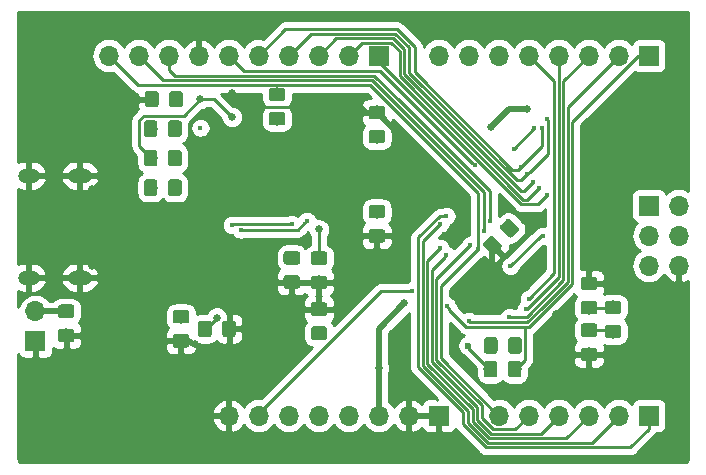
<source format=gbr>
%TF.GenerationSoftware,KiCad,Pcbnew,(5.1.2-1)-1*%
%TF.CreationDate,2019-12-21T14:34:47+05:30*%
%TF.ProjectId,Uno Panel,556e6f20-5061-46e6-956c-2e6b69636164,rev?*%
%TF.SameCoordinates,Original*%
%TF.FileFunction,Copper,L2,Bot*%
%TF.FilePolarity,Positive*%
%FSLAX46Y46*%
G04 Gerber Fmt 4.6, Leading zero omitted, Abs format (unit mm)*
G04 Created by KiCad (PCBNEW (5.1.2-1)-1) date 2019-12-21 14:34:47*
%MOMM*%
%LPD*%
G04 APERTURE LIST*
%TA.AperFunction,Conductor*%
%ADD10C,0.100000*%
%TD*%
%TA.AperFunction,SMDPad,CuDef*%
%ADD11C,1.150000*%
%TD*%
%TA.AperFunction,ComponentPad*%
%ADD12O,1.700000X1.700000*%
%TD*%
%TA.AperFunction,ComponentPad*%
%ADD13R,1.700000X1.700000*%
%TD*%
%TA.AperFunction,ComponentPad*%
%ADD14O,2.032000X1.270000*%
%TD*%
%TA.AperFunction,ComponentPad*%
%ADD15O,1.828800X1.270000*%
%TD*%
%TA.AperFunction,ViaPad*%
%ADD16C,0.635000*%
%TD*%
%TA.AperFunction,ViaPad*%
%ADD17C,0.450000*%
%TD*%
%TA.AperFunction,ViaPad*%
%ADD18C,0.600000*%
%TD*%
%TA.AperFunction,Conductor*%
%ADD19C,0.508000*%
%TD*%
%TA.AperFunction,Conductor*%
%ADD20C,0.254000*%
%TD*%
G04 APERTURE END LIST*
D10*
%TO.N,Tx*%
%TO.C,R10*%
G36*
X52974505Y-175701204D02*
G01*
X52998773Y-175704804D01*
X53022572Y-175710765D01*
X53045671Y-175719030D01*
X53067850Y-175729520D01*
X53088893Y-175742132D01*
X53108599Y-175756747D01*
X53126777Y-175773223D01*
X53143253Y-175791401D01*
X53157868Y-175811107D01*
X53170480Y-175832150D01*
X53180970Y-175854329D01*
X53189235Y-175877428D01*
X53195196Y-175901227D01*
X53198796Y-175925495D01*
X53200000Y-175949999D01*
X53200000Y-176850001D01*
X53198796Y-176874505D01*
X53195196Y-176898773D01*
X53189235Y-176922572D01*
X53180970Y-176945671D01*
X53170480Y-176967850D01*
X53157868Y-176988893D01*
X53143253Y-177008599D01*
X53126777Y-177026777D01*
X53108599Y-177043253D01*
X53088893Y-177057868D01*
X53067850Y-177070480D01*
X53045671Y-177080970D01*
X53022572Y-177089235D01*
X52998773Y-177095196D01*
X52974505Y-177098796D01*
X52950001Y-177100000D01*
X52299999Y-177100000D01*
X52275495Y-177098796D01*
X52251227Y-177095196D01*
X52227428Y-177089235D01*
X52204329Y-177080970D01*
X52182150Y-177070480D01*
X52161107Y-177057868D01*
X52141401Y-177043253D01*
X52123223Y-177026777D01*
X52106747Y-177008599D01*
X52092132Y-176988893D01*
X52079520Y-176967850D01*
X52069030Y-176945671D01*
X52060765Y-176922572D01*
X52054804Y-176898773D01*
X52051204Y-176874505D01*
X52050000Y-176850001D01*
X52050000Y-175949999D01*
X52051204Y-175925495D01*
X52054804Y-175901227D01*
X52060765Y-175877428D01*
X52069030Y-175854329D01*
X52079520Y-175832150D01*
X52092132Y-175811107D01*
X52106747Y-175791401D01*
X52123223Y-175773223D01*
X52141401Y-175756747D01*
X52161107Y-175742132D01*
X52182150Y-175729520D01*
X52204329Y-175719030D01*
X52227428Y-175710765D01*
X52251227Y-175704804D01*
X52275495Y-175701204D01*
X52299999Y-175700000D01*
X52950001Y-175700000D01*
X52974505Y-175701204D01*
X52974505Y-175701204D01*
G37*
D11*
%TD*%
%TO.P,R10,2*%
%TO.N,Tx*%
X52625000Y-176400000D03*
D10*
%TO.N,D0*%
%TO.C,R10*%
G36*
X55024505Y-175701204D02*
G01*
X55048773Y-175704804D01*
X55072572Y-175710765D01*
X55095671Y-175719030D01*
X55117850Y-175729520D01*
X55138893Y-175742132D01*
X55158599Y-175756747D01*
X55176777Y-175773223D01*
X55193253Y-175791401D01*
X55207868Y-175811107D01*
X55220480Y-175832150D01*
X55230970Y-175854329D01*
X55239235Y-175877428D01*
X55245196Y-175901227D01*
X55248796Y-175925495D01*
X55250000Y-175949999D01*
X55250000Y-176850001D01*
X55248796Y-176874505D01*
X55245196Y-176898773D01*
X55239235Y-176922572D01*
X55230970Y-176945671D01*
X55220480Y-176967850D01*
X55207868Y-176988893D01*
X55193253Y-177008599D01*
X55176777Y-177026777D01*
X55158599Y-177043253D01*
X55138893Y-177057868D01*
X55117850Y-177070480D01*
X55095671Y-177080970D01*
X55072572Y-177089235D01*
X55048773Y-177095196D01*
X55024505Y-177098796D01*
X55000001Y-177100000D01*
X54349999Y-177100000D01*
X54325495Y-177098796D01*
X54301227Y-177095196D01*
X54277428Y-177089235D01*
X54254329Y-177080970D01*
X54232150Y-177070480D01*
X54211107Y-177057868D01*
X54191401Y-177043253D01*
X54173223Y-177026777D01*
X54156747Y-177008599D01*
X54142132Y-176988893D01*
X54129520Y-176967850D01*
X54119030Y-176945671D01*
X54110765Y-176922572D01*
X54104804Y-176898773D01*
X54101204Y-176874505D01*
X54100000Y-176850001D01*
X54100000Y-175949999D01*
X54101204Y-175925495D01*
X54104804Y-175901227D01*
X54110765Y-175877428D01*
X54119030Y-175854329D01*
X54129520Y-175832150D01*
X54142132Y-175811107D01*
X54156747Y-175791401D01*
X54173223Y-175773223D01*
X54191401Y-175756747D01*
X54211107Y-175742132D01*
X54232150Y-175729520D01*
X54254329Y-175719030D01*
X54277428Y-175710765D01*
X54301227Y-175704804D01*
X54325495Y-175701204D01*
X54349999Y-175700000D01*
X55000001Y-175700000D01*
X55024505Y-175701204D01*
X55024505Y-175701204D01*
G37*
D11*
%TD*%
%TO.P,R10,1*%
%TO.N,D0*%
X54675000Y-176400000D03*
D10*
%TO.N,Rx*%
%TO.C,R9*%
G36*
X52999505Y-173701204D02*
G01*
X53023773Y-173704804D01*
X53047572Y-173710765D01*
X53070671Y-173719030D01*
X53092850Y-173729520D01*
X53113893Y-173742132D01*
X53133599Y-173756747D01*
X53151777Y-173773223D01*
X53168253Y-173791401D01*
X53182868Y-173811107D01*
X53195480Y-173832150D01*
X53205970Y-173854329D01*
X53214235Y-173877428D01*
X53220196Y-173901227D01*
X53223796Y-173925495D01*
X53225000Y-173949999D01*
X53225000Y-174850001D01*
X53223796Y-174874505D01*
X53220196Y-174898773D01*
X53214235Y-174922572D01*
X53205970Y-174945671D01*
X53195480Y-174967850D01*
X53182868Y-174988893D01*
X53168253Y-175008599D01*
X53151777Y-175026777D01*
X53133599Y-175043253D01*
X53113893Y-175057868D01*
X53092850Y-175070480D01*
X53070671Y-175080970D01*
X53047572Y-175089235D01*
X53023773Y-175095196D01*
X52999505Y-175098796D01*
X52975001Y-175100000D01*
X52324999Y-175100000D01*
X52300495Y-175098796D01*
X52276227Y-175095196D01*
X52252428Y-175089235D01*
X52229329Y-175080970D01*
X52207150Y-175070480D01*
X52186107Y-175057868D01*
X52166401Y-175043253D01*
X52148223Y-175026777D01*
X52131747Y-175008599D01*
X52117132Y-174988893D01*
X52104520Y-174967850D01*
X52094030Y-174945671D01*
X52085765Y-174922572D01*
X52079804Y-174898773D01*
X52076204Y-174874505D01*
X52075000Y-174850001D01*
X52075000Y-173949999D01*
X52076204Y-173925495D01*
X52079804Y-173901227D01*
X52085765Y-173877428D01*
X52094030Y-173854329D01*
X52104520Y-173832150D01*
X52117132Y-173811107D01*
X52131747Y-173791401D01*
X52148223Y-173773223D01*
X52166401Y-173756747D01*
X52186107Y-173742132D01*
X52207150Y-173729520D01*
X52229329Y-173719030D01*
X52252428Y-173710765D01*
X52276227Y-173704804D01*
X52300495Y-173701204D01*
X52324999Y-173700000D01*
X52975001Y-173700000D01*
X52999505Y-173701204D01*
X52999505Y-173701204D01*
G37*
D11*
%TD*%
%TO.P,R9,2*%
%TO.N,Rx*%
X52650000Y-174400000D03*
D10*
%TO.N,D1*%
%TO.C,R9*%
G36*
X55049505Y-173701204D02*
G01*
X55073773Y-173704804D01*
X55097572Y-173710765D01*
X55120671Y-173719030D01*
X55142850Y-173729520D01*
X55163893Y-173742132D01*
X55183599Y-173756747D01*
X55201777Y-173773223D01*
X55218253Y-173791401D01*
X55232868Y-173811107D01*
X55245480Y-173832150D01*
X55255970Y-173854329D01*
X55264235Y-173877428D01*
X55270196Y-173901227D01*
X55273796Y-173925495D01*
X55275000Y-173949999D01*
X55275000Y-174850001D01*
X55273796Y-174874505D01*
X55270196Y-174898773D01*
X55264235Y-174922572D01*
X55255970Y-174945671D01*
X55245480Y-174967850D01*
X55232868Y-174988893D01*
X55218253Y-175008599D01*
X55201777Y-175026777D01*
X55183599Y-175043253D01*
X55163893Y-175057868D01*
X55142850Y-175070480D01*
X55120671Y-175080970D01*
X55097572Y-175089235D01*
X55073773Y-175095196D01*
X55049505Y-175098796D01*
X55025001Y-175100000D01*
X54374999Y-175100000D01*
X54350495Y-175098796D01*
X54326227Y-175095196D01*
X54302428Y-175089235D01*
X54279329Y-175080970D01*
X54257150Y-175070480D01*
X54236107Y-175057868D01*
X54216401Y-175043253D01*
X54198223Y-175026777D01*
X54181747Y-175008599D01*
X54167132Y-174988893D01*
X54154520Y-174967850D01*
X54144030Y-174945671D01*
X54135765Y-174922572D01*
X54129804Y-174898773D01*
X54126204Y-174874505D01*
X54125000Y-174850001D01*
X54125000Y-173949999D01*
X54126204Y-173925495D01*
X54129804Y-173901227D01*
X54135765Y-173877428D01*
X54144030Y-173854329D01*
X54154520Y-173832150D01*
X54167132Y-173811107D01*
X54181747Y-173791401D01*
X54198223Y-173773223D01*
X54216401Y-173756747D01*
X54236107Y-173742132D01*
X54257150Y-173729520D01*
X54279329Y-173719030D01*
X54302428Y-173710765D01*
X54326227Y-173704804D01*
X54350495Y-173701204D01*
X54374999Y-173700000D01*
X55025001Y-173700000D01*
X55049505Y-173701204D01*
X55049505Y-173701204D01*
G37*
D11*
%TD*%
%TO.P,R9,1*%
%TO.N,D1*%
X54700000Y-174400000D03*
D12*
%TO.P,J6,2*%
%TO.N,+VSW*%
X14100000Y-171500000D03*
D13*
%TO.P,J6,1*%
%TO.N,GNDREF*%
X14100000Y-174040000D03*
%TD*%
D10*
%TO.N,+VSW*%
%TO.C,C14*%
G36*
X17174505Y-170926204D02*
G01*
X17198773Y-170929804D01*
X17222572Y-170935765D01*
X17245671Y-170944030D01*
X17267850Y-170954520D01*
X17288893Y-170967132D01*
X17308599Y-170981747D01*
X17326777Y-170998223D01*
X17343253Y-171016401D01*
X17357868Y-171036107D01*
X17370480Y-171057150D01*
X17380970Y-171079329D01*
X17389235Y-171102428D01*
X17395196Y-171126227D01*
X17398796Y-171150495D01*
X17400000Y-171174999D01*
X17400000Y-171825001D01*
X17398796Y-171849505D01*
X17395196Y-171873773D01*
X17389235Y-171897572D01*
X17380970Y-171920671D01*
X17370480Y-171942850D01*
X17357868Y-171963893D01*
X17343253Y-171983599D01*
X17326777Y-172001777D01*
X17308599Y-172018253D01*
X17288893Y-172032868D01*
X17267850Y-172045480D01*
X17245671Y-172055970D01*
X17222572Y-172064235D01*
X17198773Y-172070196D01*
X17174505Y-172073796D01*
X17150001Y-172075000D01*
X16249999Y-172075000D01*
X16225495Y-172073796D01*
X16201227Y-172070196D01*
X16177428Y-172064235D01*
X16154329Y-172055970D01*
X16132150Y-172045480D01*
X16111107Y-172032868D01*
X16091401Y-172018253D01*
X16073223Y-172001777D01*
X16056747Y-171983599D01*
X16042132Y-171963893D01*
X16029520Y-171942850D01*
X16019030Y-171920671D01*
X16010765Y-171897572D01*
X16004804Y-171873773D01*
X16001204Y-171849505D01*
X16000000Y-171825001D01*
X16000000Y-171174999D01*
X16001204Y-171150495D01*
X16004804Y-171126227D01*
X16010765Y-171102428D01*
X16019030Y-171079329D01*
X16029520Y-171057150D01*
X16042132Y-171036107D01*
X16056747Y-171016401D01*
X16073223Y-170998223D01*
X16091401Y-170981747D01*
X16111107Y-170967132D01*
X16132150Y-170954520D01*
X16154329Y-170944030D01*
X16177428Y-170935765D01*
X16201227Y-170929804D01*
X16225495Y-170926204D01*
X16249999Y-170925000D01*
X17150001Y-170925000D01*
X17174505Y-170926204D01*
X17174505Y-170926204D01*
G37*
D11*
%TD*%
%TO.P,C14,2*%
%TO.N,+VSW*%
X16700000Y-171500000D03*
D10*
%TO.N,GNDREF*%
%TO.C,C14*%
G36*
X17174505Y-172976204D02*
G01*
X17198773Y-172979804D01*
X17222572Y-172985765D01*
X17245671Y-172994030D01*
X17267850Y-173004520D01*
X17288893Y-173017132D01*
X17308599Y-173031747D01*
X17326777Y-173048223D01*
X17343253Y-173066401D01*
X17357868Y-173086107D01*
X17370480Y-173107150D01*
X17380970Y-173129329D01*
X17389235Y-173152428D01*
X17395196Y-173176227D01*
X17398796Y-173200495D01*
X17400000Y-173224999D01*
X17400000Y-173875001D01*
X17398796Y-173899505D01*
X17395196Y-173923773D01*
X17389235Y-173947572D01*
X17380970Y-173970671D01*
X17370480Y-173992850D01*
X17357868Y-174013893D01*
X17343253Y-174033599D01*
X17326777Y-174051777D01*
X17308599Y-174068253D01*
X17288893Y-174082868D01*
X17267850Y-174095480D01*
X17245671Y-174105970D01*
X17222572Y-174114235D01*
X17198773Y-174120196D01*
X17174505Y-174123796D01*
X17150001Y-174125000D01*
X16249999Y-174125000D01*
X16225495Y-174123796D01*
X16201227Y-174120196D01*
X16177428Y-174114235D01*
X16154329Y-174105970D01*
X16132150Y-174095480D01*
X16111107Y-174082868D01*
X16091401Y-174068253D01*
X16073223Y-174051777D01*
X16056747Y-174033599D01*
X16042132Y-174013893D01*
X16029520Y-173992850D01*
X16019030Y-173970671D01*
X16010765Y-173947572D01*
X16004804Y-173923773D01*
X16001204Y-173899505D01*
X16000000Y-173875001D01*
X16000000Y-173224999D01*
X16001204Y-173200495D01*
X16004804Y-173176227D01*
X16010765Y-173152428D01*
X16019030Y-173129329D01*
X16029520Y-173107150D01*
X16042132Y-173086107D01*
X16056747Y-173066401D01*
X16073223Y-173048223D01*
X16091401Y-173031747D01*
X16111107Y-173017132D01*
X16132150Y-173004520D01*
X16154329Y-172994030D01*
X16177428Y-172985765D01*
X16201227Y-172979804D01*
X16225495Y-172976204D01*
X16249999Y-172975000D01*
X17150001Y-172975000D01*
X17174505Y-172976204D01*
X17174505Y-172976204D01*
G37*
D11*
%TD*%
%TO.P,C14,1*%
%TO.N,GNDREF*%
X16700000Y-173550000D03*
D10*
%TO.N,+VSW*%
%TO.C,C3*%
G36*
X36274505Y-166401204D02*
G01*
X36298773Y-166404804D01*
X36322572Y-166410765D01*
X36345671Y-166419030D01*
X36367850Y-166429520D01*
X36388893Y-166442132D01*
X36408599Y-166456747D01*
X36426777Y-166473223D01*
X36443253Y-166491401D01*
X36457868Y-166511107D01*
X36470480Y-166532150D01*
X36480970Y-166554329D01*
X36489235Y-166577428D01*
X36495196Y-166601227D01*
X36498796Y-166625495D01*
X36500000Y-166649999D01*
X36500000Y-167300001D01*
X36498796Y-167324505D01*
X36495196Y-167348773D01*
X36489235Y-167372572D01*
X36480970Y-167395671D01*
X36470480Y-167417850D01*
X36457868Y-167438893D01*
X36443253Y-167458599D01*
X36426777Y-167476777D01*
X36408599Y-167493253D01*
X36388893Y-167507868D01*
X36367850Y-167520480D01*
X36345671Y-167530970D01*
X36322572Y-167539235D01*
X36298773Y-167545196D01*
X36274505Y-167548796D01*
X36250001Y-167550000D01*
X35349999Y-167550000D01*
X35325495Y-167548796D01*
X35301227Y-167545196D01*
X35277428Y-167539235D01*
X35254329Y-167530970D01*
X35232150Y-167520480D01*
X35211107Y-167507868D01*
X35191401Y-167493253D01*
X35173223Y-167476777D01*
X35156747Y-167458599D01*
X35142132Y-167438893D01*
X35129520Y-167417850D01*
X35119030Y-167395671D01*
X35110765Y-167372572D01*
X35104804Y-167348773D01*
X35101204Y-167324505D01*
X35100000Y-167300001D01*
X35100000Y-166649999D01*
X35101204Y-166625495D01*
X35104804Y-166601227D01*
X35110765Y-166577428D01*
X35119030Y-166554329D01*
X35129520Y-166532150D01*
X35142132Y-166511107D01*
X35156747Y-166491401D01*
X35173223Y-166473223D01*
X35191401Y-166456747D01*
X35211107Y-166442132D01*
X35232150Y-166429520D01*
X35254329Y-166419030D01*
X35277428Y-166410765D01*
X35301227Y-166404804D01*
X35325495Y-166401204D01*
X35349999Y-166400000D01*
X36250001Y-166400000D01*
X36274505Y-166401204D01*
X36274505Y-166401204D01*
G37*
D11*
%TD*%
%TO.P,C3,2*%
%TO.N,+VSW*%
X35800000Y-166975000D03*
D10*
%TO.N,GNDREF*%
%TO.C,C3*%
G36*
X36274505Y-168451204D02*
G01*
X36298773Y-168454804D01*
X36322572Y-168460765D01*
X36345671Y-168469030D01*
X36367850Y-168479520D01*
X36388893Y-168492132D01*
X36408599Y-168506747D01*
X36426777Y-168523223D01*
X36443253Y-168541401D01*
X36457868Y-168561107D01*
X36470480Y-168582150D01*
X36480970Y-168604329D01*
X36489235Y-168627428D01*
X36495196Y-168651227D01*
X36498796Y-168675495D01*
X36500000Y-168699999D01*
X36500000Y-169350001D01*
X36498796Y-169374505D01*
X36495196Y-169398773D01*
X36489235Y-169422572D01*
X36480970Y-169445671D01*
X36470480Y-169467850D01*
X36457868Y-169488893D01*
X36443253Y-169508599D01*
X36426777Y-169526777D01*
X36408599Y-169543253D01*
X36388893Y-169557868D01*
X36367850Y-169570480D01*
X36345671Y-169580970D01*
X36322572Y-169589235D01*
X36298773Y-169595196D01*
X36274505Y-169598796D01*
X36250001Y-169600000D01*
X35349999Y-169600000D01*
X35325495Y-169598796D01*
X35301227Y-169595196D01*
X35277428Y-169589235D01*
X35254329Y-169580970D01*
X35232150Y-169570480D01*
X35211107Y-169557868D01*
X35191401Y-169543253D01*
X35173223Y-169526777D01*
X35156747Y-169508599D01*
X35142132Y-169488893D01*
X35129520Y-169467850D01*
X35119030Y-169445671D01*
X35110765Y-169422572D01*
X35104804Y-169398773D01*
X35101204Y-169374505D01*
X35100000Y-169350001D01*
X35100000Y-168699999D01*
X35101204Y-168675495D01*
X35104804Y-168651227D01*
X35110765Y-168627428D01*
X35119030Y-168604329D01*
X35129520Y-168582150D01*
X35142132Y-168561107D01*
X35156747Y-168541401D01*
X35173223Y-168523223D01*
X35191401Y-168506747D01*
X35211107Y-168492132D01*
X35232150Y-168479520D01*
X35254329Y-168469030D01*
X35277428Y-168460765D01*
X35301227Y-168454804D01*
X35325495Y-168451204D01*
X35349999Y-168450000D01*
X36250001Y-168450000D01*
X36274505Y-168451204D01*
X36274505Y-168451204D01*
G37*
D11*
%TD*%
%TO.P,C3,1*%
%TO.N,GNDREF*%
X35800000Y-169025000D03*
D13*
%TO.P,J1,1*%
%TO.N,GNDREF*%
X48260000Y-180340000D03*
D12*
%TO.P,J1,2*%
X45720000Y-180340000D03*
%TO.P,J1,3*%
%TO.N,+5V*%
X43180000Y-180340000D03*
%TO.P,J1,4*%
X40640000Y-180340000D03*
%TO.P,J1,5*%
%TO.N,+3V3*%
X38100000Y-180340000D03*
%TO.P,J1,6*%
X35560000Y-180340000D03*
%TO.P,J1,7*%
%TO.N,RST*%
X33020000Y-180340000D03*
%TO.P,J1,8*%
%TO.N,GNDREF*%
X30480000Y-180340000D03*
%TD*%
D13*
%TO.P,J2,1*%
%TO.N,D12*%
X66040000Y-162560000D03*
D12*
%TO.P,J2,2*%
%TO.N,+5V*%
X68580000Y-162560000D03*
%TO.P,J2,3*%
%TO.N,D13*%
X66040000Y-165100000D03*
%TO.P,J2,4*%
%TO.N,D11*%
X68580000Y-165100000D03*
%TO.P,J2,5*%
%TO.N,RST*%
X66040000Y-167640000D03*
%TO.P,J2,6*%
%TO.N,GNDREF*%
X68580000Y-167640000D03*
%TD*%
D13*
%TO.P,J3,1*%
%TO.N,D8*%
X43180000Y-149860000D03*
D12*
%TO.P,J3,2*%
%TO.N,D9*%
X40640000Y-149860000D03*
%TO.P,J3,3*%
%TO.N,D10*%
X38100000Y-149860000D03*
%TO.P,J3,4*%
%TO.N,D11*%
X35560000Y-149860000D03*
%TO.P,J3,5*%
%TO.N,D12*%
X33020000Y-149860000D03*
%TO.P,J3,6*%
%TO.N,D13*%
X30480000Y-149860000D03*
%TO.P,J3,7*%
%TO.N,GNDREF*%
X27940000Y-149860000D03*
%TO.P,J3,8*%
%TO.N,AREF*%
X25400000Y-149860000D03*
%TO.P,J3,9*%
%TO.N,AD4_SDA*%
X22860000Y-149860000D03*
%TO.P,J3,10*%
%TO.N,AD5_SCL*%
X20320000Y-149860000D03*
%TD*%
D13*
%TO.P,J4,1*%
%TO.N,AD0*%
X66040000Y-180340000D03*
D12*
%TO.P,J4,2*%
%TO.N,AD1*%
X63500000Y-180340000D03*
%TO.P,J4,3*%
%TO.N,AD2*%
X60960000Y-180340000D03*
%TO.P,J4,4*%
%TO.N,AD3*%
X58420000Y-180340000D03*
%TO.P,J4,5*%
%TO.N,AD4_SDA*%
X55880000Y-180340000D03*
%TO.P,J4,6*%
%TO.N,AD5_SCL*%
X53340000Y-180340000D03*
%TD*%
D13*
%TO.P,J5,1*%
%TO.N,D0*%
X66040000Y-149860000D03*
D12*
%TO.P,J5,2*%
%TO.N,D1*%
X63500000Y-149860000D03*
%TO.P,J5,3*%
%TO.N,D2*%
X60960000Y-149860000D03*
%TO.P,J5,4*%
%TO.N,D3*%
X58420000Y-149860000D03*
%TO.P,J5,5*%
%TO.N,D4*%
X55880000Y-149860000D03*
%TO.P,J5,6*%
%TO.N,D5*%
X53340000Y-149860000D03*
%TO.P,J5,7*%
%TO.N,D6*%
X50800000Y-149860000D03*
%TO.P,J5,8*%
%TO.N,D7*%
X48260000Y-149860000D03*
%TD*%
D14*
%TO.P,P1,S1*%
%TO.N,GNDREF*%
X17858000Y-168656000D03*
D15*
X13540000Y-168656000D03*
D14*
X17858000Y-160020000D03*
D15*
X13540000Y-160020000D03*
%TD*%
D10*
%TO.N,Net-(R2-Pad1)*%
%TO.C,R2*%
G36*
X26257505Y-160337204D02*
G01*
X26281773Y-160340804D01*
X26305572Y-160346765D01*
X26328671Y-160355030D01*
X26350850Y-160365520D01*
X26371893Y-160378132D01*
X26391599Y-160392747D01*
X26409777Y-160409223D01*
X26426253Y-160427401D01*
X26440868Y-160447107D01*
X26453480Y-160468150D01*
X26463970Y-160490329D01*
X26472235Y-160513428D01*
X26478196Y-160537227D01*
X26481796Y-160561495D01*
X26483000Y-160585999D01*
X26483000Y-161486001D01*
X26481796Y-161510505D01*
X26478196Y-161534773D01*
X26472235Y-161558572D01*
X26463970Y-161581671D01*
X26453480Y-161603850D01*
X26440868Y-161624893D01*
X26426253Y-161644599D01*
X26409777Y-161662777D01*
X26391599Y-161679253D01*
X26371893Y-161693868D01*
X26350850Y-161706480D01*
X26328671Y-161716970D01*
X26305572Y-161725235D01*
X26281773Y-161731196D01*
X26257505Y-161734796D01*
X26233001Y-161736000D01*
X25582999Y-161736000D01*
X25558495Y-161734796D01*
X25534227Y-161731196D01*
X25510428Y-161725235D01*
X25487329Y-161716970D01*
X25465150Y-161706480D01*
X25444107Y-161693868D01*
X25424401Y-161679253D01*
X25406223Y-161662777D01*
X25389747Y-161644599D01*
X25375132Y-161624893D01*
X25362520Y-161603850D01*
X25352030Y-161581671D01*
X25343765Y-161558572D01*
X25337804Y-161534773D01*
X25334204Y-161510505D01*
X25333000Y-161486001D01*
X25333000Y-160585999D01*
X25334204Y-160561495D01*
X25337804Y-160537227D01*
X25343765Y-160513428D01*
X25352030Y-160490329D01*
X25362520Y-160468150D01*
X25375132Y-160447107D01*
X25389747Y-160427401D01*
X25406223Y-160409223D01*
X25424401Y-160392747D01*
X25444107Y-160378132D01*
X25465150Y-160365520D01*
X25487329Y-160355030D01*
X25510428Y-160346765D01*
X25534227Y-160340804D01*
X25558495Y-160337204D01*
X25582999Y-160336000D01*
X26233001Y-160336000D01*
X26257505Y-160337204D01*
X26257505Y-160337204D01*
G37*
D11*
%TD*%
%TO.P,R2,1*%
%TO.N,Net-(R2-Pad1)*%
X25908000Y-161036000D03*
D10*
%TO.N,+5V*%
%TO.C,R2*%
G36*
X24207505Y-160337204D02*
G01*
X24231773Y-160340804D01*
X24255572Y-160346765D01*
X24278671Y-160355030D01*
X24300850Y-160365520D01*
X24321893Y-160378132D01*
X24341599Y-160392747D01*
X24359777Y-160409223D01*
X24376253Y-160427401D01*
X24390868Y-160447107D01*
X24403480Y-160468150D01*
X24413970Y-160490329D01*
X24422235Y-160513428D01*
X24428196Y-160537227D01*
X24431796Y-160561495D01*
X24433000Y-160585999D01*
X24433000Y-161486001D01*
X24431796Y-161510505D01*
X24428196Y-161534773D01*
X24422235Y-161558572D01*
X24413970Y-161581671D01*
X24403480Y-161603850D01*
X24390868Y-161624893D01*
X24376253Y-161644599D01*
X24359777Y-161662777D01*
X24341599Y-161679253D01*
X24321893Y-161693868D01*
X24300850Y-161706480D01*
X24278671Y-161716970D01*
X24255572Y-161725235D01*
X24231773Y-161731196D01*
X24207505Y-161734796D01*
X24183001Y-161736000D01*
X23532999Y-161736000D01*
X23508495Y-161734796D01*
X23484227Y-161731196D01*
X23460428Y-161725235D01*
X23437329Y-161716970D01*
X23415150Y-161706480D01*
X23394107Y-161693868D01*
X23374401Y-161679253D01*
X23356223Y-161662777D01*
X23339747Y-161644599D01*
X23325132Y-161624893D01*
X23312520Y-161603850D01*
X23302030Y-161581671D01*
X23293765Y-161558572D01*
X23287804Y-161534773D01*
X23284204Y-161510505D01*
X23283000Y-161486001D01*
X23283000Y-160585999D01*
X23284204Y-160561495D01*
X23287804Y-160537227D01*
X23293765Y-160513428D01*
X23302030Y-160490329D01*
X23312520Y-160468150D01*
X23325132Y-160447107D01*
X23339747Y-160427401D01*
X23356223Y-160409223D01*
X23374401Y-160392747D01*
X23394107Y-160378132D01*
X23415150Y-160365520D01*
X23437329Y-160355030D01*
X23460428Y-160346765D01*
X23484227Y-160340804D01*
X23508495Y-160337204D01*
X23532999Y-160336000D01*
X24183001Y-160336000D01*
X24207505Y-160337204D01*
X24207505Y-160337204D01*
G37*
D11*
%TD*%
%TO.P,R2,2*%
%TO.N,+5V*%
X23858000Y-161036000D03*
D10*
%TO.N,Net-(R3-Pad1)*%
%TO.C,R3*%
G36*
X26257505Y-157841204D02*
G01*
X26281773Y-157844804D01*
X26305572Y-157850765D01*
X26328671Y-157859030D01*
X26350850Y-157869520D01*
X26371893Y-157882132D01*
X26391599Y-157896747D01*
X26409777Y-157913223D01*
X26426253Y-157931401D01*
X26440868Y-157951107D01*
X26453480Y-157972150D01*
X26463970Y-157994329D01*
X26472235Y-158017428D01*
X26478196Y-158041227D01*
X26481796Y-158065495D01*
X26483000Y-158089999D01*
X26483000Y-158990001D01*
X26481796Y-159014505D01*
X26478196Y-159038773D01*
X26472235Y-159062572D01*
X26463970Y-159085671D01*
X26453480Y-159107850D01*
X26440868Y-159128893D01*
X26426253Y-159148599D01*
X26409777Y-159166777D01*
X26391599Y-159183253D01*
X26371893Y-159197868D01*
X26350850Y-159210480D01*
X26328671Y-159220970D01*
X26305572Y-159229235D01*
X26281773Y-159235196D01*
X26257505Y-159238796D01*
X26233001Y-159240000D01*
X25582999Y-159240000D01*
X25558495Y-159238796D01*
X25534227Y-159235196D01*
X25510428Y-159229235D01*
X25487329Y-159220970D01*
X25465150Y-159210480D01*
X25444107Y-159197868D01*
X25424401Y-159183253D01*
X25406223Y-159166777D01*
X25389747Y-159148599D01*
X25375132Y-159128893D01*
X25362520Y-159107850D01*
X25352030Y-159085671D01*
X25343765Y-159062572D01*
X25337804Y-159038773D01*
X25334204Y-159014505D01*
X25333000Y-158990001D01*
X25333000Y-158089999D01*
X25334204Y-158065495D01*
X25337804Y-158041227D01*
X25343765Y-158017428D01*
X25352030Y-157994329D01*
X25362520Y-157972150D01*
X25375132Y-157951107D01*
X25389747Y-157931401D01*
X25406223Y-157913223D01*
X25424401Y-157896747D01*
X25444107Y-157882132D01*
X25465150Y-157869520D01*
X25487329Y-157859030D01*
X25510428Y-157850765D01*
X25534227Y-157844804D01*
X25558495Y-157841204D01*
X25582999Y-157840000D01*
X26233001Y-157840000D01*
X26257505Y-157841204D01*
X26257505Y-157841204D01*
G37*
D11*
%TD*%
%TO.P,R3,1*%
%TO.N,Net-(R3-Pad1)*%
X25908000Y-158540000D03*
D10*
%TO.N,+5V*%
%TO.C,R3*%
G36*
X24207505Y-157841204D02*
G01*
X24231773Y-157844804D01*
X24255572Y-157850765D01*
X24278671Y-157859030D01*
X24300850Y-157869520D01*
X24321893Y-157882132D01*
X24341599Y-157896747D01*
X24359777Y-157913223D01*
X24376253Y-157931401D01*
X24390868Y-157951107D01*
X24403480Y-157972150D01*
X24413970Y-157994329D01*
X24422235Y-158017428D01*
X24428196Y-158041227D01*
X24431796Y-158065495D01*
X24433000Y-158089999D01*
X24433000Y-158990001D01*
X24431796Y-159014505D01*
X24428196Y-159038773D01*
X24422235Y-159062572D01*
X24413970Y-159085671D01*
X24403480Y-159107850D01*
X24390868Y-159128893D01*
X24376253Y-159148599D01*
X24359777Y-159166777D01*
X24341599Y-159183253D01*
X24321893Y-159197868D01*
X24300850Y-159210480D01*
X24278671Y-159220970D01*
X24255572Y-159229235D01*
X24231773Y-159235196D01*
X24207505Y-159238796D01*
X24183001Y-159240000D01*
X23532999Y-159240000D01*
X23508495Y-159238796D01*
X23484227Y-159235196D01*
X23460428Y-159229235D01*
X23437329Y-159220970D01*
X23415150Y-159210480D01*
X23394107Y-159197868D01*
X23374401Y-159183253D01*
X23356223Y-159166777D01*
X23339747Y-159148599D01*
X23325132Y-159128893D01*
X23312520Y-159107850D01*
X23302030Y-159085671D01*
X23293765Y-159062572D01*
X23287804Y-159038773D01*
X23284204Y-159014505D01*
X23283000Y-158990001D01*
X23283000Y-158089999D01*
X23284204Y-158065495D01*
X23287804Y-158041227D01*
X23293765Y-158017428D01*
X23302030Y-157994329D01*
X23312520Y-157972150D01*
X23325132Y-157951107D01*
X23339747Y-157931401D01*
X23356223Y-157913223D01*
X23374401Y-157896747D01*
X23394107Y-157882132D01*
X23415150Y-157869520D01*
X23437329Y-157859030D01*
X23460428Y-157850765D01*
X23484227Y-157844804D01*
X23508495Y-157841204D01*
X23532999Y-157840000D01*
X24183001Y-157840000D01*
X24207505Y-157841204D01*
X24207505Y-157841204D01*
G37*
D11*
%TD*%
%TO.P,R3,2*%
%TO.N,+5V*%
X23858000Y-158540000D03*
D10*
%TO.N,Net-(C9-Pad1)*%
%TO.C,R4*%
G36*
X63474505Y-172641204D02*
G01*
X63498773Y-172644804D01*
X63522572Y-172650765D01*
X63545671Y-172659030D01*
X63567850Y-172669520D01*
X63588893Y-172682132D01*
X63608599Y-172696747D01*
X63626777Y-172713223D01*
X63643253Y-172731401D01*
X63657868Y-172751107D01*
X63670480Y-172772150D01*
X63680970Y-172794329D01*
X63689235Y-172817428D01*
X63695196Y-172841227D01*
X63698796Y-172865495D01*
X63700000Y-172889999D01*
X63700000Y-173540001D01*
X63698796Y-173564505D01*
X63695196Y-173588773D01*
X63689235Y-173612572D01*
X63680970Y-173635671D01*
X63670480Y-173657850D01*
X63657868Y-173678893D01*
X63643253Y-173698599D01*
X63626777Y-173716777D01*
X63608599Y-173733253D01*
X63588893Y-173747868D01*
X63567850Y-173760480D01*
X63545671Y-173770970D01*
X63522572Y-173779235D01*
X63498773Y-173785196D01*
X63474505Y-173788796D01*
X63450001Y-173790000D01*
X62549999Y-173790000D01*
X62525495Y-173788796D01*
X62501227Y-173785196D01*
X62477428Y-173779235D01*
X62454329Y-173770970D01*
X62432150Y-173760480D01*
X62411107Y-173747868D01*
X62391401Y-173733253D01*
X62373223Y-173716777D01*
X62356747Y-173698599D01*
X62342132Y-173678893D01*
X62329520Y-173657850D01*
X62319030Y-173635671D01*
X62310765Y-173612572D01*
X62304804Y-173588773D01*
X62301204Y-173564505D01*
X62300000Y-173540001D01*
X62300000Y-172889999D01*
X62301204Y-172865495D01*
X62304804Y-172841227D01*
X62310765Y-172817428D01*
X62319030Y-172794329D01*
X62329520Y-172772150D01*
X62342132Y-172751107D01*
X62356747Y-172731401D01*
X62373223Y-172713223D01*
X62391401Y-172696747D01*
X62411107Y-172682132D01*
X62432150Y-172669520D01*
X62454329Y-172659030D01*
X62477428Y-172650765D01*
X62501227Y-172644804D01*
X62525495Y-172641204D01*
X62549999Y-172640000D01*
X63450001Y-172640000D01*
X63474505Y-172641204D01*
X63474505Y-172641204D01*
G37*
D11*
%TD*%
%TO.P,R4,1*%
%TO.N,Net-(C9-Pad1)*%
X63000000Y-173215000D03*
D10*
%TO.N,Net-(C11-Pad2)*%
%TO.C,R4*%
G36*
X63474505Y-170591204D02*
G01*
X63498773Y-170594804D01*
X63522572Y-170600765D01*
X63545671Y-170609030D01*
X63567850Y-170619520D01*
X63588893Y-170632132D01*
X63608599Y-170646747D01*
X63626777Y-170663223D01*
X63643253Y-170681401D01*
X63657868Y-170701107D01*
X63670480Y-170722150D01*
X63680970Y-170744329D01*
X63689235Y-170767428D01*
X63695196Y-170791227D01*
X63698796Y-170815495D01*
X63700000Y-170839999D01*
X63700000Y-171490001D01*
X63698796Y-171514505D01*
X63695196Y-171538773D01*
X63689235Y-171562572D01*
X63680970Y-171585671D01*
X63670480Y-171607850D01*
X63657868Y-171628893D01*
X63643253Y-171648599D01*
X63626777Y-171666777D01*
X63608599Y-171683253D01*
X63588893Y-171697868D01*
X63567850Y-171710480D01*
X63545671Y-171720970D01*
X63522572Y-171729235D01*
X63498773Y-171735196D01*
X63474505Y-171738796D01*
X63450001Y-171740000D01*
X62549999Y-171740000D01*
X62525495Y-171738796D01*
X62501227Y-171735196D01*
X62477428Y-171729235D01*
X62454329Y-171720970D01*
X62432150Y-171710480D01*
X62411107Y-171697868D01*
X62391401Y-171683253D01*
X62373223Y-171666777D01*
X62356747Y-171648599D01*
X62342132Y-171628893D01*
X62329520Y-171607850D01*
X62319030Y-171585671D01*
X62310765Y-171562572D01*
X62304804Y-171538773D01*
X62301204Y-171514505D01*
X62300000Y-171490001D01*
X62300000Y-170839999D01*
X62301204Y-170815495D01*
X62304804Y-170791227D01*
X62310765Y-170767428D01*
X62319030Y-170744329D01*
X62329520Y-170722150D01*
X62342132Y-170701107D01*
X62356747Y-170681401D01*
X62373223Y-170663223D01*
X62391401Y-170646747D01*
X62411107Y-170632132D01*
X62432150Y-170619520D01*
X62454329Y-170609030D01*
X62477428Y-170600765D01*
X62501227Y-170594804D01*
X62525495Y-170591204D01*
X62549999Y-170590000D01*
X63450001Y-170590000D01*
X63474505Y-170591204D01*
X63474505Y-170591204D01*
G37*
D11*
%TD*%
%TO.P,R4,2*%
%TO.N,Net-(C11-Pad2)*%
X63000000Y-171165000D03*
D10*
%TO.N,GNDREF*%
%TO.C,R8*%
G36*
X24207505Y-155341204D02*
G01*
X24231773Y-155344804D01*
X24255572Y-155350765D01*
X24278671Y-155359030D01*
X24300850Y-155369520D01*
X24321893Y-155382132D01*
X24341599Y-155396747D01*
X24359777Y-155413223D01*
X24376253Y-155431401D01*
X24390868Y-155451107D01*
X24403480Y-155472150D01*
X24413970Y-155494329D01*
X24422235Y-155517428D01*
X24428196Y-155541227D01*
X24431796Y-155565495D01*
X24433000Y-155589999D01*
X24433000Y-156490001D01*
X24431796Y-156514505D01*
X24428196Y-156538773D01*
X24422235Y-156562572D01*
X24413970Y-156585671D01*
X24403480Y-156607850D01*
X24390868Y-156628893D01*
X24376253Y-156648599D01*
X24359777Y-156666777D01*
X24341599Y-156683253D01*
X24321893Y-156697868D01*
X24300850Y-156710480D01*
X24278671Y-156720970D01*
X24255572Y-156729235D01*
X24231773Y-156735196D01*
X24207505Y-156738796D01*
X24183001Y-156740000D01*
X23532999Y-156740000D01*
X23508495Y-156738796D01*
X23484227Y-156735196D01*
X23460428Y-156729235D01*
X23437329Y-156720970D01*
X23415150Y-156710480D01*
X23394107Y-156697868D01*
X23374401Y-156683253D01*
X23356223Y-156666777D01*
X23339747Y-156648599D01*
X23325132Y-156628893D01*
X23312520Y-156607850D01*
X23302030Y-156585671D01*
X23293765Y-156562572D01*
X23287804Y-156538773D01*
X23284204Y-156514505D01*
X23283000Y-156490001D01*
X23283000Y-155589999D01*
X23284204Y-155565495D01*
X23287804Y-155541227D01*
X23293765Y-155517428D01*
X23302030Y-155494329D01*
X23312520Y-155472150D01*
X23325132Y-155451107D01*
X23339747Y-155431401D01*
X23356223Y-155413223D01*
X23374401Y-155396747D01*
X23394107Y-155382132D01*
X23415150Y-155369520D01*
X23437329Y-155359030D01*
X23460428Y-155350765D01*
X23484227Y-155344804D01*
X23508495Y-155341204D01*
X23532999Y-155340000D01*
X24183001Y-155340000D01*
X24207505Y-155341204D01*
X24207505Y-155341204D01*
G37*
D11*
%TD*%
%TO.P,R8,1*%
%TO.N,GNDREF*%
X23858000Y-156040000D03*
D10*
%TO.N,Net-(D13-Pad1)*%
%TO.C,R8*%
G36*
X26257505Y-155341204D02*
G01*
X26281773Y-155344804D01*
X26305572Y-155350765D01*
X26328671Y-155359030D01*
X26350850Y-155369520D01*
X26371893Y-155382132D01*
X26391599Y-155396747D01*
X26409777Y-155413223D01*
X26426253Y-155431401D01*
X26440868Y-155451107D01*
X26453480Y-155472150D01*
X26463970Y-155494329D01*
X26472235Y-155517428D01*
X26478196Y-155541227D01*
X26481796Y-155565495D01*
X26483000Y-155589999D01*
X26483000Y-156490001D01*
X26481796Y-156514505D01*
X26478196Y-156538773D01*
X26472235Y-156562572D01*
X26463970Y-156585671D01*
X26453480Y-156607850D01*
X26440868Y-156628893D01*
X26426253Y-156648599D01*
X26409777Y-156666777D01*
X26391599Y-156683253D01*
X26371893Y-156697868D01*
X26350850Y-156710480D01*
X26328671Y-156720970D01*
X26305572Y-156729235D01*
X26281773Y-156735196D01*
X26257505Y-156738796D01*
X26233001Y-156740000D01*
X25582999Y-156740000D01*
X25558495Y-156738796D01*
X25534227Y-156735196D01*
X25510428Y-156729235D01*
X25487329Y-156720970D01*
X25465150Y-156710480D01*
X25444107Y-156697868D01*
X25424401Y-156683253D01*
X25406223Y-156666777D01*
X25389747Y-156648599D01*
X25375132Y-156628893D01*
X25362520Y-156607850D01*
X25352030Y-156585671D01*
X25343765Y-156562572D01*
X25337804Y-156538773D01*
X25334204Y-156514505D01*
X25333000Y-156490001D01*
X25333000Y-155589999D01*
X25334204Y-155565495D01*
X25337804Y-155541227D01*
X25343765Y-155517428D01*
X25352030Y-155494329D01*
X25362520Y-155472150D01*
X25375132Y-155451107D01*
X25389747Y-155431401D01*
X25406223Y-155413223D01*
X25424401Y-155396747D01*
X25444107Y-155382132D01*
X25465150Y-155369520D01*
X25487329Y-155359030D01*
X25510428Y-155350765D01*
X25534227Y-155344804D01*
X25558495Y-155341204D01*
X25582999Y-155340000D01*
X26233001Y-155340000D01*
X26257505Y-155341204D01*
X26257505Y-155341204D01*
G37*
D11*
%TD*%
%TO.P,R8,2*%
%TO.N,Net-(D13-Pad1)*%
X25908000Y-156040000D03*
D10*
%TO.N,Net-(PWR1-Pad1)*%
%TO.C,R7*%
G36*
X26349505Y-152841204D02*
G01*
X26373773Y-152844804D01*
X26397572Y-152850765D01*
X26420671Y-152859030D01*
X26442850Y-152869520D01*
X26463893Y-152882132D01*
X26483599Y-152896747D01*
X26501777Y-152913223D01*
X26518253Y-152931401D01*
X26532868Y-152951107D01*
X26545480Y-152972150D01*
X26555970Y-152994329D01*
X26564235Y-153017428D01*
X26570196Y-153041227D01*
X26573796Y-153065495D01*
X26575000Y-153089999D01*
X26575000Y-153990001D01*
X26573796Y-154014505D01*
X26570196Y-154038773D01*
X26564235Y-154062572D01*
X26555970Y-154085671D01*
X26545480Y-154107850D01*
X26532868Y-154128893D01*
X26518253Y-154148599D01*
X26501777Y-154166777D01*
X26483599Y-154183253D01*
X26463893Y-154197868D01*
X26442850Y-154210480D01*
X26420671Y-154220970D01*
X26397572Y-154229235D01*
X26373773Y-154235196D01*
X26349505Y-154238796D01*
X26325001Y-154240000D01*
X25674999Y-154240000D01*
X25650495Y-154238796D01*
X25626227Y-154235196D01*
X25602428Y-154229235D01*
X25579329Y-154220970D01*
X25557150Y-154210480D01*
X25536107Y-154197868D01*
X25516401Y-154183253D01*
X25498223Y-154166777D01*
X25481747Y-154148599D01*
X25467132Y-154128893D01*
X25454520Y-154107850D01*
X25444030Y-154085671D01*
X25435765Y-154062572D01*
X25429804Y-154038773D01*
X25426204Y-154014505D01*
X25425000Y-153990001D01*
X25425000Y-153089999D01*
X25426204Y-153065495D01*
X25429804Y-153041227D01*
X25435765Y-153017428D01*
X25444030Y-152994329D01*
X25454520Y-152972150D01*
X25467132Y-152951107D01*
X25481747Y-152931401D01*
X25498223Y-152913223D01*
X25516401Y-152896747D01*
X25536107Y-152882132D01*
X25557150Y-152869520D01*
X25579329Y-152859030D01*
X25602428Y-152850765D01*
X25626227Y-152844804D01*
X25650495Y-152841204D01*
X25674999Y-152840000D01*
X26325001Y-152840000D01*
X26349505Y-152841204D01*
X26349505Y-152841204D01*
G37*
D11*
%TD*%
%TO.P,R7,1*%
%TO.N,Net-(PWR1-Pad1)*%
X26000000Y-153540000D03*
D10*
%TO.N,GNDREF*%
%TO.C,R7*%
G36*
X24299505Y-152841204D02*
G01*
X24323773Y-152844804D01*
X24347572Y-152850765D01*
X24370671Y-152859030D01*
X24392850Y-152869520D01*
X24413893Y-152882132D01*
X24433599Y-152896747D01*
X24451777Y-152913223D01*
X24468253Y-152931401D01*
X24482868Y-152951107D01*
X24495480Y-152972150D01*
X24505970Y-152994329D01*
X24514235Y-153017428D01*
X24520196Y-153041227D01*
X24523796Y-153065495D01*
X24525000Y-153089999D01*
X24525000Y-153990001D01*
X24523796Y-154014505D01*
X24520196Y-154038773D01*
X24514235Y-154062572D01*
X24505970Y-154085671D01*
X24495480Y-154107850D01*
X24482868Y-154128893D01*
X24468253Y-154148599D01*
X24451777Y-154166777D01*
X24433599Y-154183253D01*
X24413893Y-154197868D01*
X24392850Y-154210480D01*
X24370671Y-154220970D01*
X24347572Y-154229235D01*
X24323773Y-154235196D01*
X24299505Y-154238796D01*
X24275001Y-154240000D01*
X23624999Y-154240000D01*
X23600495Y-154238796D01*
X23576227Y-154235196D01*
X23552428Y-154229235D01*
X23529329Y-154220970D01*
X23507150Y-154210480D01*
X23486107Y-154197868D01*
X23466401Y-154183253D01*
X23448223Y-154166777D01*
X23431747Y-154148599D01*
X23417132Y-154128893D01*
X23404520Y-154107850D01*
X23394030Y-154085671D01*
X23385765Y-154062572D01*
X23379804Y-154038773D01*
X23376204Y-154014505D01*
X23375000Y-153990001D01*
X23375000Y-153089999D01*
X23376204Y-153065495D01*
X23379804Y-153041227D01*
X23385765Y-153017428D01*
X23394030Y-152994329D01*
X23404520Y-152972150D01*
X23417132Y-152951107D01*
X23431747Y-152931401D01*
X23448223Y-152913223D01*
X23466401Y-152896747D01*
X23486107Y-152882132D01*
X23507150Y-152869520D01*
X23529329Y-152859030D01*
X23552428Y-152850765D01*
X23576227Y-152844804D01*
X23600495Y-152841204D01*
X23624999Y-152840000D01*
X24275001Y-152840000D01*
X24299505Y-152841204D01*
X24299505Y-152841204D01*
G37*
D11*
%TD*%
%TO.P,R7,2*%
%TO.N,GNDREF*%
X23950000Y-153540000D03*
D10*
%TO.N,GNDREF*%
%TO.C,C1*%
G36*
X26890505Y-173434204D02*
G01*
X26914773Y-173437804D01*
X26938572Y-173443765D01*
X26961671Y-173452030D01*
X26983850Y-173462520D01*
X27004893Y-173475132D01*
X27024599Y-173489747D01*
X27042777Y-173506223D01*
X27059253Y-173524401D01*
X27073868Y-173544107D01*
X27086480Y-173565150D01*
X27096970Y-173587329D01*
X27105235Y-173610428D01*
X27111196Y-173634227D01*
X27114796Y-173658495D01*
X27116000Y-173682999D01*
X27116000Y-174333001D01*
X27114796Y-174357505D01*
X27111196Y-174381773D01*
X27105235Y-174405572D01*
X27096970Y-174428671D01*
X27086480Y-174450850D01*
X27073868Y-174471893D01*
X27059253Y-174491599D01*
X27042777Y-174509777D01*
X27024599Y-174526253D01*
X27004893Y-174540868D01*
X26983850Y-174553480D01*
X26961671Y-174563970D01*
X26938572Y-174572235D01*
X26914773Y-174578196D01*
X26890505Y-174581796D01*
X26866001Y-174583000D01*
X25965999Y-174583000D01*
X25941495Y-174581796D01*
X25917227Y-174578196D01*
X25893428Y-174572235D01*
X25870329Y-174563970D01*
X25848150Y-174553480D01*
X25827107Y-174540868D01*
X25807401Y-174526253D01*
X25789223Y-174509777D01*
X25772747Y-174491599D01*
X25758132Y-174471893D01*
X25745520Y-174450850D01*
X25735030Y-174428671D01*
X25726765Y-174405572D01*
X25720804Y-174381773D01*
X25717204Y-174357505D01*
X25716000Y-174333001D01*
X25716000Y-173682999D01*
X25717204Y-173658495D01*
X25720804Y-173634227D01*
X25726765Y-173610428D01*
X25735030Y-173587329D01*
X25745520Y-173565150D01*
X25758132Y-173544107D01*
X25772747Y-173524401D01*
X25789223Y-173506223D01*
X25807401Y-173489747D01*
X25827107Y-173475132D01*
X25848150Y-173462520D01*
X25870329Y-173452030D01*
X25893428Y-173443765D01*
X25917227Y-173437804D01*
X25941495Y-173434204D01*
X25965999Y-173433000D01*
X26866001Y-173433000D01*
X26890505Y-173434204D01*
X26890505Y-173434204D01*
G37*
D11*
%TD*%
%TO.P,C1,1*%
%TO.N,GNDREF*%
X26416000Y-174008000D03*
D10*
%TO.N,+VSW*%
%TO.C,C1*%
G36*
X26890505Y-171384204D02*
G01*
X26914773Y-171387804D01*
X26938572Y-171393765D01*
X26961671Y-171402030D01*
X26983850Y-171412520D01*
X27004893Y-171425132D01*
X27024599Y-171439747D01*
X27042777Y-171456223D01*
X27059253Y-171474401D01*
X27073868Y-171494107D01*
X27086480Y-171515150D01*
X27096970Y-171537329D01*
X27105235Y-171560428D01*
X27111196Y-171584227D01*
X27114796Y-171608495D01*
X27116000Y-171632999D01*
X27116000Y-172283001D01*
X27114796Y-172307505D01*
X27111196Y-172331773D01*
X27105235Y-172355572D01*
X27096970Y-172378671D01*
X27086480Y-172400850D01*
X27073868Y-172421893D01*
X27059253Y-172441599D01*
X27042777Y-172459777D01*
X27024599Y-172476253D01*
X27004893Y-172490868D01*
X26983850Y-172503480D01*
X26961671Y-172513970D01*
X26938572Y-172522235D01*
X26914773Y-172528196D01*
X26890505Y-172531796D01*
X26866001Y-172533000D01*
X25965999Y-172533000D01*
X25941495Y-172531796D01*
X25917227Y-172528196D01*
X25893428Y-172522235D01*
X25870329Y-172513970D01*
X25848150Y-172503480D01*
X25827107Y-172490868D01*
X25807401Y-172476253D01*
X25789223Y-172459777D01*
X25772747Y-172441599D01*
X25758132Y-172421893D01*
X25745520Y-172400850D01*
X25735030Y-172378671D01*
X25726765Y-172355572D01*
X25720804Y-172331773D01*
X25717204Y-172307505D01*
X25716000Y-172283001D01*
X25716000Y-171632999D01*
X25717204Y-171608495D01*
X25720804Y-171584227D01*
X25726765Y-171560428D01*
X25735030Y-171537329D01*
X25745520Y-171515150D01*
X25758132Y-171494107D01*
X25772747Y-171474401D01*
X25789223Y-171456223D01*
X25807401Y-171439747D01*
X25827107Y-171425132D01*
X25848150Y-171412520D01*
X25870329Y-171402030D01*
X25893428Y-171393765D01*
X25917227Y-171387804D01*
X25941495Y-171384204D01*
X25965999Y-171383000D01*
X26866001Y-171383000D01*
X26890505Y-171384204D01*
X26890505Y-171384204D01*
G37*
D11*
%TD*%
%TO.P,C1,2*%
%TO.N,+VSW*%
X26416000Y-171958000D03*
D10*
%TO.N,GNDREF*%
%TO.C,C2*%
G36*
X30838505Y-172284204D02*
G01*
X30862773Y-172287804D01*
X30886572Y-172293765D01*
X30909671Y-172302030D01*
X30931850Y-172312520D01*
X30952893Y-172325132D01*
X30972599Y-172339747D01*
X30990777Y-172356223D01*
X31007253Y-172374401D01*
X31021868Y-172394107D01*
X31034480Y-172415150D01*
X31044970Y-172437329D01*
X31053235Y-172460428D01*
X31059196Y-172484227D01*
X31062796Y-172508495D01*
X31064000Y-172532999D01*
X31064000Y-173433001D01*
X31062796Y-173457505D01*
X31059196Y-173481773D01*
X31053235Y-173505572D01*
X31044970Y-173528671D01*
X31034480Y-173550850D01*
X31021868Y-173571893D01*
X31007253Y-173591599D01*
X30990777Y-173609777D01*
X30972599Y-173626253D01*
X30952893Y-173640868D01*
X30931850Y-173653480D01*
X30909671Y-173663970D01*
X30886572Y-173672235D01*
X30862773Y-173678196D01*
X30838505Y-173681796D01*
X30814001Y-173683000D01*
X30163999Y-173683000D01*
X30139495Y-173681796D01*
X30115227Y-173678196D01*
X30091428Y-173672235D01*
X30068329Y-173663970D01*
X30046150Y-173653480D01*
X30025107Y-173640868D01*
X30005401Y-173626253D01*
X29987223Y-173609777D01*
X29970747Y-173591599D01*
X29956132Y-173571893D01*
X29943520Y-173550850D01*
X29933030Y-173528671D01*
X29924765Y-173505572D01*
X29918804Y-173481773D01*
X29915204Y-173457505D01*
X29914000Y-173433001D01*
X29914000Y-172532999D01*
X29915204Y-172508495D01*
X29918804Y-172484227D01*
X29924765Y-172460428D01*
X29933030Y-172437329D01*
X29943520Y-172415150D01*
X29956132Y-172394107D01*
X29970747Y-172374401D01*
X29987223Y-172356223D01*
X30005401Y-172339747D01*
X30025107Y-172325132D01*
X30046150Y-172312520D01*
X30068329Y-172302030D01*
X30091428Y-172293765D01*
X30115227Y-172287804D01*
X30139495Y-172284204D01*
X30163999Y-172283000D01*
X30814001Y-172283000D01*
X30838505Y-172284204D01*
X30838505Y-172284204D01*
G37*
D11*
%TD*%
%TO.P,C2,1*%
%TO.N,GNDREF*%
X30489000Y-172983000D03*
D10*
%TO.N,+5V*%
%TO.C,C2*%
G36*
X28788505Y-172284204D02*
G01*
X28812773Y-172287804D01*
X28836572Y-172293765D01*
X28859671Y-172302030D01*
X28881850Y-172312520D01*
X28902893Y-172325132D01*
X28922599Y-172339747D01*
X28940777Y-172356223D01*
X28957253Y-172374401D01*
X28971868Y-172394107D01*
X28984480Y-172415150D01*
X28994970Y-172437329D01*
X29003235Y-172460428D01*
X29009196Y-172484227D01*
X29012796Y-172508495D01*
X29014000Y-172532999D01*
X29014000Y-173433001D01*
X29012796Y-173457505D01*
X29009196Y-173481773D01*
X29003235Y-173505572D01*
X28994970Y-173528671D01*
X28984480Y-173550850D01*
X28971868Y-173571893D01*
X28957253Y-173591599D01*
X28940777Y-173609777D01*
X28922599Y-173626253D01*
X28902893Y-173640868D01*
X28881850Y-173653480D01*
X28859671Y-173663970D01*
X28836572Y-173672235D01*
X28812773Y-173678196D01*
X28788505Y-173681796D01*
X28764001Y-173683000D01*
X28113999Y-173683000D01*
X28089495Y-173681796D01*
X28065227Y-173678196D01*
X28041428Y-173672235D01*
X28018329Y-173663970D01*
X27996150Y-173653480D01*
X27975107Y-173640868D01*
X27955401Y-173626253D01*
X27937223Y-173609777D01*
X27920747Y-173591599D01*
X27906132Y-173571893D01*
X27893520Y-173550850D01*
X27883030Y-173528671D01*
X27874765Y-173505572D01*
X27868804Y-173481773D01*
X27865204Y-173457505D01*
X27864000Y-173433001D01*
X27864000Y-172532999D01*
X27865204Y-172508495D01*
X27868804Y-172484227D01*
X27874765Y-172460428D01*
X27883030Y-172437329D01*
X27893520Y-172415150D01*
X27906132Y-172394107D01*
X27920747Y-172374401D01*
X27937223Y-172356223D01*
X27955401Y-172339747D01*
X27975107Y-172325132D01*
X27996150Y-172312520D01*
X28018329Y-172302030D01*
X28041428Y-172293765D01*
X28065227Y-172287804D01*
X28089495Y-172284204D01*
X28113999Y-172283000D01*
X28764001Y-172283000D01*
X28788505Y-172284204D01*
X28788505Y-172284204D01*
G37*
D11*
%TD*%
%TO.P,C2,2*%
%TO.N,+5V*%
X28439000Y-172983000D03*
D10*
%TO.N,GNDREF*%
%TO.C,C4*%
G36*
X38574505Y-170740204D02*
G01*
X38598773Y-170743804D01*
X38622572Y-170749765D01*
X38645671Y-170758030D01*
X38667850Y-170768520D01*
X38688893Y-170781132D01*
X38708599Y-170795747D01*
X38726777Y-170812223D01*
X38743253Y-170830401D01*
X38757868Y-170850107D01*
X38770480Y-170871150D01*
X38780970Y-170893329D01*
X38789235Y-170916428D01*
X38795196Y-170940227D01*
X38798796Y-170964495D01*
X38800000Y-170988999D01*
X38800000Y-171639001D01*
X38798796Y-171663505D01*
X38795196Y-171687773D01*
X38789235Y-171711572D01*
X38780970Y-171734671D01*
X38770480Y-171756850D01*
X38757868Y-171777893D01*
X38743253Y-171797599D01*
X38726777Y-171815777D01*
X38708599Y-171832253D01*
X38688893Y-171846868D01*
X38667850Y-171859480D01*
X38645671Y-171869970D01*
X38622572Y-171878235D01*
X38598773Y-171884196D01*
X38574505Y-171887796D01*
X38550001Y-171889000D01*
X37649999Y-171889000D01*
X37625495Y-171887796D01*
X37601227Y-171884196D01*
X37577428Y-171878235D01*
X37554329Y-171869970D01*
X37532150Y-171859480D01*
X37511107Y-171846868D01*
X37491401Y-171832253D01*
X37473223Y-171815777D01*
X37456747Y-171797599D01*
X37442132Y-171777893D01*
X37429520Y-171756850D01*
X37419030Y-171734671D01*
X37410765Y-171711572D01*
X37404804Y-171687773D01*
X37401204Y-171663505D01*
X37400000Y-171639001D01*
X37400000Y-170988999D01*
X37401204Y-170964495D01*
X37404804Y-170940227D01*
X37410765Y-170916428D01*
X37419030Y-170893329D01*
X37429520Y-170871150D01*
X37442132Y-170850107D01*
X37456747Y-170830401D01*
X37473223Y-170812223D01*
X37491401Y-170795747D01*
X37511107Y-170781132D01*
X37532150Y-170768520D01*
X37554329Y-170758030D01*
X37577428Y-170749765D01*
X37601227Y-170743804D01*
X37625495Y-170740204D01*
X37649999Y-170739000D01*
X38550001Y-170739000D01*
X38574505Y-170740204D01*
X38574505Y-170740204D01*
G37*
D11*
%TD*%
%TO.P,C4,1*%
%TO.N,GNDREF*%
X38100000Y-171314000D03*
D10*
%TO.N,+3V3*%
%TO.C,C4*%
G36*
X38574505Y-172790204D02*
G01*
X38598773Y-172793804D01*
X38622572Y-172799765D01*
X38645671Y-172808030D01*
X38667850Y-172818520D01*
X38688893Y-172831132D01*
X38708599Y-172845747D01*
X38726777Y-172862223D01*
X38743253Y-172880401D01*
X38757868Y-172900107D01*
X38770480Y-172921150D01*
X38780970Y-172943329D01*
X38789235Y-172966428D01*
X38795196Y-172990227D01*
X38798796Y-173014495D01*
X38800000Y-173038999D01*
X38800000Y-173689001D01*
X38798796Y-173713505D01*
X38795196Y-173737773D01*
X38789235Y-173761572D01*
X38780970Y-173784671D01*
X38770480Y-173806850D01*
X38757868Y-173827893D01*
X38743253Y-173847599D01*
X38726777Y-173865777D01*
X38708599Y-173882253D01*
X38688893Y-173896868D01*
X38667850Y-173909480D01*
X38645671Y-173919970D01*
X38622572Y-173928235D01*
X38598773Y-173934196D01*
X38574505Y-173937796D01*
X38550001Y-173939000D01*
X37649999Y-173939000D01*
X37625495Y-173937796D01*
X37601227Y-173934196D01*
X37577428Y-173928235D01*
X37554329Y-173919970D01*
X37532150Y-173909480D01*
X37511107Y-173896868D01*
X37491401Y-173882253D01*
X37473223Y-173865777D01*
X37456747Y-173847599D01*
X37442132Y-173827893D01*
X37429520Y-173806850D01*
X37419030Y-173784671D01*
X37410765Y-173761572D01*
X37404804Y-173737773D01*
X37401204Y-173713505D01*
X37400000Y-173689001D01*
X37400000Y-173038999D01*
X37401204Y-173014495D01*
X37404804Y-172990227D01*
X37410765Y-172966428D01*
X37419030Y-172943329D01*
X37429520Y-172921150D01*
X37442132Y-172900107D01*
X37456747Y-172880401D01*
X37473223Y-172862223D01*
X37491401Y-172845747D01*
X37511107Y-172831132D01*
X37532150Y-172818520D01*
X37554329Y-172808030D01*
X37577428Y-172799765D01*
X37601227Y-172793804D01*
X37625495Y-172790204D01*
X37649999Y-172789000D01*
X38550001Y-172789000D01*
X38574505Y-172790204D01*
X38574505Y-172790204D01*
G37*
D11*
%TD*%
%TO.P,C4,2*%
%TO.N,+3V3*%
X38100000Y-173364000D03*
D10*
%TO.N,GNDREF*%
%TO.C,C5*%
G36*
X52715548Y-165117764D02*
G01*
X52739816Y-165121364D01*
X52763615Y-165127325D01*
X52786714Y-165135590D01*
X52808893Y-165146080D01*
X52829936Y-165158692D01*
X52849642Y-165173307D01*
X52867820Y-165189783D01*
X53504217Y-165826180D01*
X53520693Y-165844358D01*
X53535308Y-165864064D01*
X53547920Y-165885107D01*
X53558410Y-165907286D01*
X53566675Y-165930385D01*
X53572636Y-165954184D01*
X53576236Y-165978452D01*
X53577440Y-166002956D01*
X53576236Y-166027460D01*
X53572636Y-166051728D01*
X53566675Y-166075527D01*
X53558410Y-166098626D01*
X53547920Y-166120805D01*
X53535308Y-166141848D01*
X53520693Y-166161554D01*
X53504217Y-166179732D01*
X53044596Y-166639353D01*
X53026418Y-166655829D01*
X53006712Y-166670444D01*
X52985669Y-166683056D01*
X52963490Y-166693546D01*
X52940391Y-166701811D01*
X52916592Y-166707772D01*
X52892324Y-166711372D01*
X52867820Y-166712576D01*
X52843316Y-166711372D01*
X52819048Y-166707772D01*
X52795249Y-166701811D01*
X52772150Y-166693546D01*
X52749971Y-166683056D01*
X52728928Y-166670444D01*
X52709222Y-166655829D01*
X52691044Y-166639353D01*
X52054647Y-166002956D01*
X52038171Y-165984778D01*
X52023556Y-165965072D01*
X52010944Y-165944029D01*
X52000454Y-165921850D01*
X51992189Y-165898751D01*
X51986228Y-165874952D01*
X51982628Y-165850684D01*
X51981424Y-165826180D01*
X51982628Y-165801676D01*
X51986228Y-165777408D01*
X51992189Y-165753609D01*
X52000454Y-165730510D01*
X52010944Y-165708331D01*
X52023556Y-165687288D01*
X52038171Y-165667582D01*
X52054647Y-165649404D01*
X52514268Y-165189783D01*
X52532446Y-165173307D01*
X52552152Y-165158692D01*
X52573195Y-165146080D01*
X52595374Y-165135590D01*
X52618473Y-165127325D01*
X52642272Y-165121364D01*
X52666540Y-165117764D01*
X52691044Y-165116560D01*
X52715548Y-165117764D01*
X52715548Y-165117764D01*
G37*
D11*
%TD*%
%TO.P,C5,1*%
%TO.N,GNDREF*%
X52779432Y-165914568D03*
D10*
%TO.N,+5V*%
%TO.C,C5*%
G36*
X54165116Y-163668196D02*
G01*
X54189384Y-163671796D01*
X54213183Y-163677757D01*
X54236282Y-163686022D01*
X54258461Y-163696512D01*
X54279504Y-163709124D01*
X54299210Y-163723739D01*
X54317388Y-163740215D01*
X54953785Y-164376612D01*
X54970261Y-164394790D01*
X54984876Y-164414496D01*
X54997488Y-164435539D01*
X55007978Y-164457718D01*
X55016243Y-164480817D01*
X55022204Y-164504616D01*
X55025804Y-164528884D01*
X55027008Y-164553388D01*
X55025804Y-164577892D01*
X55022204Y-164602160D01*
X55016243Y-164625959D01*
X55007978Y-164649058D01*
X54997488Y-164671237D01*
X54984876Y-164692280D01*
X54970261Y-164711986D01*
X54953785Y-164730164D01*
X54494164Y-165189785D01*
X54475986Y-165206261D01*
X54456280Y-165220876D01*
X54435237Y-165233488D01*
X54413058Y-165243978D01*
X54389959Y-165252243D01*
X54366160Y-165258204D01*
X54341892Y-165261804D01*
X54317388Y-165263008D01*
X54292884Y-165261804D01*
X54268616Y-165258204D01*
X54244817Y-165252243D01*
X54221718Y-165243978D01*
X54199539Y-165233488D01*
X54178496Y-165220876D01*
X54158790Y-165206261D01*
X54140612Y-165189785D01*
X53504215Y-164553388D01*
X53487739Y-164535210D01*
X53473124Y-164515504D01*
X53460512Y-164494461D01*
X53450022Y-164472282D01*
X53441757Y-164449183D01*
X53435796Y-164425384D01*
X53432196Y-164401116D01*
X53430992Y-164376612D01*
X53432196Y-164352108D01*
X53435796Y-164327840D01*
X53441757Y-164304041D01*
X53450022Y-164280942D01*
X53460512Y-164258763D01*
X53473124Y-164237720D01*
X53487739Y-164218014D01*
X53504215Y-164199836D01*
X53963836Y-163740215D01*
X53982014Y-163723739D01*
X54001720Y-163709124D01*
X54022763Y-163696512D01*
X54044942Y-163686022D01*
X54068041Y-163677757D01*
X54091840Y-163671796D01*
X54116108Y-163668196D01*
X54140612Y-163666992D01*
X54165116Y-163668196D01*
X54165116Y-163668196D01*
G37*
D11*
%TD*%
%TO.P,C5,2*%
%TO.N,+5V*%
X54229000Y-164465000D03*
D10*
%TO.N,GNDREF*%
%TO.C,C6*%
G36*
X38574505Y-168481204D02*
G01*
X38598773Y-168484804D01*
X38622572Y-168490765D01*
X38645671Y-168499030D01*
X38667850Y-168509520D01*
X38688893Y-168522132D01*
X38708599Y-168536747D01*
X38726777Y-168553223D01*
X38743253Y-168571401D01*
X38757868Y-168591107D01*
X38770480Y-168612150D01*
X38780970Y-168634329D01*
X38789235Y-168657428D01*
X38795196Y-168681227D01*
X38798796Y-168705495D01*
X38800000Y-168729999D01*
X38800000Y-169380001D01*
X38798796Y-169404505D01*
X38795196Y-169428773D01*
X38789235Y-169452572D01*
X38780970Y-169475671D01*
X38770480Y-169497850D01*
X38757868Y-169518893D01*
X38743253Y-169538599D01*
X38726777Y-169556777D01*
X38708599Y-169573253D01*
X38688893Y-169587868D01*
X38667850Y-169600480D01*
X38645671Y-169610970D01*
X38622572Y-169619235D01*
X38598773Y-169625196D01*
X38574505Y-169628796D01*
X38550001Y-169630000D01*
X37649999Y-169630000D01*
X37625495Y-169628796D01*
X37601227Y-169625196D01*
X37577428Y-169619235D01*
X37554329Y-169610970D01*
X37532150Y-169600480D01*
X37511107Y-169587868D01*
X37491401Y-169573253D01*
X37473223Y-169556777D01*
X37456747Y-169538599D01*
X37442132Y-169518893D01*
X37429520Y-169497850D01*
X37419030Y-169475671D01*
X37410765Y-169452572D01*
X37404804Y-169428773D01*
X37401204Y-169404505D01*
X37400000Y-169380001D01*
X37400000Y-168729999D01*
X37401204Y-168705495D01*
X37404804Y-168681227D01*
X37410765Y-168657428D01*
X37419030Y-168634329D01*
X37429520Y-168612150D01*
X37442132Y-168591107D01*
X37456747Y-168571401D01*
X37473223Y-168553223D01*
X37491401Y-168536747D01*
X37511107Y-168522132D01*
X37532150Y-168509520D01*
X37554329Y-168499030D01*
X37577428Y-168490765D01*
X37601227Y-168484804D01*
X37625495Y-168481204D01*
X37649999Y-168480000D01*
X38550001Y-168480000D01*
X38574505Y-168481204D01*
X38574505Y-168481204D01*
G37*
D11*
%TD*%
%TO.P,C6,1*%
%TO.N,GNDREF*%
X38100000Y-169055000D03*
D10*
%TO.N,+3V3*%
%TO.C,C6*%
G36*
X38574505Y-166431204D02*
G01*
X38598773Y-166434804D01*
X38622572Y-166440765D01*
X38645671Y-166449030D01*
X38667850Y-166459520D01*
X38688893Y-166472132D01*
X38708599Y-166486747D01*
X38726777Y-166503223D01*
X38743253Y-166521401D01*
X38757868Y-166541107D01*
X38770480Y-166562150D01*
X38780970Y-166584329D01*
X38789235Y-166607428D01*
X38795196Y-166631227D01*
X38798796Y-166655495D01*
X38800000Y-166679999D01*
X38800000Y-167330001D01*
X38798796Y-167354505D01*
X38795196Y-167378773D01*
X38789235Y-167402572D01*
X38780970Y-167425671D01*
X38770480Y-167447850D01*
X38757868Y-167468893D01*
X38743253Y-167488599D01*
X38726777Y-167506777D01*
X38708599Y-167523253D01*
X38688893Y-167537868D01*
X38667850Y-167550480D01*
X38645671Y-167560970D01*
X38622572Y-167569235D01*
X38598773Y-167575196D01*
X38574505Y-167578796D01*
X38550001Y-167580000D01*
X37649999Y-167580000D01*
X37625495Y-167578796D01*
X37601227Y-167575196D01*
X37577428Y-167569235D01*
X37554329Y-167560970D01*
X37532150Y-167550480D01*
X37511107Y-167537868D01*
X37491401Y-167523253D01*
X37473223Y-167506777D01*
X37456747Y-167488599D01*
X37442132Y-167468893D01*
X37429520Y-167447850D01*
X37419030Y-167425671D01*
X37410765Y-167402572D01*
X37404804Y-167378773D01*
X37401204Y-167354505D01*
X37400000Y-167330001D01*
X37400000Y-166679999D01*
X37401204Y-166655495D01*
X37404804Y-166631227D01*
X37410765Y-166607428D01*
X37419030Y-166584329D01*
X37429520Y-166562150D01*
X37442132Y-166541107D01*
X37456747Y-166521401D01*
X37473223Y-166503223D01*
X37491401Y-166486747D01*
X37511107Y-166472132D01*
X37532150Y-166459520D01*
X37554329Y-166449030D01*
X37577428Y-166440765D01*
X37601227Y-166434804D01*
X37625495Y-166431204D01*
X37649999Y-166430000D01*
X38550001Y-166430000D01*
X38574505Y-166431204D01*
X38574505Y-166431204D01*
G37*
D11*
%TD*%
%TO.P,C6,2*%
%TO.N,+3V3*%
X38100000Y-167005000D03*
D10*
%TO.N,RST*%
%TO.C,C8*%
G36*
X35018505Y-152570204D02*
G01*
X35042773Y-152573804D01*
X35066572Y-152579765D01*
X35089671Y-152588030D01*
X35111850Y-152598520D01*
X35132893Y-152611132D01*
X35152599Y-152625747D01*
X35170777Y-152642223D01*
X35187253Y-152660401D01*
X35201868Y-152680107D01*
X35214480Y-152701150D01*
X35224970Y-152723329D01*
X35233235Y-152746428D01*
X35239196Y-152770227D01*
X35242796Y-152794495D01*
X35244000Y-152818999D01*
X35244000Y-153469001D01*
X35242796Y-153493505D01*
X35239196Y-153517773D01*
X35233235Y-153541572D01*
X35224970Y-153564671D01*
X35214480Y-153586850D01*
X35201868Y-153607893D01*
X35187253Y-153627599D01*
X35170777Y-153645777D01*
X35152599Y-153662253D01*
X35132893Y-153676868D01*
X35111850Y-153689480D01*
X35089671Y-153699970D01*
X35066572Y-153708235D01*
X35042773Y-153714196D01*
X35018505Y-153717796D01*
X34994001Y-153719000D01*
X34093999Y-153719000D01*
X34069495Y-153717796D01*
X34045227Y-153714196D01*
X34021428Y-153708235D01*
X33998329Y-153699970D01*
X33976150Y-153689480D01*
X33955107Y-153676868D01*
X33935401Y-153662253D01*
X33917223Y-153645777D01*
X33900747Y-153627599D01*
X33886132Y-153607893D01*
X33873520Y-153586850D01*
X33863030Y-153564671D01*
X33854765Y-153541572D01*
X33848804Y-153517773D01*
X33845204Y-153493505D01*
X33844000Y-153469001D01*
X33844000Y-152818999D01*
X33845204Y-152794495D01*
X33848804Y-152770227D01*
X33854765Y-152746428D01*
X33863030Y-152723329D01*
X33873520Y-152701150D01*
X33886132Y-152680107D01*
X33900747Y-152660401D01*
X33917223Y-152642223D01*
X33935401Y-152625747D01*
X33955107Y-152611132D01*
X33976150Y-152598520D01*
X33998329Y-152588030D01*
X34021428Y-152579765D01*
X34045227Y-152573804D01*
X34069495Y-152570204D01*
X34093999Y-152569000D01*
X34994001Y-152569000D01*
X35018505Y-152570204D01*
X35018505Y-152570204D01*
G37*
D11*
%TD*%
%TO.P,C8,1*%
%TO.N,RST*%
X34544000Y-153144000D03*
D10*
%TO.N,Net-(C8-Pad2)*%
%TO.C,C8*%
G36*
X35018505Y-154620204D02*
G01*
X35042773Y-154623804D01*
X35066572Y-154629765D01*
X35089671Y-154638030D01*
X35111850Y-154648520D01*
X35132893Y-154661132D01*
X35152599Y-154675747D01*
X35170777Y-154692223D01*
X35187253Y-154710401D01*
X35201868Y-154730107D01*
X35214480Y-154751150D01*
X35224970Y-154773329D01*
X35233235Y-154796428D01*
X35239196Y-154820227D01*
X35242796Y-154844495D01*
X35244000Y-154868999D01*
X35244000Y-155519001D01*
X35242796Y-155543505D01*
X35239196Y-155567773D01*
X35233235Y-155591572D01*
X35224970Y-155614671D01*
X35214480Y-155636850D01*
X35201868Y-155657893D01*
X35187253Y-155677599D01*
X35170777Y-155695777D01*
X35152599Y-155712253D01*
X35132893Y-155726868D01*
X35111850Y-155739480D01*
X35089671Y-155749970D01*
X35066572Y-155758235D01*
X35042773Y-155764196D01*
X35018505Y-155767796D01*
X34994001Y-155769000D01*
X34093999Y-155769000D01*
X34069495Y-155767796D01*
X34045227Y-155764196D01*
X34021428Y-155758235D01*
X33998329Y-155749970D01*
X33976150Y-155739480D01*
X33955107Y-155726868D01*
X33935401Y-155712253D01*
X33917223Y-155695777D01*
X33900747Y-155677599D01*
X33886132Y-155657893D01*
X33873520Y-155636850D01*
X33863030Y-155614671D01*
X33854765Y-155591572D01*
X33848804Y-155567773D01*
X33845204Y-155543505D01*
X33844000Y-155519001D01*
X33844000Y-154868999D01*
X33845204Y-154844495D01*
X33848804Y-154820227D01*
X33854765Y-154796428D01*
X33863030Y-154773329D01*
X33873520Y-154751150D01*
X33886132Y-154730107D01*
X33900747Y-154710401D01*
X33917223Y-154692223D01*
X33935401Y-154675747D01*
X33955107Y-154661132D01*
X33976150Y-154648520D01*
X33998329Y-154638030D01*
X34021428Y-154629765D01*
X34045227Y-154623804D01*
X34069495Y-154620204D01*
X34093999Y-154619000D01*
X34994001Y-154619000D01*
X35018505Y-154620204D01*
X35018505Y-154620204D01*
G37*
D11*
%TD*%
%TO.P,C8,2*%
%TO.N,Net-(C8-Pad2)*%
X34544000Y-155194000D03*
D10*
%TO.N,Net-(C9-Pad1)*%
%TO.C,C9*%
G36*
X61434505Y-172527204D02*
G01*
X61458773Y-172530804D01*
X61482572Y-172536765D01*
X61505671Y-172545030D01*
X61527850Y-172555520D01*
X61548893Y-172568132D01*
X61568599Y-172582747D01*
X61586777Y-172599223D01*
X61603253Y-172617401D01*
X61617868Y-172637107D01*
X61630480Y-172658150D01*
X61640970Y-172680329D01*
X61649235Y-172703428D01*
X61655196Y-172727227D01*
X61658796Y-172751495D01*
X61660000Y-172775999D01*
X61660000Y-173426001D01*
X61658796Y-173450505D01*
X61655196Y-173474773D01*
X61649235Y-173498572D01*
X61640970Y-173521671D01*
X61630480Y-173543850D01*
X61617868Y-173564893D01*
X61603253Y-173584599D01*
X61586777Y-173602777D01*
X61568599Y-173619253D01*
X61548893Y-173633868D01*
X61527850Y-173646480D01*
X61505671Y-173656970D01*
X61482572Y-173665235D01*
X61458773Y-173671196D01*
X61434505Y-173674796D01*
X61410001Y-173676000D01*
X60509999Y-173676000D01*
X60485495Y-173674796D01*
X60461227Y-173671196D01*
X60437428Y-173665235D01*
X60414329Y-173656970D01*
X60392150Y-173646480D01*
X60371107Y-173633868D01*
X60351401Y-173619253D01*
X60333223Y-173602777D01*
X60316747Y-173584599D01*
X60302132Y-173564893D01*
X60289520Y-173543850D01*
X60279030Y-173521671D01*
X60270765Y-173498572D01*
X60264804Y-173474773D01*
X60261204Y-173450505D01*
X60260000Y-173426001D01*
X60260000Y-172775999D01*
X60261204Y-172751495D01*
X60264804Y-172727227D01*
X60270765Y-172703428D01*
X60279030Y-172680329D01*
X60289520Y-172658150D01*
X60302132Y-172637107D01*
X60316747Y-172617401D01*
X60333223Y-172599223D01*
X60351401Y-172582747D01*
X60371107Y-172568132D01*
X60392150Y-172555520D01*
X60414329Y-172545030D01*
X60437428Y-172536765D01*
X60461227Y-172530804D01*
X60485495Y-172527204D01*
X60509999Y-172526000D01*
X61410001Y-172526000D01*
X61434505Y-172527204D01*
X61434505Y-172527204D01*
G37*
D11*
%TD*%
%TO.P,C9,1*%
%TO.N,Net-(C9-Pad1)*%
X60960000Y-173101000D03*
D10*
%TO.N,GNDREF*%
%TO.C,C9*%
G36*
X61434505Y-174577204D02*
G01*
X61458773Y-174580804D01*
X61482572Y-174586765D01*
X61505671Y-174595030D01*
X61527850Y-174605520D01*
X61548893Y-174618132D01*
X61568599Y-174632747D01*
X61586777Y-174649223D01*
X61603253Y-174667401D01*
X61617868Y-174687107D01*
X61630480Y-174708150D01*
X61640970Y-174730329D01*
X61649235Y-174753428D01*
X61655196Y-174777227D01*
X61658796Y-174801495D01*
X61660000Y-174825999D01*
X61660000Y-175476001D01*
X61658796Y-175500505D01*
X61655196Y-175524773D01*
X61649235Y-175548572D01*
X61640970Y-175571671D01*
X61630480Y-175593850D01*
X61617868Y-175614893D01*
X61603253Y-175634599D01*
X61586777Y-175652777D01*
X61568599Y-175669253D01*
X61548893Y-175683868D01*
X61527850Y-175696480D01*
X61505671Y-175706970D01*
X61482572Y-175715235D01*
X61458773Y-175721196D01*
X61434505Y-175724796D01*
X61410001Y-175726000D01*
X60509999Y-175726000D01*
X60485495Y-175724796D01*
X60461227Y-175721196D01*
X60437428Y-175715235D01*
X60414329Y-175706970D01*
X60392150Y-175696480D01*
X60371107Y-175683868D01*
X60351401Y-175669253D01*
X60333223Y-175652777D01*
X60316747Y-175634599D01*
X60302132Y-175614893D01*
X60289520Y-175593850D01*
X60279030Y-175571671D01*
X60270765Y-175548572D01*
X60264804Y-175524773D01*
X60261204Y-175500505D01*
X60260000Y-175476001D01*
X60260000Y-174825999D01*
X60261204Y-174801495D01*
X60264804Y-174777227D01*
X60270765Y-174753428D01*
X60279030Y-174730329D01*
X60289520Y-174708150D01*
X60302132Y-174687107D01*
X60316747Y-174667401D01*
X60333223Y-174649223D01*
X60351401Y-174632747D01*
X60371107Y-174618132D01*
X60392150Y-174605520D01*
X60414329Y-174595030D01*
X60437428Y-174586765D01*
X60461227Y-174580804D01*
X60485495Y-174577204D01*
X60509999Y-174576000D01*
X61410001Y-174576000D01*
X61434505Y-174577204D01*
X61434505Y-174577204D01*
G37*
D11*
%TD*%
%TO.P,C9,2*%
%TO.N,GNDREF*%
X60960000Y-175151000D03*
D10*
%TO.N,Net-(C10-Pad1)*%
%TO.C,C10*%
G36*
X43474505Y-156144204D02*
G01*
X43498773Y-156147804D01*
X43522572Y-156153765D01*
X43545671Y-156162030D01*
X43567850Y-156172520D01*
X43588893Y-156185132D01*
X43608599Y-156199747D01*
X43626777Y-156216223D01*
X43643253Y-156234401D01*
X43657868Y-156254107D01*
X43670480Y-156275150D01*
X43680970Y-156297329D01*
X43689235Y-156320428D01*
X43695196Y-156344227D01*
X43698796Y-156368495D01*
X43700000Y-156392999D01*
X43700000Y-157043001D01*
X43698796Y-157067505D01*
X43695196Y-157091773D01*
X43689235Y-157115572D01*
X43680970Y-157138671D01*
X43670480Y-157160850D01*
X43657868Y-157181893D01*
X43643253Y-157201599D01*
X43626777Y-157219777D01*
X43608599Y-157236253D01*
X43588893Y-157250868D01*
X43567850Y-157263480D01*
X43545671Y-157273970D01*
X43522572Y-157282235D01*
X43498773Y-157288196D01*
X43474505Y-157291796D01*
X43450001Y-157293000D01*
X42549999Y-157293000D01*
X42525495Y-157291796D01*
X42501227Y-157288196D01*
X42477428Y-157282235D01*
X42454329Y-157273970D01*
X42432150Y-157263480D01*
X42411107Y-157250868D01*
X42391401Y-157236253D01*
X42373223Y-157219777D01*
X42356747Y-157201599D01*
X42342132Y-157181893D01*
X42329520Y-157160850D01*
X42319030Y-157138671D01*
X42310765Y-157115572D01*
X42304804Y-157091773D01*
X42301204Y-157067505D01*
X42300000Y-157043001D01*
X42300000Y-156392999D01*
X42301204Y-156368495D01*
X42304804Y-156344227D01*
X42310765Y-156320428D01*
X42319030Y-156297329D01*
X42329520Y-156275150D01*
X42342132Y-156254107D01*
X42356747Y-156234401D01*
X42373223Y-156216223D01*
X42391401Y-156199747D01*
X42411107Y-156185132D01*
X42432150Y-156172520D01*
X42454329Y-156162030D01*
X42477428Y-156153765D01*
X42501227Y-156147804D01*
X42525495Y-156144204D01*
X42549999Y-156143000D01*
X43450001Y-156143000D01*
X43474505Y-156144204D01*
X43474505Y-156144204D01*
G37*
D11*
%TD*%
%TO.P,C10,1*%
%TO.N,Net-(C10-Pad1)*%
X43000000Y-156718000D03*
D10*
%TO.N,GNDREF*%
%TO.C,C10*%
G36*
X43474505Y-154094204D02*
G01*
X43498773Y-154097804D01*
X43522572Y-154103765D01*
X43545671Y-154112030D01*
X43567850Y-154122520D01*
X43588893Y-154135132D01*
X43608599Y-154149747D01*
X43626777Y-154166223D01*
X43643253Y-154184401D01*
X43657868Y-154204107D01*
X43670480Y-154225150D01*
X43680970Y-154247329D01*
X43689235Y-154270428D01*
X43695196Y-154294227D01*
X43698796Y-154318495D01*
X43700000Y-154342999D01*
X43700000Y-154993001D01*
X43698796Y-155017505D01*
X43695196Y-155041773D01*
X43689235Y-155065572D01*
X43680970Y-155088671D01*
X43670480Y-155110850D01*
X43657868Y-155131893D01*
X43643253Y-155151599D01*
X43626777Y-155169777D01*
X43608599Y-155186253D01*
X43588893Y-155200868D01*
X43567850Y-155213480D01*
X43545671Y-155223970D01*
X43522572Y-155232235D01*
X43498773Y-155238196D01*
X43474505Y-155241796D01*
X43450001Y-155243000D01*
X42549999Y-155243000D01*
X42525495Y-155241796D01*
X42501227Y-155238196D01*
X42477428Y-155232235D01*
X42454329Y-155223970D01*
X42432150Y-155213480D01*
X42411107Y-155200868D01*
X42391401Y-155186253D01*
X42373223Y-155169777D01*
X42356747Y-155151599D01*
X42342132Y-155131893D01*
X42329520Y-155110850D01*
X42319030Y-155088671D01*
X42310765Y-155065572D01*
X42304804Y-155041773D01*
X42301204Y-155017505D01*
X42300000Y-154993001D01*
X42300000Y-154342999D01*
X42301204Y-154318495D01*
X42304804Y-154294227D01*
X42310765Y-154270428D01*
X42319030Y-154247329D01*
X42329520Y-154225150D01*
X42342132Y-154204107D01*
X42356747Y-154184401D01*
X42373223Y-154166223D01*
X42391401Y-154149747D01*
X42411107Y-154135132D01*
X42432150Y-154122520D01*
X42454329Y-154112030D01*
X42477428Y-154103765D01*
X42501227Y-154097804D01*
X42525495Y-154094204D01*
X42549999Y-154093000D01*
X43450001Y-154093000D01*
X43474505Y-154094204D01*
X43474505Y-154094204D01*
G37*
D11*
%TD*%
%TO.P,C10,2*%
%TO.N,GNDREF*%
X43000000Y-154668000D03*
D10*
%TO.N,GNDREF*%
%TO.C,C11*%
G36*
X61434505Y-168572204D02*
G01*
X61458773Y-168575804D01*
X61482572Y-168581765D01*
X61505671Y-168590030D01*
X61527850Y-168600520D01*
X61548893Y-168613132D01*
X61568599Y-168627747D01*
X61586777Y-168644223D01*
X61603253Y-168662401D01*
X61617868Y-168682107D01*
X61630480Y-168703150D01*
X61640970Y-168725329D01*
X61649235Y-168748428D01*
X61655196Y-168772227D01*
X61658796Y-168796495D01*
X61660000Y-168820999D01*
X61660000Y-169471001D01*
X61658796Y-169495505D01*
X61655196Y-169519773D01*
X61649235Y-169543572D01*
X61640970Y-169566671D01*
X61630480Y-169588850D01*
X61617868Y-169609893D01*
X61603253Y-169629599D01*
X61586777Y-169647777D01*
X61568599Y-169664253D01*
X61548893Y-169678868D01*
X61527850Y-169691480D01*
X61505671Y-169701970D01*
X61482572Y-169710235D01*
X61458773Y-169716196D01*
X61434505Y-169719796D01*
X61410001Y-169721000D01*
X60509999Y-169721000D01*
X60485495Y-169719796D01*
X60461227Y-169716196D01*
X60437428Y-169710235D01*
X60414329Y-169701970D01*
X60392150Y-169691480D01*
X60371107Y-169678868D01*
X60351401Y-169664253D01*
X60333223Y-169647777D01*
X60316747Y-169629599D01*
X60302132Y-169609893D01*
X60289520Y-169588850D01*
X60279030Y-169566671D01*
X60270765Y-169543572D01*
X60264804Y-169519773D01*
X60261204Y-169495505D01*
X60260000Y-169471001D01*
X60260000Y-168820999D01*
X60261204Y-168796495D01*
X60264804Y-168772227D01*
X60270765Y-168748428D01*
X60279030Y-168725329D01*
X60289520Y-168703150D01*
X60302132Y-168682107D01*
X60316747Y-168662401D01*
X60333223Y-168644223D01*
X60351401Y-168627747D01*
X60371107Y-168613132D01*
X60392150Y-168600520D01*
X60414329Y-168590030D01*
X60437428Y-168581765D01*
X60461227Y-168575804D01*
X60485495Y-168572204D01*
X60509999Y-168571000D01*
X61410001Y-168571000D01*
X61434505Y-168572204D01*
X61434505Y-168572204D01*
G37*
D11*
%TD*%
%TO.P,C11,1*%
%TO.N,GNDREF*%
X60960000Y-169146000D03*
D10*
%TO.N,Net-(C11-Pad2)*%
%TO.C,C11*%
G36*
X61434505Y-170622204D02*
G01*
X61458773Y-170625804D01*
X61482572Y-170631765D01*
X61505671Y-170640030D01*
X61527850Y-170650520D01*
X61548893Y-170663132D01*
X61568599Y-170677747D01*
X61586777Y-170694223D01*
X61603253Y-170712401D01*
X61617868Y-170732107D01*
X61630480Y-170753150D01*
X61640970Y-170775329D01*
X61649235Y-170798428D01*
X61655196Y-170822227D01*
X61658796Y-170846495D01*
X61660000Y-170870999D01*
X61660000Y-171521001D01*
X61658796Y-171545505D01*
X61655196Y-171569773D01*
X61649235Y-171593572D01*
X61640970Y-171616671D01*
X61630480Y-171638850D01*
X61617868Y-171659893D01*
X61603253Y-171679599D01*
X61586777Y-171697777D01*
X61568599Y-171714253D01*
X61548893Y-171728868D01*
X61527850Y-171741480D01*
X61505671Y-171751970D01*
X61482572Y-171760235D01*
X61458773Y-171766196D01*
X61434505Y-171769796D01*
X61410001Y-171771000D01*
X60509999Y-171771000D01*
X60485495Y-171769796D01*
X60461227Y-171766196D01*
X60437428Y-171760235D01*
X60414329Y-171751970D01*
X60392150Y-171741480D01*
X60371107Y-171728868D01*
X60351401Y-171714253D01*
X60333223Y-171697777D01*
X60316747Y-171679599D01*
X60302132Y-171659893D01*
X60289520Y-171638850D01*
X60279030Y-171616671D01*
X60270765Y-171593572D01*
X60264804Y-171569773D01*
X60261204Y-171545505D01*
X60260000Y-171521001D01*
X60260000Y-170870999D01*
X60261204Y-170846495D01*
X60264804Y-170822227D01*
X60270765Y-170798428D01*
X60279030Y-170775329D01*
X60289520Y-170753150D01*
X60302132Y-170732107D01*
X60316747Y-170712401D01*
X60333223Y-170694223D01*
X60351401Y-170677747D01*
X60371107Y-170663132D01*
X60392150Y-170650520D01*
X60414329Y-170640030D01*
X60437428Y-170631765D01*
X60461227Y-170625804D01*
X60485495Y-170622204D01*
X60509999Y-170621000D01*
X61410001Y-170621000D01*
X61434505Y-170622204D01*
X61434505Y-170622204D01*
G37*
D11*
%TD*%
%TO.P,C11,2*%
%TO.N,Net-(C11-Pad2)*%
X60960000Y-171196000D03*
D10*
%TO.N,GNDREF*%
%TO.C,C12*%
G36*
X43474505Y-164544204D02*
G01*
X43498773Y-164547804D01*
X43522572Y-164553765D01*
X43545671Y-164562030D01*
X43567850Y-164572520D01*
X43588893Y-164585132D01*
X43608599Y-164599747D01*
X43626777Y-164616223D01*
X43643253Y-164634401D01*
X43657868Y-164654107D01*
X43670480Y-164675150D01*
X43680970Y-164697329D01*
X43689235Y-164720428D01*
X43695196Y-164744227D01*
X43698796Y-164768495D01*
X43700000Y-164792999D01*
X43700000Y-165443001D01*
X43698796Y-165467505D01*
X43695196Y-165491773D01*
X43689235Y-165515572D01*
X43680970Y-165538671D01*
X43670480Y-165560850D01*
X43657868Y-165581893D01*
X43643253Y-165601599D01*
X43626777Y-165619777D01*
X43608599Y-165636253D01*
X43588893Y-165650868D01*
X43567850Y-165663480D01*
X43545671Y-165673970D01*
X43522572Y-165682235D01*
X43498773Y-165688196D01*
X43474505Y-165691796D01*
X43450001Y-165693000D01*
X42549999Y-165693000D01*
X42525495Y-165691796D01*
X42501227Y-165688196D01*
X42477428Y-165682235D01*
X42454329Y-165673970D01*
X42432150Y-165663480D01*
X42411107Y-165650868D01*
X42391401Y-165636253D01*
X42373223Y-165619777D01*
X42356747Y-165601599D01*
X42342132Y-165581893D01*
X42329520Y-165560850D01*
X42319030Y-165538671D01*
X42310765Y-165515572D01*
X42304804Y-165491773D01*
X42301204Y-165467505D01*
X42300000Y-165443001D01*
X42300000Y-164792999D01*
X42301204Y-164768495D01*
X42304804Y-164744227D01*
X42310765Y-164720428D01*
X42319030Y-164697329D01*
X42329520Y-164675150D01*
X42342132Y-164654107D01*
X42356747Y-164634401D01*
X42373223Y-164616223D01*
X42391401Y-164599747D01*
X42411107Y-164585132D01*
X42432150Y-164572520D01*
X42454329Y-164562030D01*
X42477428Y-164553765D01*
X42501227Y-164547804D01*
X42525495Y-164544204D01*
X42549999Y-164543000D01*
X43450001Y-164543000D01*
X43474505Y-164544204D01*
X43474505Y-164544204D01*
G37*
D11*
%TD*%
%TO.P,C12,1*%
%TO.N,GNDREF*%
X43000000Y-165118000D03*
D10*
%TO.N,Net-(C12-Pad2)*%
%TO.C,C12*%
G36*
X43474505Y-162494204D02*
G01*
X43498773Y-162497804D01*
X43522572Y-162503765D01*
X43545671Y-162512030D01*
X43567850Y-162522520D01*
X43588893Y-162535132D01*
X43608599Y-162549747D01*
X43626777Y-162566223D01*
X43643253Y-162584401D01*
X43657868Y-162604107D01*
X43670480Y-162625150D01*
X43680970Y-162647329D01*
X43689235Y-162670428D01*
X43695196Y-162694227D01*
X43698796Y-162718495D01*
X43700000Y-162742999D01*
X43700000Y-163393001D01*
X43698796Y-163417505D01*
X43695196Y-163441773D01*
X43689235Y-163465572D01*
X43680970Y-163488671D01*
X43670480Y-163510850D01*
X43657868Y-163531893D01*
X43643253Y-163551599D01*
X43626777Y-163569777D01*
X43608599Y-163586253D01*
X43588893Y-163600868D01*
X43567850Y-163613480D01*
X43545671Y-163623970D01*
X43522572Y-163632235D01*
X43498773Y-163638196D01*
X43474505Y-163641796D01*
X43450001Y-163643000D01*
X42549999Y-163643000D01*
X42525495Y-163641796D01*
X42501227Y-163638196D01*
X42477428Y-163632235D01*
X42454329Y-163623970D01*
X42432150Y-163613480D01*
X42411107Y-163600868D01*
X42391401Y-163586253D01*
X42373223Y-163569777D01*
X42356747Y-163551599D01*
X42342132Y-163531893D01*
X42329520Y-163510850D01*
X42319030Y-163488671D01*
X42310765Y-163465572D01*
X42304804Y-163441773D01*
X42301204Y-163417505D01*
X42300000Y-163393001D01*
X42300000Y-162742999D01*
X42301204Y-162718495D01*
X42304804Y-162694227D01*
X42310765Y-162670428D01*
X42319030Y-162647329D01*
X42329520Y-162625150D01*
X42342132Y-162604107D01*
X42356747Y-162584401D01*
X42373223Y-162566223D01*
X42391401Y-162549747D01*
X42411107Y-162535132D01*
X42432150Y-162522520D01*
X42454329Y-162512030D01*
X42477428Y-162503765D01*
X42501227Y-162497804D01*
X42525495Y-162494204D01*
X42549999Y-162493000D01*
X43450001Y-162493000D01*
X43474505Y-162494204D01*
X43474505Y-162494204D01*
G37*
D11*
%TD*%
%TO.P,C12,2*%
%TO.N,Net-(C12-Pad2)*%
X43000000Y-163068000D03*
D16*
%TO.N,+VSW*%
X26416000Y-171958000D03*
X35687000Y-167005000D03*
%TO.N,GNDREF*%
X17145000Y-146812000D03*
X17145000Y-153035000D03*
X45974000Y-158750000D03*
X45847000Y-161036000D03*
X48618496Y-161492595D03*
X58166000Y-171704000D03*
X68580000Y-173355000D03*
X68580000Y-171069000D03*
X30734000Y-153035000D03*
X53213000Y-168638082D03*
X29083000Y-162941000D03*
X40386000Y-167132000D03*
X30734000Y-153035000D03*
X18923000Y-167662989D03*
X18923000Y-161140011D03*
X23850600Y-156032200D03*
X23926800Y-153543000D03*
X27600000Y-174300000D03*
%TO.N,+5V*%
X29464000Y-172085000D03*
X54229000Y-164465000D03*
X45330722Y-170823278D03*
X23876000Y-158496000D03*
X23876000Y-161036000D03*
X28067000Y-153543000D03*
X30734000Y-155067000D03*
X43180000Y-176276000D03*
X55700000Y-154400000D03*
X52700000Y-155900000D03*
%TO.N,+3V3*%
X38100000Y-167005000D03*
X38100000Y-173482000D03*
X38100000Y-164569489D03*
D17*
%TO.N,Net-(C8-Pad2)*%
X34544000Y-155321000D03*
%TO.N,RST*%
X54316847Y-167679153D03*
X57087198Y-165100000D03*
X45974000Y-169799000D03*
X34544000Y-153259990D03*
%TO.N,Net-(C9-Pad1)*%
X62992000Y-173101000D03*
X60833000Y-173228000D03*
%TO.N,Net-(C10-Pad1)*%
X43053000Y-156845000D03*
%TO.N,Net-(C11-Pad2)*%
X62992000Y-171196000D03*
X60960000Y-171196000D03*
%TO.N,Net-(C12-Pad2)*%
X43053000Y-163068000D03*
%TO.N,AREF*%
X52558414Y-163830000D03*
D18*
%TO.N,Tx*%
X50750000Y-174400000D03*
D17*
%TO.N,Rx*%
X52650000Y-174400000D03*
%TO.N,D11*%
X55753000Y-159893000D03*
X57404000Y-155194000D03*
%TO.N,D13*%
X28067000Y-155956000D03*
X51286788Y-159152212D03*
X56345705Y-155998295D03*
X54610000Y-157734000D03*
%TO.N,D12*%
X55245000Y-159258000D03*
X57023000Y-155956000D03*
%TO.N,AD5_SCL*%
X51562000Y-166243000D03*
%TO.N,AD4_SDA*%
X52079414Y-164719000D03*
X50931707Y-165866707D03*
%TO.N,D10*%
X56261000Y-160528000D03*
%TO.N,D9*%
X56769000Y-161036000D03*
%TO.N,D8*%
X57403992Y-161671000D03*
%TO.N,D4*%
X55880000Y-170434000D03*
%TO.N,D3*%
X55626000Y-171323000D03*
%TO.N,D2*%
X54229000Y-171958000D03*
%TO.N,D1*%
X50800000Y-172339000D03*
D18*
X54700000Y-174400000D03*
D17*
%TO.N,D0*%
X48920712Y-171043288D03*
%TO.N,D-*%
X31496000Y-164592000D03*
X37083998Y-163830002D03*
%TO.N,D+*%
X30734000Y-164176500D03*
X35786998Y-164113000D03*
%TO.N,AD3*%
X48895000Y-166751000D03*
%TO.N,AD2*%
X48387000Y-166116000D03*
%TO.N,AD1*%
X48387000Y-164084000D03*
%TO.N,AD0*%
X48895000Y-163449000D03*
%TO.N,Net-(D13-Pad1)*%
X25908000Y-156083000D03*
%TO.N,Net-(PWR1-Pad1)*%
X26035000Y-153543000D03*
%TO.N,Net-(R2-Pad1)*%
X25908000Y-161036000D03*
%TO.N,Net-(R3-Pad1)*%
X25908000Y-158496000D03*
%TD*%
D19*
%TO.N,+VSW*%
X16700000Y-171500000D02*
X14100000Y-171500000D01*
%TO.N,GNDREF*%
X52779432Y-168204514D02*
X53213000Y-168638082D01*
X52779432Y-165914568D02*
X52779432Y-168204514D01*
X45974000Y-157642000D02*
X45974000Y-158750000D01*
X43000000Y-154668000D02*
X45974000Y-157642000D01*
D20*
X31051499Y-153352499D02*
X30734000Y-153035000D01*
X31936990Y-154237990D02*
X31051499Y-153352499D01*
X41769990Y-154237990D02*
X31936990Y-154237990D01*
X42200000Y-154668000D02*
X41769990Y-154237990D01*
X43000000Y-154668000D02*
X42200000Y-154668000D01*
X23858000Y-156039600D02*
X23850600Y-156032200D01*
X23858000Y-156040000D02*
X23858000Y-156039600D01*
X23929800Y-153540000D02*
X23926800Y-153543000D01*
X23950000Y-153540000D02*
X23929800Y-153540000D01*
D19*
X27400000Y-174300000D02*
X27600000Y-174300000D01*
X27100000Y-174000000D02*
X27400000Y-174300000D01*
X26400000Y-174000000D02*
X27100000Y-174000000D01*
%TO.N,+5V*%
X29464000Y-171958000D02*
X29464000Y-172085000D01*
X45330722Y-170823278D02*
X43180000Y-172974000D01*
D20*
X23858000Y-158514000D02*
X23876000Y-158496000D01*
X23858000Y-158540000D02*
X23858000Y-158514000D01*
X23858000Y-161036000D02*
X23876000Y-161036000D01*
X29210000Y-153543000D02*
X30734000Y-155067000D01*
X28067000Y-153543000D02*
X29210000Y-153543000D01*
X22901990Y-157521990D02*
X23558501Y-158178501D01*
X23271624Y-154958990D02*
X22901990Y-155328624D01*
X22901990Y-155328624D02*
X22901990Y-157521990D01*
X26651010Y-154958990D02*
X23271624Y-154958990D01*
X28067000Y-153543000D02*
X26651010Y-154958990D01*
X23558501Y-158178501D02*
X23876000Y-158496000D01*
D19*
X43180000Y-176276000D02*
X43180000Y-180340000D01*
X43180000Y-172974000D02*
X43180000Y-176276000D01*
D20*
X28566000Y-172983000D02*
X29464000Y-172085000D01*
X28439000Y-172983000D02*
X28566000Y-172983000D01*
D19*
X54200000Y-154400000D02*
X52700000Y-155900000D01*
X55700000Y-154400000D02*
X54200000Y-154400000D01*
%TO.N,+3V3*%
X38100000Y-173364000D02*
X38100000Y-173482000D01*
D20*
X38100000Y-164569489D02*
X38100000Y-167005000D01*
%TO.N,Net-(C8-Pad2)*%
X34544000Y-155194000D02*
X34544000Y-155321000D01*
%TO.N,RST*%
X54316847Y-167679153D02*
X56896000Y-165100000D01*
X56896000Y-165100000D02*
X57087198Y-165100000D01*
X43332386Y-169799000D02*
X33020000Y-180111386D01*
X45974000Y-169799000D02*
X43332386Y-169799000D01*
X33020000Y-180111386D02*
X33020000Y-180467000D01*
%TO.N,Net-(C9-Pad1)*%
X62992000Y-173101000D02*
X60960000Y-173101000D01*
%TO.N,Net-(C11-Pad2)*%
X62992000Y-171196000D02*
X60960000Y-171196000D01*
%TO.N,AREF*%
X25400000Y-151062081D02*
X25890889Y-151552970D01*
X25400000Y-149860000D02*
X25400000Y-151062081D01*
X42775628Y-151552970D02*
X44958000Y-153735343D01*
X25890889Y-151552970D02*
X42775628Y-151552970D01*
X52558414Y-161335757D02*
X52558414Y-163830000D01*
X44958000Y-153735343D02*
X52558414Y-161335757D01*
%TO.N,Tx*%
X50750000Y-174600000D02*
X52600000Y-176450000D01*
X50750000Y-174400000D02*
X50750000Y-174600000D01*
%TO.N,D11*%
X55977999Y-159668001D02*
X55753000Y-159893000D01*
X57502001Y-158143999D02*
X55977999Y-159668001D01*
X57502001Y-155292001D02*
X57502001Y-158143999D01*
X57404000Y-155194000D02*
X57502001Y-155292001D01*
X54829484Y-160401000D02*
X55245000Y-160401000D01*
X45720020Y-149165160D02*
X45720020Y-151291536D01*
X44548839Y-147993979D02*
X45720020Y-149165160D01*
X55245000Y-160401000D02*
X55753000Y-159893000D01*
X37426021Y-147993979D02*
X44548839Y-147993979D01*
X45720020Y-151291536D02*
X54829484Y-160401000D01*
X35560000Y-149860000D02*
X37426021Y-147993979D01*
%TO.N,D13*%
X43306536Y-151171960D02*
X51061789Y-158927213D01*
X31791960Y-151171960D02*
X43306536Y-151171960D01*
X51061789Y-158927213D02*
X51286788Y-159152212D01*
X30480000Y-149860000D02*
X31791960Y-151171960D01*
X56345705Y-155998295D02*
X54610000Y-157734000D01*
%TO.N,D12*%
X54991000Y-159512000D02*
X55245000Y-159258000D01*
X54479312Y-159512000D02*
X54991000Y-159512000D01*
X35267031Y-147612969D02*
X44706658Y-147612969D01*
X46228000Y-151260688D02*
X54479312Y-159512000D01*
X44706658Y-147612969D02*
X46228000Y-149134311D01*
X46228000Y-149134311D02*
X46228000Y-151260688D01*
X33020000Y-149860000D02*
X35267031Y-147612969D01*
X57023000Y-157480000D02*
X57023000Y-156274198D01*
X55245000Y-159258000D02*
X57023000Y-157480000D01*
X57023000Y-156274198D02*
X57023000Y-155956000D01*
%TO.N,AD5_SCL*%
X51600414Y-166204586D02*
X51562000Y-166243000D01*
X51600414Y-161455414D02*
X51600414Y-166204586D01*
X42459990Y-152314990D02*
X51600414Y-161455414D01*
X22774990Y-152314990D02*
X42459990Y-152314990D01*
X20320000Y-149860000D02*
X22774990Y-152314990D01*
X51337001Y-166467999D02*
X51562000Y-166243000D01*
X53290000Y-180340000D02*
X48415999Y-175465999D01*
X48415999Y-175465999D02*
X48415999Y-169389001D01*
X48415999Y-169389001D02*
X51337001Y-166467999D01*
X53340000Y-180340000D02*
X53290000Y-180340000D01*
%TO.N,AD4_SDA*%
X24933980Y-151933980D02*
X25953171Y-151933980D01*
X22860000Y-149860000D02*
X24933980Y-151933980D01*
X42617809Y-151933980D02*
X46101000Y-155417172D01*
X25953171Y-151933980D02*
X42617809Y-151933980D01*
X52079414Y-161395586D02*
X52079414Y-164719000D01*
X46101000Y-155417172D02*
X52079414Y-161395586D01*
X51888039Y-180521961D02*
X51888039Y-179476869D01*
X54737000Y-181483000D02*
X52849078Y-181483000D01*
X52849078Y-181483000D02*
X51888039Y-180521961D01*
X48034989Y-168763425D02*
X50706708Y-166091706D01*
X51888039Y-179476869D02*
X48034988Y-175623818D01*
X50706708Y-166091706D02*
X50931707Y-165866707D01*
X55880000Y-180340000D02*
X54737000Y-181483000D01*
X48034988Y-175623818D02*
X48034989Y-168763425D01*
%TO.N,D10*%
X55499000Y-161290000D02*
X56261000Y-160528000D01*
X45339010Y-149322979D02*
X45339010Y-151449354D01*
X45339010Y-151449354D02*
X54323328Y-160433672D01*
X44391020Y-148374989D02*
X45339010Y-149322979D01*
X41586182Y-148374989D02*
X44391020Y-148374989D01*
X38100000Y-149860000D02*
X39585011Y-148374989D01*
X39585011Y-148374989D02*
X41586182Y-148374989D01*
X55179656Y-161290000D02*
X55499000Y-161290000D01*
X54323328Y-160433672D02*
X55179656Y-161290000D01*
%TO.N,D9*%
X55753000Y-162052000D02*
X56769000Y-161036000D01*
X55402828Y-162052000D02*
X55753000Y-162052000D01*
X44958000Y-151607172D02*
X55402828Y-162052000D01*
X44233201Y-148755999D02*
X44958000Y-149480798D01*
X44958000Y-149480798D02*
X44958000Y-151607172D01*
X41744001Y-148755999D02*
X44233201Y-148755999D01*
X40640000Y-149860000D02*
X41744001Y-148755999D01*
%TO.N,D8*%
X43180000Y-150368000D02*
X55245000Y-162433000D01*
X56641992Y-162433000D02*
X57403992Y-161671000D01*
X55245000Y-162433000D02*
X56641992Y-162433000D01*
X43180000Y-149860000D02*
X43180000Y-150368000D01*
%TO.N,D4*%
X58039000Y-168275000D02*
X55880000Y-170434000D01*
X58039000Y-152019000D02*
X58039000Y-168275000D01*
X55880000Y-149860000D02*
X58039000Y-152019000D01*
%TO.N,D3*%
X55699922Y-171323000D02*
X55626000Y-171323000D01*
X58420000Y-168602922D02*
X55699922Y-171323000D01*
X58420000Y-149860000D02*
X58420000Y-168602922D01*
%TO.N,D2*%
X60960000Y-149860000D02*
X58801010Y-152018990D01*
X58801010Y-152018990D02*
X58801010Y-157988000D01*
X58801010Y-157988000D02*
X58801010Y-167767000D01*
X58801010Y-168856912D02*
X55699922Y-171958000D01*
X58801010Y-167767000D02*
X58801010Y-168856912D01*
X55699922Y-171958000D02*
X54229000Y-171958000D01*
%TO.N,D1*%
X55759749Y-172437001D02*
X50898001Y-172437001D01*
X59182020Y-154177980D02*
X59182020Y-157830181D01*
X63500000Y-149860000D02*
X59182020Y-154177980D01*
X59182020Y-169014731D02*
X57000750Y-171196000D01*
X57000750Y-171196000D02*
X55759749Y-172437001D01*
X50898001Y-172437001D02*
X50800000Y-172339000D01*
X59182020Y-157830181D02*
X59182020Y-169014731D01*
%TO.N,D0*%
X66040000Y-149860000D02*
X65151000Y-149860000D01*
X59563030Y-169172550D02*
X58936579Y-169799000D01*
X59563030Y-155447970D02*
X59563030Y-169172550D01*
X65151000Y-149860000D02*
X59563030Y-155447970D01*
X58936579Y-169799000D02*
X56742790Y-171992790D01*
X50570079Y-172818001D02*
X49145711Y-171393633D01*
X49145711Y-171268287D02*
X48920712Y-171043288D01*
X49145711Y-171393633D02*
X49145711Y-171268287D01*
X56742790Y-171992790D02*
X55917578Y-172818001D01*
X55468001Y-172818001D02*
X50570079Y-172818001D01*
X55917578Y-172818001D02*
X55468001Y-172818001D01*
X55529010Y-172879010D02*
X55468001Y-172818001D01*
X55529010Y-175620990D02*
X55529010Y-172879010D01*
X54750000Y-176400000D02*
X55529010Y-175620990D01*
%TO.N,D-*%
X36858999Y-164055001D02*
X37083998Y-163830002D01*
X31496000Y-164592000D02*
X36322000Y-164592000D01*
X36322000Y-164592000D02*
X36858999Y-164055001D01*
%TO.N,D+*%
X30797500Y-164113000D02*
X35786998Y-164113000D01*
X30734000Y-164176500D02*
X30797500Y-164113000D01*
%TO.N,AD3*%
X56895990Y-181864010D02*
X52691259Y-181864011D01*
X51507028Y-180679780D02*
X51507028Y-179634688D01*
X48670001Y-166975999D02*
X48895000Y-166751000D01*
X58420000Y-180340000D02*
X56895990Y-181864010D01*
X52691259Y-181864011D02*
X51507028Y-180679780D01*
X51507028Y-179634688D02*
X47653978Y-175781636D01*
X47653978Y-175781636D02*
X47653979Y-167992021D01*
X47653979Y-167992021D02*
X48670001Y-166975999D01*
%TO.N,AD2*%
X48162001Y-166340999D02*
X48387000Y-166116000D01*
X47272969Y-167230031D02*
X48162001Y-166340999D01*
X60960000Y-180340000D02*
X59054980Y-182245020D01*
X51126017Y-179792507D02*
X47272968Y-175939454D01*
X51126017Y-180837599D02*
X51126017Y-179792507D01*
X59054980Y-182245020D02*
X52533438Y-182245020D01*
X47272968Y-175939454D02*
X47272969Y-167230031D01*
X52533438Y-182245020D02*
X51126017Y-180837599D01*
%TO.N,AD1*%
X46891958Y-176097272D02*
X46891959Y-165579041D01*
X61213970Y-182626030D02*
X52375619Y-182626031D01*
X52375619Y-182626031D02*
X50745006Y-180995418D01*
X50745006Y-179950326D02*
X46891958Y-176097272D01*
X46891959Y-165579041D02*
X48162001Y-164308999D01*
X48162001Y-164308999D02*
X48387000Y-164084000D01*
X63500000Y-180340000D02*
X61213970Y-182626030D01*
X50745006Y-180995418D02*
X50745006Y-179950326D01*
%TO.N,AD0*%
X50292000Y-181081237D02*
X50292000Y-180036150D01*
X66040000Y-181444000D02*
X64476960Y-183007040D01*
X48313078Y-163449000D02*
X48576802Y-163449000D01*
X66040000Y-180340000D02*
X66040000Y-181444000D01*
X52217803Y-183007040D02*
X50292000Y-181081237D01*
X64476960Y-183007040D02*
X52217803Y-183007040D01*
X50292000Y-180036150D02*
X46510948Y-176255090D01*
X46510948Y-176255090D02*
X46510949Y-165251129D01*
X46510949Y-165251129D02*
X48313078Y-163449000D01*
X48576802Y-163449000D02*
X48895000Y-163449000D01*
%TO.N,Net-(PWR1-Pad1)*%
X26032000Y-153540000D02*
X26035000Y-153543000D01*
X26000000Y-153540000D02*
X26032000Y-153540000D01*
%TO.N,Net-(R3-Pad1)*%
X25908000Y-158540000D02*
X25908000Y-158496000D01*
%TD*%
%TO.N,GNDREF*%
G36*
X69342401Y-146229038D02*
G01*
X69342401Y-161283688D01*
X69151034Y-161181401D01*
X68871111Y-161096487D01*
X68652950Y-161075000D01*
X68507050Y-161075000D01*
X68288889Y-161096487D01*
X68008966Y-161181401D01*
X67750986Y-161319294D01*
X67524866Y-161504866D01*
X67500393Y-161534687D01*
X67479502Y-161465820D01*
X67420537Y-161355506D01*
X67341185Y-161258815D01*
X67244494Y-161179463D01*
X67134180Y-161120498D01*
X67014482Y-161084188D01*
X66890000Y-161071928D01*
X65190000Y-161071928D01*
X65065518Y-161084188D01*
X64945820Y-161120498D01*
X64835506Y-161179463D01*
X64738815Y-161258815D01*
X64659463Y-161355506D01*
X64600498Y-161465820D01*
X64564188Y-161585518D01*
X64551928Y-161710000D01*
X64551928Y-163410000D01*
X64564188Y-163534482D01*
X64600498Y-163654180D01*
X64659463Y-163764494D01*
X64738815Y-163861185D01*
X64835506Y-163940537D01*
X64945820Y-163999502D01*
X65014687Y-164020393D01*
X64984866Y-164044866D01*
X64799294Y-164270986D01*
X64661401Y-164528966D01*
X64576487Y-164808889D01*
X64547815Y-165100000D01*
X64576487Y-165391111D01*
X64661401Y-165671034D01*
X64799294Y-165929014D01*
X64984866Y-166155134D01*
X65210986Y-166340706D01*
X65265791Y-166370000D01*
X65210986Y-166399294D01*
X64984866Y-166584866D01*
X64799294Y-166810986D01*
X64661401Y-167068966D01*
X64576487Y-167348889D01*
X64547815Y-167640000D01*
X64576487Y-167931111D01*
X64661401Y-168211034D01*
X64799294Y-168469014D01*
X64984866Y-168695134D01*
X65210986Y-168880706D01*
X65468966Y-169018599D01*
X65748889Y-169103513D01*
X65967050Y-169125000D01*
X66112950Y-169125000D01*
X66331111Y-169103513D01*
X66611034Y-169018599D01*
X66869014Y-168880706D01*
X67095134Y-168695134D01*
X67280706Y-168469014D01*
X67311584Y-168411244D01*
X67482412Y-168640269D01*
X67698645Y-168835178D01*
X67948748Y-168984157D01*
X68223109Y-169081481D01*
X68453000Y-168960814D01*
X68453000Y-167767000D01*
X68433000Y-167767000D01*
X68433000Y-167513000D01*
X68453000Y-167513000D01*
X68453000Y-167493000D01*
X68707000Y-167493000D01*
X68707000Y-167513000D01*
X68727000Y-167513000D01*
X68727000Y-167767000D01*
X68707000Y-167767000D01*
X68707000Y-168960814D01*
X68936891Y-169081481D01*
X69211252Y-168984157D01*
X69342400Y-168906036D01*
X69342400Y-183965393D01*
X69329620Y-184095734D01*
X69301118Y-184190137D01*
X69254932Y-184277000D01*
X12750215Y-184277000D01*
X12747621Y-184273865D01*
X12701760Y-184189046D01*
X12673249Y-184096941D01*
X12659993Y-183970823D01*
X12659147Y-180696891D01*
X29038519Y-180696891D01*
X29135843Y-180971252D01*
X29284822Y-181221355D01*
X29479731Y-181437588D01*
X29713080Y-181611641D01*
X29975901Y-181736825D01*
X30123110Y-181781476D01*
X30353000Y-181660155D01*
X30353000Y-180467000D01*
X29159186Y-180467000D01*
X29038519Y-180696891D01*
X12659147Y-180696891D01*
X12658963Y-179983109D01*
X29038519Y-179983109D01*
X29159186Y-180213000D01*
X30353000Y-180213000D01*
X30353000Y-179019845D01*
X30123110Y-178898524D01*
X29975901Y-178943175D01*
X29713080Y-179068359D01*
X29479731Y-179242412D01*
X29284822Y-179458645D01*
X29135843Y-179708748D01*
X29038519Y-179983109D01*
X12658963Y-179983109D01*
X12657707Y-175124978D01*
X12660498Y-175134180D01*
X12719463Y-175244494D01*
X12798815Y-175341185D01*
X12895506Y-175420537D01*
X13005820Y-175479502D01*
X13125518Y-175515812D01*
X13250000Y-175528072D01*
X13814250Y-175525000D01*
X13973000Y-175366250D01*
X13973000Y-174167000D01*
X13953000Y-174167000D01*
X13953000Y-173913000D01*
X13973000Y-173913000D01*
X13973000Y-173893000D01*
X14227000Y-173893000D01*
X14227000Y-173913000D01*
X14247000Y-173913000D01*
X14247000Y-174167000D01*
X14227000Y-174167000D01*
X14227000Y-175366250D01*
X14385750Y-175525000D01*
X14950000Y-175528072D01*
X15074482Y-175515812D01*
X15194180Y-175479502D01*
X15304494Y-175420537D01*
X15401185Y-175341185D01*
X15480537Y-175244494D01*
X15539502Y-175134180D01*
X15575812Y-175014482D01*
X15588072Y-174890000D01*
X15586532Y-174607138D01*
X15645506Y-174655537D01*
X15755820Y-174714502D01*
X15875518Y-174750812D01*
X16000000Y-174763072D01*
X16414250Y-174760000D01*
X16573000Y-174601250D01*
X16573000Y-173677000D01*
X16827000Y-173677000D01*
X16827000Y-174601250D01*
X16985750Y-174760000D01*
X17400000Y-174763072D01*
X17524482Y-174750812D01*
X17644180Y-174714502D01*
X17754494Y-174655537D01*
X17842880Y-174583000D01*
X25077928Y-174583000D01*
X25090188Y-174707482D01*
X25126498Y-174827180D01*
X25185463Y-174937494D01*
X25264815Y-175034185D01*
X25361506Y-175113537D01*
X25471820Y-175172502D01*
X25591518Y-175208812D01*
X25716000Y-175221072D01*
X26130250Y-175218000D01*
X26289000Y-175059250D01*
X26289000Y-174135000D01*
X25239750Y-174135000D01*
X25081000Y-174293750D01*
X25077928Y-174583000D01*
X17842880Y-174583000D01*
X17851185Y-174576185D01*
X17930537Y-174479494D01*
X17989502Y-174369180D01*
X18025812Y-174249482D01*
X18038072Y-174125000D01*
X18035000Y-173835750D01*
X17876250Y-173677000D01*
X16827000Y-173677000D01*
X16573000Y-173677000D01*
X16553000Y-173677000D01*
X16553000Y-173423000D01*
X16573000Y-173423000D01*
X16573000Y-173403000D01*
X16827000Y-173403000D01*
X16827000Y-173423000D01*
X17876250Y-173423000D01*
X18035000Y-173264250D01*
X18038072Y-172975000D01*
X18025812Y-172850518D01*
X17989502Y-172730820D01*
X17930537Y-172620506D01*
X17851185Y-172523815D01*
X17771406Y-172458342D01*
X17777962Y-172452962D01*
X17888405Y-172318387D01*
X17970472Y-172164851D01*
X18021008Y-171998255D01*
X18038072Y-171825001D01*
X18038072Y-171632999D01*
X25077928Y-171632999D01*
X25077928Y-172283001D01*
X25094992Y-172456255D01*
X25145528Y-172622851D01*
X25227595Y-172776387D01*
X25338038Y-172910962D01*
X25344594Y-172916342D01*
X25264815Y-172981815D01*
X25185463Y-173078506D01*
X25126498Y-173188820D01*
X25090188Y-173308518D01*
X25077928Y-173433000D01*
X25081000Y-173722250D01*
X25239750Y-173881000D01*
X26289000Y-173881000D01*
X26289000Y-173861000D01*
X26543000Y-173861000D01*
X26543000Y-173881000D01*
X26563000Y-173881000D01*
X26563000Y-174135000D01*
X26543000Y-174135000D01*
X26543000Y-175059250D01*
X26701750Y-175218000D01*
X27116000Y-175221072D01*
X27240482Y-175208812D01*
X27360180Y-175172502D01*
X27470494Y-175113537D01*
X27567185Y-175034185D01*
X27646537Y-174937494D01*
X27705502Y-174827180D01*
X27741812Y-174707482D01*
X27754072Y-174583000D01*
X27751000Y-174293750D01*
X27637890Y-174180640D01*
X27774149Y-174253472D01*
X27940745Y-174304008D01*
X28113999Y-174321072D01*
X28764001Y-174321072D01*
X28937255Y-174304008D01*
X29103851Y-174253472D01*
X29257387Y-174171405D01*
X29391962Y-174060962D01*
X29397342Y-174054406D01*
X29462815Y-174134185D01*
X29559506Y-174213537D01*
X29669820Y-174272502D01*
X29789518Y-174308812D01*
X29914000Y-174321072D01*
X30203250Y-174318000D01*
X30362000Y-174159250D01*
X30362000Y-173110000D01*
X30616000Y-173110000D01*
X30616000Y-174159250D01*
X30774750Y-174318000D01*
X31064000Y-174321072D01*
X31188482Y-174308812D01*
X31308180Y-174272502D01*
X31418494Y-174213537D01*
X31515185Y-174134185D01*
X31594537Y-174037494D01*
X31653502Y-173927180D01*
X31689812Y-173807482D01*
X31702072Y-173683000D01*
X31699000Y-173268750D01*
X31540250Y-173110000D01*
X30616000Y-173110000D01*
X30362000Y-173110000D01*
X30342000Y-173110000D01*
X30342000Y-172856000D01*
X30362000Y-172856000D01*
X30362000Y-172406039D01*
X30379896Y-172362834D01*
X30416500Y-172178813D01*
X30416500Y-171991187D01*
X30379896Y-171807166D01*
X30379724Y-171806750D01*
X30616000Y-171806750D01*
X30616000Y-172856000D01*
X31540250Y-172856000D01*
X31699000Y-172697250D01*
X31702072Y-172283000D01*
X31689812Y-172158518D01*
X31653502Y-172038820D01*
X31594537Y-171928506D01*
X31515185Y-171831815D01*
X31418494Y-171752463D01*
X31308180Y-171693498D01*
X31188482Y-171657188D01*
X31064000Y-171644928D01*
X30774750Y-171648000D01*
X30616000Y-171806750D01*
X30379724Y-171806750D01*
X30308095Y-171633822D01*
X30261378Y-171563906D01*
X30206753Y-171461709D01*
X30095659Y-171326341D01*
X29960290Y-171215247D01*
X29805850Y-171132697D01*
X29638273Y-171081864D01*
X29464000Y-171064699D01*
X29289726Y-171081864D01*
X29122149Y-171132697D01*
X28967709Y-171215247D01*
X28832341Y-171326341D01*
X28721247Y-171461710D01*
X28666624Y-171563902D01*
X28619905Y-171633822D01*
X28615305Y-171644928D01*
X28113999Y-171644928D01*
X27940745Y-171661992D01*
X27774149Y-171712528D01*
X27754072Y-171723259D01*
X27754072Y-171632999D01*
X27737008Y-171459745D01*
X27686472Y-171293149D01*
X27604405Y-171139613D01*
X27493962Y-171005038D01*
X27359387Y-170894595D01*
X27205851Y-170812528D01*
X27039255Y-170761992D01*
X26866001Y-170744928D01*
X25965999Y-170744928D01*
X25792745Y-170761992D01*
X25626149Y-170812528D01*
X25472613Y-170894595D01*
X25338038Y-171005038D01*
X25227595Y-171139613D01*
X25145528Y-171293149D01*
X25094992Y-171459745D01*
X25077928Y-171632999D01*
X18038072Y-171632999D01*
X18038072Y-171174999D01*
X18021008Y-171001745D01*
X17970472Y-170835149D01*
X17888405Y-170681613D01*
X17777962Y-170547038D01*
X17643387Y-170436595D01*
X17489851Y-170354528D01*
X17323255Y-170303992D01*
X17150001Y-170286928D01*
X16249999Y-170286928D01*
X16076745Y-170303992D01*
X15910149Y-170354528D01*
X15756613Y-170436595D01*
X15622038Y-170547038D01*
X15569546Y-170611000D01*
X15291477Y-170611000D01*
X15155134Y-170444866D01*
X14929014Y-170259294D01*
X14671034Y-170121401D01*
X14391111Y-170036487D01*
X14172950Y-170015000D01*
X14027050Y-170015000D01*
X13808889Y-170036487D01*
X13528966Y-170121401D01*
X13270986Y-170259294D01*
X13044866Y-170444866D01*
X12859294Y-170670986D01*
X12721401Y-170928966D01*
X12656677Y-171142331D01*
X12656325Y-169780099D01*
X12657260Y-169780726D01*
X12888276Y-169876821D01*
X13133600Y-169926000D01*
X13413000Y-169926000D01*
X13413000Y-168783000D01*
X13667000Y-168783000D01*
X13667000Y-169926000D01*
X13946400Y-169926000D01*
X14191724Y-169876821D01*
X14422740Y-169780726D01*
X14630570Y-169641409D01*
X14807227Y-169464223D01*
X14945923Y-169255978D01*
X15041327Y-169024676D01*
X15047609Y-168979112D01*
X16248791Y-168979112D01*
X16255073Y-169024676D01*
X16350477Y-169255978D01*
X16489173Y-169464223D01*
X16665830Y-169641409D01*
X16873660Y-169780726D01*
X17104676Y-169876821D01*
X17350000Y-169926000D01*
X17731000Y-169926000D01*
X17731000Y-168783000D01*
X17985000Y-168783000D01*
X17985000Y-169926000D01*
X18366000Y-169926000D01*
X18611324Y-169876821D01*
X18842340Y-169780726D01*
X19050170Y-169641409D01*
X19091455Y-169600000D01*
X34461928Y-169600000D01*
X34474188Y-169724482D01*
X34510498Y-169844180D01*
X34569463Y-169954494D01*
X34648815Y-170051185D01*
X34745506Y-170130537D01*
X34855820Y-170189502D01*
X34975518Y-170225812D01*
X35100000Y-170238072D01*
X35514250Y-170235000D01*
X35673000Y-170076250D01*
X35673000Y-169152000D01*
X35927000Y-169152000D01*
X35927000Y-170076250D01*
X36085750Y-170235000D01*
X36500000Y-170238072D01*
X36624482Y-170225812D01*
X36744180Y-170189502D01*
X36854494Y-170130537D01*
X36935057Y-170064421D01*
X36948815Y-170081185D01*
X37045506Y-170160537D01*
X37090337Y-170184500D01*
X37045506Y-170208463D01*
X36948815Y-170287815D01*
X36869463Y-170384506D01*
X36810498Y-170494820D01*
X36774188Y-170614518D01*
X36761928Y-170739000D01*
X36765000Y-171028250D01*
X36923750Y-171187000D01*
X37973000Y-171187000D01*
X37973000Y-170262750D01*
X37894750Y-170184500D01*
X37973000Y-170106250D01*
X37973000Y-169182000D01*
X38227000Y-169182000D01*
X38227000Y-170106250D01*
X38305250Y-170184500D01*
X38227000Y-170262750D01*
X38227000Y-171187000D01*
X39276250Y-171187000D01*
X39435000Y-171028250D01*
X39438072Y-170739000D01*
X39425812Y-170614518D01*
X39389502Y-170494820D01*
X39330537Y-170384506D01*
X39251185Y-170287815D01*
X39154494Y-170208463D01*
X39109663Y-170184500D01*
X39154494Y-170160537D01*
X39251185Y-170081185D01*
X39330537Y-169984494D01*
X39389502Y-169874180D01*
X39425812Y-169754482D01*
X39438072Y-169630000D01*
X39435000Y-169340750D01*
X39276250Y-169182000D01*
X38227000Y-169182000D01*
X37973000Y-169182000D01*
X37006250Y-169182000D01*
X36976250Y-169152000D01*
X35927000Y-169152000D01*
X35673000Y-169152000D01*
X34623750Y-169152000D01*
X34465000Y-169310750D01*
X34461928Y-169600000D01*
X19091455Y-169600000D01*
X19226827Y-169464223D01*
X19365523Y-169255978D01*
X19460927Y-169024676D01*
X19467209Y-168979112D01*
X19342969Y-168783000D01*
X17985000Y-168783000D01*
X17731000Y-168783000D01*
X16373031Y-168783000D01*
X16248791Y-168979112D01*
X15047609Y-168979112D01*
X14923369Y-168783000D01*
X13667000Y-168783000D01*
X13413000Y-168783000D01*
X13393000Y-168783000D01*
X13393000Y-168529000D01*
X13413000Y-168529000D01*
X13413000Y-167386000D01*
X13667000Y-167386000D01*
X13667000Y-168529000D01*
X14923369Y-168529000D01*
X15047609Y-168332888D01*
X16248791Y-168332888D01*
X16373031Y-168529000D01*
X17731000Y-168529000D01*
X17731000Y-167386000D01*
X17985000Y-167386000D01*
X17985000Y-168529000D01*
X19342969Y-168529000D01*
X19467209Y-168332888D01*
X19460927Y-168287324D01*
X19365523Y-168056022D01*
X19226827Y-167847777D01*
X19050170Y-167670591D01*
X18842340Y-167531274D01*
X18611324Y-167435179D01*
X18366000Y-167386000D01*
X17985000Y-167386000D01*
X17731000Y-167386000D01*
X17350000Y-167386000D01*
X17104676Y-167435179D01*
X16873660Y-167531274D01*
X16665830Y-167670591D01*
X16489173Y-167847777D01*
X16350477Y-168056022D01*
X16255073Y-168287324D01*
X16248791Y-168332888D01*
X15047609Y-168332888D01*
X15041327Y-168287324D01*
X14945923Y-168056022D01*
X14807227Y-167847777D01*
X14630570Y-167670591D01*
X14422740Y-167531274D01*
X14191724Y-167435179D01*
X13946400Y-167386000D01*
X13667000Y-167386000D01*
X13413000Y-167386000D01*
X13133600Y-167386000D01*
X12888276Y-167435179D01*
X12657260Y-167531274D01*
X12655744Y-167532290D01*
X12654856Y-164091797D01*
X29874000Y-164091797D01*
X29874000Y-164261203D01*
X29907049Y-164427353D01*
X29971878Y-164583863D01*
X30065995Y-164724718D01*
X30185782Y-164844505D01*
X30326637Y-164938622D01*
X30483147Y-165003451D01*
X30649297Y-165036500D01*
X30758692Y-165036500D01*
X30827995Y-165140218D01*
X30947782Y-165260005D01*
X31088637Y-165354122D01*
X31245147Y-165418951D01*
X31411297Y-165452000D01*
X31580703Y-165452000D01*
X31746853Y-165418951D01*
X31903363Y-165354122D01*
X31903546Y-165354000D01*
X36284577Y-165354000D01*
X36322000Y-165357686D01*
X36359423Y-165354000D01*
X36359426Y-165354000D01*
X36471378Y-165342974D01*
X36615015Y-165299402D01*
X36747392Y-165228645D01*
X36863422Y-165133422D01*
X36887283Y-165104347D01*
X37177501Y-164814129D01*
X37184104Y-164847323D01*
X37255905Y-165020667D01*
X37338000Y-165143531D01*
X37338001Y-165851079D01*
X37310149Y-165859528D01*
X37156613Y-165941595D01*
X37022038Y-166052038D01*
X36962310Y-166124816D01*
X36877962Y-166022038D01*
X36743387Y-165911595D01*
X36589851Y-165829528D01*
X36423255Y-165778992D01*
X36250001Y-165761928D01*
X35349999Y-165761928D01*
X35176745Y-165778992D01*
X35010149Y-165829528D01*
X34856613Y-165911595D01*
X34722038Y-166022038D01*
X34611595Y-166156613D01*
X34529528Y-166310149D01*
X34478992Y-166476745D01*
X34461928Y-166649999D01*
X34461928Y-167300001D01*
X34478992Y-167473255D01*
X34529528Y-167639851D01*
X34611595Y-167793387D01*
X34722038Y-167927962D01*
X34728594Y-167933342D01*
X34648815Y-167998815D01*
X34569463Y-168095506D01*
X34510498Y-168205820D01*
X34474188Y-168325518D01*
X34461928Y-168450000D01*
X34465000Y-168739250D01*
X34623750Y-168898000D01*
X35673000Y-168898000D01*
X35673000Y-168878000D01*
X35927000Y-168878000D01*
X35927000Y-168898000D01*
X36893750Y-168898000D01*
X36923750Y-168928000D01*
X37973000Y-168928000D01*
X37973000Y-168908000D01*
X38227000Y-168908000D01*
X38227000Y-168928000D01*
X39276250Y-168928000D01*
X39435000Y-168769250D01*
X39438072Y-168480000D01*
X39425812Y-168355518D01*
X39389502Y-168235820D01*
X39330537Y-168125506D01*
X39251185Y-168028815D01*
X39171406Y-167963342D01*
X39177962Y-167957962D01*
X39288405Y-167823387D01*
X39370472Y-167669851D01*
X39421008Y-167503255D01*
X39438072Y-167330001D01*
X39438072Y-166679999D01*
X39421008Y-166506745D01*
X39370472Y-166340149D01*
X39288405Y-166186613D01*
X39177962Y-166052038D01*
X39043387Y-165941595D01*
X38889851Y-165859528D01*
X38862000Y-165851080D01*
X38862000Y-165693000D01*
X41661928Y-165693000D01*
X41674188Y-165817482D01*
X41710498Y-165937180D01*
X41769463Y-166047494D01*
X41848815Y-166144185D01*
X41945506Y-166223537D01*
X42055820Y-166282502D01*
X42175518Y-166318812D01*
X42300000Y-166331072D01*
X42714250Y-166328000D01*
X42873000Y-166169250D01*
X42873000Y-165245000D01*
X43127000Y-165245000D01*
X43127000Y-166169250D01*
X43285750Y-166328000D01*
X43700000Y-166331072D01*
X43824482Y-166318812D01*
X43944180Y-166282502D01*
X44054494Y-166223537D01*
X44151185Y-166144185D01*
X44230537Y-166047494D01*
X44289502Y-165937180D01*
X44325812Y-165817482D01*
X44338072Y-165693000D01*
X44335000Y-165403750D01*
X44176250Y-165245000D01*
X43127000Y-165245000D01*
X42873000Y-165245000D01*
X41823750Y-165245000D01*
X41665000Y-165403750D01*
X41661928Y-165693000D01*
X38862000Y-165693000D01*
X38862000Y-165143531D01*
X38944095Y-165020667D01*
X39015896Y-164847323D01*
X39052500Y-164663302D01*
X39052500Y-164475676D01*
X39015896Y-164291655D01*
X38944095Y-164118311D01*
X38839855Y-163962305D01*
X38707184Y-163829634D01*
X38551178Y-163725394D01*
X38377834Y-163653593D01*
X38193813Y-163616989D01*
X38006187Y-163616989D01*
X37921814Y-163633772D01*
X37910949Y-163579149D01*
X37846120Y-163422639D01*
X37752003Y-163281784D01*
X37632216Y-163161997D01*
X37491361Y-163067880D01*
X37334851Y-163003051D01*
X37168701Y-162970002D01*
X36999295Y-162970002D01*
X36833145Y-163003051D01*
X36676635Y-163067880D01*
X36535780Y-163161997D01*
X36415993Y-163281784D01*
X36321876Y-163422639D01*
X36317515Y-163433167D01*
X36194361Y-163350878D01*
X36037851Y-163286049D01*
X35871701Y-163253000D01*
X35702295Y-163253000D01*
X35536145Y-163286049D01*
X35379635Y-163350878D01*
X35379452Y-163351000D01*
X30988356Y-163351000D01*
X30984853Y-163349549D01*
X30818703Y-163316500D01*
X30649297Y-163316500D01*
X30483147Y-163349549D01*
X30326637Y-163414378D01*
X30185782Y-163508495D01*
X30065995Y-163628282D01*
X29971878Y-163769137D01*
X29907049Y-163925647D01*
X29874000Y-164091797D01*
X12654856Y-164091797D01*
X12654508Y-162742999D01*
X41661928Y-162742999D01*
X41661928Y-163393001D01*
X41678992Y-163566255D01*
X41729528Y-163732851D01*
X41811595Y-163886387D01*
X41922038Y-164020962D01*
X41928594Y-164026342D01*
X41848815Y-164091815D01*
X41769463Y-164188506D01*
X41710498Y-164298820D01*
X41674188Y-164418518D01*
X41661928Y-164543000D01*
X41665000Y-164832250D01*
X41823750Y-164991000D01*
X42873000Y-164991000D01*
X42873000Y-164971000D01*
X43127000Y-164971000D01*
X43127000Y-164991000D01*
X44176250Y-164991000D01*
X44335000Y-164832250D01*
X44338072Y-164543000D01*
X44325812Y-164418518D01*
X44289502Y-164298820D01*
X44230537Y-164188506D01*
X44151185Y-164091815D01*
X44071406Y-164026342D01*
X44077962Y-164020962D01*
X44188405Y-163886387D01*
X44270472Y-163732851D01*
X44321008Y-163566255D01*
X44338072Y-163393001D01*
X44338072Y-162742999D01*
X44321008Y-162569745D01*
X44270472Y-162403149D01*
X44188405Y-162249613D01*
X44077962Y-162115038D01*
X43943387Y-162004595D01*
X43789851Y-161922528D01*
X43623255Y-161871992D01*
X43450001Y-161854928D01*
X42549999Y-161854928D01*
X42376745Y-161871992D01*
X42210149Y-161922528D01*
X42056613Y-162004595D01*
X41922038Y-162115038D01*
X41811595Y-162249613D01*
X41729528Y-162403149D01*
X41678992Y-162569745D01*
X41661928Y-162742999D01*
X12654508Y-162742999D01*
X12654093Y-161142603D01*
X12657260Y-161144726D01*
X12888276Y-161240821D01*
X13133600Y-161290000D01*
X13413000Y-161290000D01*
X13413000Y-160147000D01*
X13667000Y-160147000D01*
X13667000Y-161290000D01*
X13946400Y-161290000D01*
X14191724Y-161240821D01*
X14422740Y-161144726D01*
X14630570Y-161005409D01*
X14807227Y-160828223D01*
X14945923Y-160619978D01*
X15041327Y-160388676D01*
X15047609Y-160343112D01*
X16248791Y-160343112D01*
X16255073Y-160388676D01*
X16350477Y-160619978D01*
X16489173Y-160828223D01*
X16665830Y-161005409D01*
X16873660Y-161144726D01*
X17104676Y-161240821D01*
X17350000Y-161290000D01*
X17731000Y-161290000D01*
X17731000Y-160147000D01*
X17985000Y-160147000D01*
X17985000Y-161290000D01*
X18366000Y-161290000D01*
X18611324Y-161240821D01*
X18842340Y-161144726D01*
X19050170Y-161005409D01*
X19226827Y-160828223D01*
X19365523Y-160619978D01*
X19460927Y-160388676D01*
X19467209Y-160343112D01*
X19342969Y-160147000D01*
X17985000Y-160147000D01*
X17731000Y-160147000D01*
X16373031Y-160147000D01*
X16248791Y-160343112D01*
X15047609Y-160343112D01*
X14923369Y-160147000D01*
X13667000Y-160147000D01*
X13413000Y-160147000D01*
X13393000Y-160147000D01*
X13393000Y-159893000D01*
X13413000Y-159893000D01*
X13413000Y-158750000D01*
X13667000Y-158750000D01*
X13667000Y-159893000D01*
X14923369Y-159893000D01*
X15047609Y-159696888D01*
X16248791Y-159696888D01*
X16373031Y-159893000D01*
X17731000Y-159893000D01*
X17731000Y-158750000D01*
X17985000Y-158750000D01*
X17985000Y-159893000D01*
X19342969Y-159893000D01*
X19467209Y-159696888D01*
X19460927Y-159651324D01*
X19365523Y-159420022D01*
X19226827Y-159211777D01*
X19050170Y-159034591D01*
X18842340Y-158895274D01*
X18611324Y-158799179D01*
X18366000Y-158750000D01*
X17985000Y-158750000D01*
X17731000Y-158750000D01*
X17350000Y-158750000D01*
X17104676Y-158799179D01*
X16873660Y-158895274D01*
X16665830Y-159034591D01*
X16489173Y-159211777D01*
X16350477Y-159420022D01*
X16255073Y-159651324D01*
X16248791Y-159696888D01*
X15047609Y-159696888D01*
X15041327Y-159651324D01*
X14945923Y-159420022D01*
X14807227Y-159211777D01*
X14630570Y-159034591D01*
X14422740Y-158895274D01*
X14191724Y-158799179D01*
X13946400Y-158750000D01*
X13667000Y-158750000D01*
X13413000Y-158750000D01*
X13133600Y-158750000D01*
X12888276Y-158799179D01*
X12657260Y-158895274D01*
X12653513Y-158897786D01*
X12651178Y-149860000D01*
X18827815Y-149860000D01*
X18856487Y-150151111D01*
X18941401Y-150431034D01*
X19079294Y-150689014D01*
X19264866Y-150915134D01*
X19490986Y-151100706D01*
X19748966Y-151238599D01*
X20028889Y-151323513D01*
X20247050Y-151345000D01*
X20392950Y-151345000D01*
X20611111Y-151323513D01*
X20683825Y-151301455D01*
X22209710Y-152827341D01*
X22233568Y-152856412D01*
X22349598Y-152951635D01*
X22481975Y-153022392D01*
X22625612Y-153065964D01*
X22737564Y-153076990D01*
X22737566Y-153076990D01*
X22738686Y-153077100D01*
X22740000Y-153254250D01*
X22898750Y-153413000D01*
X23823000Y-153413000D01*
X23823000Y-153393000D01*
X24077000Y-153393000D01*
X24077000Y-153413000D01*
X24097000Y-153413000D01*
X24097000Y-153667000D01*
X24077000Y-153667000D01*
X24077000Y-153687000D01*
X23823000Y-153687000D01*
X23823000Y-153667000D01*
X22898750Y-153667000D01*
X22740000Y-153825750D01*
X22736928Y-154240000D01*
X22749188Y-154364482D01*
X22758297Y-154394511D01*
X22730202Y-154417568D01*
X22706340Y-154446644D01*
X22389644Y-154763340D01*
X22360568Y-154787202D01*
X22325854Y-154829502D01*
X22265345Y-154903232D01*
X22243733Y-154943666D01*
X22194588Y-155035610D01*
X22151016Y-155179247D01*
X22142295Y-155267794D01*
X22136304Y-155328624D01*
X22139990Y-155366048D01*
X22139991Y-157484557D01*
X22136304Y-157521990D01*
X22151017Y-157671368D01*
X22194589Y-157815005D01*
X22265345Y-157947382D01*
X22326109Y-158021422D01*
X22360569Y-158063412D01*
X22389639Y-158087269D01*
X22644928Y-158342558D01*
X22644928Y-158990001D01*
X22661992Y-159163255D01*
X22712528Y-159329851D01*
X22794595Y-159483387D01*
X22905038Y-159617962D01*
X23039613Y-159728405D01*
X23151107Y-159788000D01*
X23039613Y-159847595D01*
X22905038Y-159958038D01*
X22794595Y-160092613D01*
X22712528Y-160246149D01*
X22661992Y-160412745D01*
X22644928Y-160585999D01*
X22644928Y-161486001D01*
X22661992Y-161659255D01*
X22712528Y-161825851D01*
X22794595Y-161979387D01*
X22905038Y-162113962D01*
X23039613Y-162224405D01*
X23193149Y-162306472D01*
X23359745Y-162357008D01*
X23532999Y-162374072D01*
X24183001Y-162374072D01*
X24356255Y-162357008D01*
X24522851Y-162306472D01*
X24676387Y-162224405D01*
X24810962Y-162113962D01*
X24883000Y-162026184D01*
X24955038Y-162113962D01*
X25089613Y-162224405D01*
X25243149Y-162306472D01*
X25409745Y-162357008D01*
X25582999Y-162374072D01*
X26233001Y-162374072D01*
X26406255Y-162357008D01*
X26572851Y-162306472D01*
X26726387Y-162224405D01*
X26860962Y-162113962D01*
X26971405Y-161979387D01*
X27053472Y-161825851D01*
X27104008Y-161659255D01*
X27121072Y-161486001D01*
X27121072Y-160585999D01*
X27104008Y-160412745D01*
X27053472Y-160246149D01*
X26971405Y-160092613D01*
X26860962Y-159958038D01*
X26726387Y-159847595D01*
X26614893Y-159788000D01*
X26726387Y-159728405D01*
X26860962Y-159617962D01*
X26971405Y-159483387D01*
X27053472Y-159329851D01*
X27104008Y-159163255D01*
X27121072Y-158990001D01*
X27121072Y-158089999D01*
X27104008Y-157916745D01*
X27053472Y-157750149D01*
X26971405Y-157596613D01*
X26860962Y-157462038D01*
X26726387Y-157351595D01*
X26611151Y-157290000D01*
X26726387Y-157228405D01*
X26860962Y-157117962D01*
X26971405Y-156983387D01*
X27053472Y-156829851D01*
X27104008Y-156663255D01*
X27121072Y-156490001D01*
X27121072Y-155871297D01*
X27207000Y-155871297D01*
X27207000Y-156040703D01*
X27240049Y-156206853D01*
X27304878Y-156363363D01*
X27398995Y-156504218D01*
X27518782Y-156624005D01*
X27659637Y-156718122D01*
X27816147Y-156782951D01*
X27982297Y-156816000D01*
X28151703Y-156816000D01*
X28317853Y-156782951D01*
X28474363Y-156718122D01*
X28615218Y-156624005D01*
X28735005Y-156504218D01*
X28829122Y-156363363D01*
X28893951Y-156206853D01*
X28927000Y-156040703D01*
X28927000Y-155871297D01*
X28893951Y-155705147D01*
X28829122Y-155548637D01*
X28735005Y-155407782D01*
X28615218Y-155287995D01*
X28474363Y-155193878D01*
X28317853Y-155129049D01*
X28151703Y-155096000D01*
X27982297Y-155096000D01*
X27816147Y-155129049D01*
X27659637Y-155193878D01*
X27518782Y-155287995D01*
X27398995Y-155407782D01*
X27304878Y-155548637D01*
X27240049Y-155705147D01*
X27207000Y-155871297D01*
X27121072Y-155871297D01*
X27121072Y-155589999D01*
X27118245Y-155561296D01*
X27192432Y-155500412D01*
X27216294Y-155471336D01*
X28199907Y-154487724D01*
X28344834Y-154458896D01*
X28518178Y-154387095D01*
X28641042Y-154305000D01*
X28894370Y-154305000D01*
X29789276Y-155199907D01*
X29818104Y-155344834D01*
X29889905Y-155518178D01*
X29994145Y-155674184D01*
X30126816Y-155806855D01*
X30282822Y-155911095D01*
X30456166Y-155982896D01*
X30640187Y-156019500D01*
X30827813Y-156019500D01*
X31011834Y-155982896D01*
X31185178Y-155911095D01*
X31341184Y-155806855D01*
X31473855Y-155674184D01*
X31578095Y-155518178D01*
X31649896Y-155344834D01*
X31686500Y-155160813D01*
X31686500Y-154973187D01*
X31649896Y-154789166D01*
X31578095Y-154615822D01*
X31473855Y-154459816D01*
X31341184Y-154327145D01*
X31185178Y-154222905D01*
X31011834Y-154151104D01*
X30866907Y-154122276D01*
X29821620Y-153076990D01*
X33205928Y-153076990D01*
X33205928Y-153469001D01*
X33222992Y-153642255D01*
X33273528Y-153808851D01*
X33355595Y-153962387D01*
X33466038Y-154096962D01*
X33553816Y-154169000D01*
X33466038Y-154241038D01*
X33355595Y-154375613D01*
X33273528Y-154529149D01*
X33222992Y-154695745D01*
X33205928Y-154868999D01*
X33205928Y-155519001D01*
X33222992Y-155692255D01*
X33273528Y-155858851D01*
X33355595Y-156012387D01*
X33466038Y-156146962D01*
X33600613Y-156257405D01*
X33754149Y-156339472D01*
X33920745Y-156390008D01*
X34093999Y-156407072D01*
X34994001Y-156407072D01*
X35167255Y-156390008D01*
X35333851Y-156339472D01*
X35487387Y-156257405D01*
X35621962Y-156146962D01*
X35732405Y-156012387D01*
X35814472Y-155858851D01*
X35865008Y-155692255D01*
X35882072Y-155519001D01*
X35882072Y-154868999D01*
X35865008Y-154695745D01*
X35814472Y-154529149D01*
X35732405Y-154375613D01*
X35621962Y-154241038D01*
X35534184Y-154169000D01*
X35621962Y-154096962D01*
X35732405Y-153962387D01*
X35814472Y-153808851D01*
X35865008Y-153642255D01*
X35882072Y-153469001D01*
X35882072Y-153076990D01*
X42144360Y-153076990D01*
X42523959Y-153456589D01*
X42300000Y-153454928D01*
X42175518Y-153467188D01*
X42055820Y-153503498D01*
X41945506Y-153562463D01*
X41848815Y-153641815D01*
X41769463Y-153738506D01*
X41710498Y-153848820D01*
X41674188Y-153968518D01*
X41661928Y-154093000D01*
X41665000Y-154382250D01*
X41823750Y-154541000D01*
X42873000Y-154541000D01*
X42873000Y-154521000D01*
X43127000Y-154521000D01*
X43127000Y-154541000D01*
X43147000Y-154541000D01*
X43147000Y-154795000D01*
X43127000Y-154795000D01*
X43127000Y-154815000D01*
X42873000Y-154815000D01*
X42873000Y-154795000D01*
X41823750Y-154795000D01*
X41665000Y-154953750D01*
X41661928Y-155243000D01*
X41674188Y-155367482D01*
X41710498Y-155487180D01*
X41769463Y-155597494D01*
X41848815Y-155694185D01*
X41928594Y-155759658D01*
X41922038Y-155765038D01*
X41811595Y-155899613D01*
X41729528Y-156053149D01*
X41678992Y-156219745D01*
X41661928Y-156392999D01*
X41661928Y-157043001D01*
X41678992Y-157216255D01*
X41729528Y-157382851D01*
X41811595Y-157536387D01*
X41922038Y-157670962D01*
X42056613Y-157781405D01*
X42210149Y-157863472D01*
X42376745Y-157914008D01*
X42549999Y-157931072D01*
X43450001Y-157931072D01*
X43623255Y-157914008D01*
X43789851Y-157863472D01*
X43943387Y-157781405D01*
X44077962Y-157670962D01*
X44188405Y-157536387D01*
X44270472Y-157382851D01*
X44321008Y-157216255D01*
X44338072Y-157043001D01*
X44338072Y-156392999D01*
X44321008Y-156219745D01*
X44270472Y-156053149D01*
X44188405Y-155899613D01*
X44077962Y-155765038D01*
X44071406Y-155759658D01*
X44151185Y-155694185D01*
X44230537Y-155597494D01*
X44289502Y-155487180D01*
X44325812Y-155367482D01*
X44335588Y-155268218D01*
X50838414Y-161771044D01*
X50838415Y-165008415D01*
X50680854Y-165039756D01*
X50524344Y-165104585D01*
X50383489Y-165198702D01*
X50263702Y-165318489D01*
X50169585Y-165459344D01*
X50104756Y-165615854D01*
X50104713Y-165616070D01*
X49540503Y-166180280D01*
X49443218Y-166082995D01*
X49302363Y-165988878D01*
X49232834Y-165960078D01*
X49213951Y-165865147D01*
X49149122Y-165708637D01*
X49055005Y-165567782D01*
X48935218Y-165447995D01*
X48794363Y-165353878D01*
X48637853Y-165289049D01*
X48471703Y-165256000D01*
X48302297Y-165256000D01*
X48290230Y-165258400D01*
X48637636Y-164910994D01*
X48637853Y-164910951D01*
X48794363Y-164846122D01*
X48935218Y-164752005D01*
X49055005Y-164632218D01*
X49149122Y-164491363D01*
X49213951Y-164334853D01*
X49232834Y-164239922D01*
X49302363Y-164211122D01*
X49443218Y-164117005D01*
X49563005Y-163997218D01*
X49657122Y-163856363D01*
X49721951Y-163699853D01*
X49755000Y-163533703D01*
X49755000Y-163364297D01*
X49721951Y-163198147D01*
X49657122Y-163041637D01*
X49563005Y-162900782D01*
X49443218Y-162780995D01*
X49302363Y-162686878D01*
X49145853Y-162622049D01*
X48979703Y-162589000D01*
X48810297Y-162589000D01*
X48644147Y-162622049D01*
X48487637Y-162686878D01*
X48487454Y-162687000D01*
X48350500Y-162687000D01*
X48313077Y-162683314D01*
X48275654Y-162687000D01*
X48275652Y-162687000D01*
X48163700Y-162698026D01*
X48020063Y-162741598D01*
X47887686Y-162812355D01*
X47771656Y-162907578D01*
X47747799Y-162936648D01*
X45998598Y-164685850D01*
X45969528Y-164709707D01*
X45945671Y-164738777D01*
X45945670Y-164738778D01*
X45874304Y-164825737D01*
X45803548Y-164958114D01*
X45759976Y-165101751D01*
X45745263Y-165251129D01*
X45748950Y-165288562D01*
X45748949Y-168966917D01*
X45723147Y-168972049D01*
X45566637Y-169036878D01*
X45566454Y-169037000D01*
X43369808Y-169037000D01*
X43332385Y-169033314D01*
X43294962Y-169037000D01*
X43294960Y-169037000D01*
X43183008Y-169048026D01*
X43039371Y-169091598D01*
X42906994Y-169162355D01*
X42790964Y-169257578D01*
X42767107Y-169286648D01*
X39364946Y-172688810D01*
X39288405Y-172545613D01*
X39177962Y-172411038D01*
X39171406Y-172405658D01*
X39251185Y-172340185D01*
X39330537Y-172243494D01*
X39389502Y-172133180D01*
X39425812Y-172013482D01*
X39438072Y-171889000D01*
X39435000Y-171599750D01*
X39276250Y-171441000D01*
X38227000Y-171441000D01*
X38227000Y-171461000D01*
X37973000Y-171461000D01*
X37973000Y-171441000D01*
X36923750Y-171441000D01*
X36765000Y-171599750D01*
X36761928Y-171889000D01*
X36774188Y-172013482D01*
X36810498Y-172133180D01*
X36869463Y-172243494D01*
X36948815Y-172340185D01*
X37028594Y-172405658D01*
X37022038Y-172411038D01*
X36911595Y-172545613D01*
X36829528Y-172699149D01*
X36778992Y-172865745D01*
X36761928Y-173038999D01*
X36761928Y-173689001D01*
X36778992Y-173862255D01*
X36829528Y-174028851D01*
X36911595Y-174182387D01*
X37022038Y-174316962D01*
X37156613Y-174427405D01*
X37310149Y-174509472D01*
X37476745Y-174560008D01*
X37492223Y-174561532D01*
X33189269Y-178864487D01*
X33092950Y-178855000D01*
X32947050Y-178855000D01*
X32728889Y-178876487D01*
X32448966Y-178961401D01*
X32190986Y-179099294D01*
X31964866Y-179284866D01*
X31779294Y-179510986D01*
X31744799Y-179575523D01*
X31675178Y-179458645D01*
X31480269Y-179242412D01*
X31246920Y-179068359D01*
X30984099Y-178943175D01*
X30836890Y-178898524D01*
X30607000Y-179019845D01*
X30607000Y-180213000D01*
X30627000Y-180213000D01*
X30627000Y-180467000D01*
X30607000Y-180467000D01*
X30607000Y-181660155D01*
X30836890Y-181781476D01*
X30984099Y-181736825D01*
X31246920Y-181611641D01*
X31480269Y-181437588D01*
X31675178Y-181221355D01*
X31744799Y-181104477D01*
X31779294Y-181169014D01*
X31964866Y-181395134D01*
X32190986Y-181580706D01*
X32448966Y-181718599D01*
X32728889Y-181803513D01*
X32947050Y-181825000D01*
X33092950Y-181825000D01*
X33311111Y-181803513D01*
X33591034Y-181718599D01*
X33849014Y-181580706D01*
X34075134Y-181395134D01*
X34260706Y-181169014D01*
X34290000Y-181114209D01*
X34319294Y-181169014D01*
X34504866Y-181395134D01*
X34730986Y-181580706D01*
X34988966Y-181718599D01*
X35268889Y-181803513D01*
X35487050Y-181825000D01*
X35632950Y-181825000D01*
X35851111Y-181803513D01*
X36131034Y-181718599D01*
X36389014Y-181580706D01*
X36615134Y-181395134D01*
X36800706Y-181169014D01*
X36830000Y-181114209D01*
X36859294Y-181169014D01*
X37044866Y-181395134D01*
X37270986Y-181580706D01*
X37528966Y-181718599D01*
X37808889Y-181803513D01*
X38027050Y-181825000D01*
X38172950Y-181825000D01*
X38391111Y-181803513D01*
X38671034Y-181718599D01*
X38929014Y-181580706D01*
X39155134Y-181395134D01*
X39340706Y-181169014D01*
X39370000Y-181114209D01*
X39399294Y-181169014D01*
X39584866Y-181395134D01*
X39810986Y-181580706D01*
X40068966Y-181718599D01*
X40348889Y-181803513D01*
X40567050Y-181825000D01*
X40712950Y-181825000D01*
X40931111Y-181803513D01*
X41211034Y-181718599D01*
X41469014Y-181580706D01*
X41695134Y-181395134D01*
X41880706Y-181169014D01*
X41910000Y-181114209D01*
X41939294Y-181169014D01*
X42124866Y-181395134D01*
X42350986Y-181580706D01*
X42608966Y-181718599D01*
X42888889Y-181803513D01*
X43107050Y-181825000D01*
X43252950Y-181825000D01*
X43471111Y-181803513D01*
X43751034Y-181718599D01*
X44009014Y-181580706D01*
X44235134Y-181395134D01*
X44420706Y-181169014D01*
X44455201Y-181104477D01*
X44524822Y-181221355D01*
X44719731Y-181437588D01*
X44953080Y-181611641D01*
X45215901Y-181736825D01*
X45363110Y-181781476D01*
X45593000Y-181660155D01*
X45593000Y-180467000D01*
X45847000Y-180467000D01*
X45847000Y-181660155D01*
X46076890Y-181781476D01*
X46224099Y-181736825D01*
X46486920Y-181611641D01*
X46720269Y-181437588D01*
X46796034Y-181353534D01*
X46820498Y-181434180D01*
X46879463Y-181544494D01*
X46958815Y-181641185D01*
X47055506Y-181720537D01*
X47165820Y-181779502D01*
X47285518Y-181815812D01*
X47410000Y-181828072D01*
X47974250Y-181825000D01*
X48133000Y-181666250D01*
X48133000Y-180467000D01*
X45847000Y-180467000D01*
X45593000Y-180467000D01*
X45573000Y-180467000D01*
X45573000Y-180213000D01*
X45593000Y-180213000D01*
X45593000Y-179019845D01*
X45363110Y-178898524D01*
X45215901Y-178943175D01*
X44953080Y-179068359D01*
X44719731Y-179242412D01*
X44524822Y-179458645D01*
X44455201Y-179575523D01*
X44420706Y-179510986D01*
X44235134Y-179284866D01*
X44069000Y-179148523D01*
X44069000Y-176618767D01*
X44095896Y-176553834D01*
X44132500Y-176369813D01*
X44132500Y-176182187D01*
X44095896Y-175998166D01*
X44069000Y-175933233D01*
X44069000Y-173342235D01*
X45716967Y-171694269D01*
X45748949Y-171681022D01*
X45748948Y-176217666D01*
X45745262Y-176255090D01*
X45748948Y-176292513D01*
X45748948Y-176292515D01*
X45759974Y-176404467D01*
X45803546Y-176548104D01*
X45874303Y-176680481D01*
X45969526Y-176796511D01*
X45998596Y-176820368D01*
X48132998Y-178954775D01*
X48132998Y-179013748D01*
X47974250Y-178855000D01*
X47410000Y-178851928D01*
X47285518Y-178864188D01*
X47165820Y-178900498D01*
X47055506Y-178959463D01*
X46958815Y-179038815D01*
X46879463Y-179135506D01*
X46820498Y-179245820D01*
X46796034Y-179326466D01*
X46720269Y-179242412D01*
X46486920Y-179068359D01*
X46224099Y-178943175D01*
X46076890Y-178898524D01*
X45847000Y-179019845D01*
X45847000Y-180213000D01*
X48133000Y-180213000D01*
X48133000Y-180193000D01*
X48387000Y-180193000D01*
X48387000Y-180213000D01*
X48407000Y-180213000D01*
X48407000Y-180467000D01*
X48387000Y-180467000D01*
X48387000Y-181666250D01*
X48545750Y-181825000D01*
X49110000Y-181828072D01*
X49234482Y-181815812D01*
X49354180Y-181779502D01*
X49464494Y-181720537D01*
X49561185Y-181641185D01*
X49640537Y-181544494D01*
X49658638Y-181510630D01*
X49694983Y-181554915D01*
X49750578Y-181622659D01*
X49779654Y-181646521D01*
X51652519Y-183519386D01*
X51676381Y-183548462D01*
X51737308Y-183598463D01*
X51792410Y-183643685D01*
X51859689Y-183679646D01*
X51924788Y-183714442D01*
X52068425Y-183758014D01*
X52180377Y-183769040D01*
X52180380Y-183769040D01*
X52217803Y-183772726D01*
X52255226Y-183769040D01*
X64439537Y-183769040D01*
X64476960Y-183772726D01*
X64514383Y-183769040D01*
X64514386Y-183769040D01*
X64626338Y-183758014D01*
X64769975Y-183714442D01*
X64902352Y-183643685D01*
X65018382Y-183548462D01*
X65042244Y-183519386D01*
X66552352Y-182009279D01*
X66581422Y-181985422D01*
X66676645Y-181869392D01*
X66698731Y-181828072D01*
X66890000Y-181828072D01*
X67014482Y-181815812D01*
X67134180Y-181779502D01*
X67244494Y-181720537D01*
X67341185Y-181641185D01*
X67420537Y-181544494D01*
X67479502Y-181434180D01*
X67515812Y-181314482D01*
X67528072Y-181190000D01*
X67528072Y-179490000D01*
X67515812Y-179365518D01*
X67479502Y-179245820D01*
X67420537Y-179135506D01*
X67341185Y-179038815D01*
X67244494Y-178959463D01*
X67134180Y-178900498D01*
X67014482Y-178864188D01*
X66890000Y-178851928D01*
X65190000Y-178851928D01*
X65065518Y-178864188D01*
X64945820Y-178900498D01*
X64835506Y-178959463D01*
X64738815Y-179038815D01*
X64659463Y-179135506D01*
X64600498Y-179245820D01*
X64579607Y-179314687D01*
X64555134Y-179284866D01*
X64329014Y-179099294D01*
X64071034Y-178961401D01*
X63791111Y-178876487D01*
X63572950Y-178855000D01*
X63427050Y-178855000D01*
X63208889Y-178876487D01*
X62928966Y-178961401D01*
X62670986Y-179099294D01*
X62444866Y-179284866D01*
X62259294Y-179510986D01*
X62230000Y-179565791D01*
X62200706Y-179510986D01*
X62015134Y-179284866D01*
X61789014Y-179099294D01*
X61531034Y-178961401D01*
X61251111Y-178876487D01*
X61032950Y-178855000D01*
X60887050Y-178855000D01*
X60668889Y-178876487D01*
X60388966Y-178961401D01*
X60130986Y-179099294D01*
X59904866Y-179284866D01*
X59719294Y-179510986D01*
X59690000Y-179565791D01*
X59660706Y-179510986D01*
X59475134Y-179284866D01*
X59249014Y-179099294D01*
X58991034Y-178961401D01*
X58711111Y-178876487D01*
X58492950Y-178855000D01*
X58347050Y-178855000D01*
X58128889Y-178876487D01*
X57848966Y-178961401D01*
X57590986Y-179099294D01*
X57364866Y-179284866D01*
X57179294Y-179510986D01*
X57150000Y-179565791D01*
X57120706Y-179510986D01*
X56935134Y-179284866D01*
X56709014Y-179099294D01*
X56451034Y-178961401D01*
X56171111Y-178876487D01*
X55952950Y-178855000D01*
X55807050Y-178855000D01*
X55588889Y-178876487D01*
X55308966Y-178961401D01*
X55050986Y-179099294D01*
X54824866Y-179284866D01*
X54639294Y-179510986D01*
X54610000Y-179565791D01*
X54580706Y-179510986D01*
X54395134Y-179284866D01*
X54169014Y-179099294D01*
X53911034Y-178961401D01*
X53631111Y-178876487D01*
X53412950Y-178855000D01*
X53267050Y-178855000D01*
X53048889Y-178876487D01*
X52937813Y-178910182D01*
X49177999Y-175150369D01*
X49177999Y-172503551D01*
X50004795Y-173330347D01*
X50028657Y-173359423D01*
X50070808Y-173394015D01*
X50144686Y-173454646D01*
X50189975Y-173478853D01*
X50277064Y-173525403D01*
X50358530Y-173550116D01*
X50307111Y-173571414D01*
X50153972Y-173673738D01*
X50023738Y-173803972D01*
X49921414Y-173957111D01*
X49850932Y-174127271D01*
X49815000Y-174307911D01*
X49815000Y-174492089D01*
X49850932Y-174672729D01*
X49921414Y-174842889D01*
X50023738Y-174996028D01*
X50153972Y-175126262D01*
X50288562Y-175216192D01*
X51411928Y-176339559D01*
X51411928Y-176850001D01*
X51428992Y-177023255D01*
X51479528Y-177189851D01*
X51561595Y-177343387D01*
X51672038Y-177477962D01*
X51806613Y-177588405D01*
X51960149Y-177670472D01*
X52126745Y-177721008D01*
X52299999Y-177738072D01*
X52950001Y-177738072D01*
X53123255Y-177721008D01*
X53289851Y-177670472D01*
X53443387Y-177588405D01*
X53577962Y-177477962D01*
X53650000Y-177390184D01*
X53722038Y-177477962D01*
X53856613Y-177588405D01*
X54010149Y-177670472D01*
X54176745Y-177721008D01*
X54349999Y-177738072D01*
X55000001Y-177738072D01*
X55173255Y-177721008D01*
X55339851Y-177670472D01*
X55493387Y-177588405D01*
X55627962Y-177477962D01*
X55738405Y-177343387D01*
X55820472Y-177189851D01*
X55871008Y-177023255D01*
X55888072Y-176850001D01*
X55888072Y-176339558D01*
X56041357Y-176186273D01*
X56070432Y-176162412D01*
X56137660Y-176080494D01*
X56165655Y-176046383D01*
X56206386Y-175970180D01*
X56236412Y-175914005D01*
X56279984Y-175770368D01*
X56284353Y-175726000D01*
X59621928Y-175726000D01*
X59634188Y-175850482D01*
X59670498Y-175970180D01*
X59729463Y-176080494D01*
X59808815Y-176177185D01*
X59905506Y-176256537D01*
X60015820Y-176315502D01*
X60135518Y-176351812D01*
X60260000Y-176364072D01*
X60674250Y-176361000D01*
X60833000Y-176202250D01*
X60833000Y-175278000D01*
X61087000Y-175278000D01*
X61087000Y-176202250D01*
X61245750Y-176361000D01*
X61660000Y-176364072D01*
X61784482Y-176351812D01*
X61904180Y-176315502D01*
X62014494Y-176256537D01*
X62111185Y-176177185D01*
X62190537Y-176080494D01*
X62249502Y-175970180D01*
X62285812Y-175850482D01*
X62298072Y-175726000D01*
X62295000Y-175436750D01*
X62136250Y-175278000D01*
X61087000Y-175278000D01*
X60833000Y-175278000D01*
X59783750Y-175278000D01*
X59625000Y-175436750D01*
X59621928Y-175726000D01*
X56284353Y-175726000D01*
X56291010Y-175658416D01*
X56291010Y-175658413D01*
X56294696Y-175620990D01*
X56291010Y-175583567D01*
X56291010Y-173482419D01*
X56342970Y-173454646D01*
X56459000Y-173359423D01*
X56482866Y-173330343D01*
X57308069Y-172505142D01*
X57308074Y-172505136D01*
X59501858Y-170311351D01*
X59501862Y-170311347D01*
X59733183Y-170080027D01*
X59808815Y-170172185D01*
X59888594Y-170237658D01*
X59882038Y-170243038D01*
X59771595Y-170377613D01*
X59689528Y-170531149D01*
X59638992Y-170697745D01*
X59621928Y-170870999D01*
X59621928Y-171521001D01*
X59638992Y-171694255D01*
X59689528Y-171860851D01*
X59771595Y-172014387D01*
X59881659Y-172148500D01*
X59771595Y-172282613D01*
X59689528Y-172436149D01*
X59638992Y-172602745D01*
X59621928Y-172775999D01*
X59621928Y-173426001D01*
X59638992Y-173599255D01*
X59689528Y-173765851D01*
X59771595Y-173919387D01*
X59882038Y-174053962D01*
X59888594Y-174059342D01*
X59808815Y-174124815D01*
X59729463Y-174221506D01*
X59670498Y-174331820D01*
X59634188Y-174451518D01*
X59621928Y-174576000D01*
X59625000Y-174865250D01*
X59783750Y-175024000D01*
X60833000Y-175024000D01*
X60833000Y-175004000D01*
X61087000Y-175004000D01*
X61087000Y-175024000D01*
X62136250Y-175024000D01*
X62295000Y-174865250D01*
X62298072Y-174576000D01*
X62285812Y-174451518D01*
X62263063Y-174376523D01*
X62376745Y-174411008D01*
X62549999Y-174428072D01*
X63450001Y-174428072D01*
X63623255Y-174411008D01*
X63789851Y-174360472D01*
X63943387Y-174278405D01*
X64077962Y-174167962D01*
X64188405Y-174033387D01*
X64270472Y-173879851D01*
X64321008Y-173713255D01*
X64338072Y-173540001D01*
X64338072Y-172889999D01*
X64321008Y-172716745D01*
X64270472Y-172550149D01*
X64188405Y-172396613D01*
X64077962Y-172262038D01*
X63990184Y-172190000D01*
X64077962Y-172117962D01*
X64188405Y-171983387D01*
X64270472Y-171829851D01*
X64321008Y-171663255D01*
X64338072Y-171490001D01*
X64338072Y-170839999D01*
X64321008Y-170666745D01*
X64270472Y-170500149D01*
X64188405Y-170346613D01*
X64077962Y-170212038D01*
X63943387Y-170101595D01*
X63789851Y-170019528D01*
X63623255Y-169968992D01*
X63450001Y-169951928D01*
X62549999Y-169951928D01*
X62376745Y-169968992D01*
X62222446Y-170015798D01*
X62249502Y-169965180D01*
X62285812Y-169845482D01*
X62298072Y-169721000D01*
X62295000Y-169431750D01*
X62136250Y-169273000D01*
X61087000Y-169273000D01*
X61087000Y-169293000D01*
X60833000Y-169293000D01*
X60833000Y-169273000D01*
X60813000Y-169273000D01*
X60813000Y-169019000D01*
X60833000Y-169019000D01*
X60833000Y-168094750D01*
X61087000Y-168094750D01*
X61087000Y-169019000D01*
X62136250Y-169019000D01*
X62295000Y-168860250D01*
X62298072Y-168571000D01*
X62285812Y-168446518D01*
X62249502Y-168326820D01*
X62190537Y-168216506D01*
X62111185Y-168119815D01*
X62014494Y-168040463D01*
X61904180Y-167981498D01*
X61784482Y-167945188D01*
X61660000Y-167932928D01*
X61245750Y-167936000D01*
X61087000Y-168094750D01*
X60833000Y-168094750D01*
X60674250Y-167936000D01*
X60325030Y-167933410D01*
X60325030Y-155763600D01*
X64843709Y-151244922D01*
X64945820Y-151299502D01*
X65065518Y-151335812D01*
X65190000Y-151348072D01*
X66890000Y-151348072D01*
X67014482Y-151335812D01*
X67134180Y-151299502D01*
X67244494Y-151240537D01*
X67341185Y-151161185D01*
X67420537Y-151064494D01*
X67479502Y-150954180D01*
X67515812Y-150834482D01*
X67528072Y-150710000D01*
X67528072Y-149010000D01*
X67515812Y-148885518D01*
X67479502Y-148765820D01*
X67420537Y-148655506D01*
X67341185Y-148558815D01*
X67244494Y-148479463D01*
X67134180Y-148420498D01*
X67014482Y-148384188D01*
X66890000Y-148371928D01*
X65190000Y-148371928D01*
X65065518Y-148384188D01*
X64945820Y-148420498D01*
X64835506Y-148479463D01*
X64738815Y-148558815D01*
X64659463Y-148655506D01*
X64600498Y-148765820D01*
X64579607Y-148834687D01*
X64555134Y-148804866D01*
X64329014Y-148619294D01*
X64071034Y-148481401D01*
X63791111Y-148396487D01*
X63572950Y-148375000D01*
X63427050Y-148375000D01*
X63208889Y-148396487D01*
X62928966Y-148481401D01*
X62670986Y-148619294D01*
X62444866Y-148804866D01*
X62259294Y-149030986D01*
X62230000Y-149085791D01*
X62200706Y-149030986D01*
X62015134Y-148804866D01*
X61789014Y-148619294D01*
X61531034Y-148481401D01*
X61251111Y-148396487D01*
X61032950Y-148375000D01*
X60887050Y-148375000D01*
X60668889Y-148396487D01*
X60388966Y-148481401D01*
X60130986Y-148619294D01*
X59904866Y-148804866D01*
X59719294Y-149030986D01*
X59690000Y-149085791D01*
X59660706Y-149030986D01*
X59475134Y-148804866D01*
X59249014Y-148619294D01*
X58991034Y-148481401D01*
X58711111Y-148396487D01*
X58492950Y-148375000D01*
X58347050Y-148375000D01*
X58128889Y-148396487D01*
X57848966Y-148481401D01*
X57590986Y-148619294D01*
X57364866Y-148804866D01*
X57179294Y-149030986D01*
X57150000Y-149085791D01*
X57120706Y-149030986D01*
X56935134Y-148804866D01*
X56709014Y-148619294D01*
X56451034Y-148481401D01*
X56171111Y-148396487D01*
X55952950Y-148375000D01*
X55807050Y-148375000D01*
X55588889Y-148396487D01*
X55308966Y-148481401D01*
X55050986Y-148619294D01*
X54824866Y-148804866D01*
X54639294Y-149030986D01*
X54610000Y-149085791D01*
X54580706Y-149030986D01*
X54395134Y-148804866D01*
X54169014Y-148619294D01*
X53911034Y-148481401D01*
X53631111Y-148396487D01*
X53412950Y-148375000D01*
X53267050Y-148375000D01*
X53048889Y-148396487D01*
X52768966Y-148481401D01*
X52510986Y-148619294D01*
X52284866Y-148804866D01*
X52099294Y-149030986D01*
X52070000Y-149085791D01*
X52040706Y-149030986D01*
X51855134Y-148804866D01*
X51629014Y-148619294D01*
X51371034Y-148481401D01*
X51091111Y-148396487D01*
X50872950Y-148375000D01*
X50727050Y-148375000D01*
X50508889Y-148396487D01*
X50228966Y-148481401D01*
X49970986Y-148619294D01*
X49744866Y-148804866D01*
X49559294Y-149030986D01*
X49530000Y-149085791D01*
X49500706Y-149030986D01*
X49315134Y-148804866D01*
X49089014Y-148619294D01*
X48831034Y-148481401D01*
X48551111Y-148396487D01*
X48332950Y-148375000D01*
X48187050Y-148375000D01*
X47968889Y-148396487D01*
X47688966Y-148481401D01*
X47430986Y-148619294D01*
X47204866Y-148804866D01*
X47019294Y-149030986D01*
X46989077Y-149087517D01*
X46978974Y-148984933D01*
X46935402Y-148841296D01*
X46864645Y-148708919D01*
X46769422Y-148592889D01*
X46740353Y-148569033D01*
X45271942Y-147100623D01*
X45248080Y-147071547D01*
X45132050Y-146976324D01*
X44999673Y-146905567D01*
X44856036Y-146861995D01*
X44744084Y-146850969D01*
X44744081Y-146850969D01*
X44706658Y-146847283D01*
X44669235Y-146850969D01*
X35304454Y-146850969D01*
X35267031Y-146847283D01*
X35229608Y-146850969D01*
X35229605Y-146850969D01*
X35117653Y-146861995D01*
X34974016Y-146905567D01*
X34912395Y-146938504D01*
X34841638Y-146976324D01*
X34799250Y-147011112D01*
X34725609Y-147071547D01*
X34701747Y-147100623D01*
X33383825Y-148418545D01*
X33311111Y-148396487D01*
X33092950Y-148375000D01*
X32947050Y-148375000D01*
X32728889Y-148396487D01*
X32448966Y-148481401D01*
X32190986Y-148619294D01*
X31964866Y-148804866D01*
X31779294Y-149030986D01*
X31750000Y-149085791D01*
X31720706Y-149030986D01*
X31535134Y-148804866D01*
X31309014Y-148619294D01*
X31051034Y-148481401D01*
X30771111Y-148396487D01*
X30552950Y-148375000D01*
X30407050Y-148375000D01*
X30188889Y-148396487D01*
X29908966Y-148481401D01*
X29650986Y-148619294D01*
X29424866Y-148804866D01*
X29239294Y-149030986D01*
X29204799Y-149095523D01*
X29135178Y-148978645D01*
X28940269Y-148762412D01*
X28706920Y-148588359D01*
X28444099Y-148463175D01*
X28296890Y-148418524D01*
X28067000Y-148539845D01*
X28067000Y-149733000D01*
X28087000Y-149733000D01*
X28087000Y-149987000D01*
X28067000Y-149987000D01*
X28067000Y-150007000D01*
X27813000Y-150007000D01*
X27813000Y-149987000D01*
X27793000Y-149987000D01*
X27793000Y-149733000D01*
X27813000Y-149733000D01*
X27813000Y-148539845D01*
X27583110Y-148418524D01*
X27435901Y-148463175D01*
X27173080Y-148588359D01*
X26939731Y-148762412D01*
X26744822Y-148978645D01*
X26675201Y-149095523D01*
X26640706Y-149030986D01*
X26455134Y-148804866D01*
X26229014Y-148619294D01*
X25971034Y-148481401D01*
X25691111Y-148396487D01*
X25472950Y-148375000D01*
X25327050Y-148375000D01*
X25108889Y-148396487D01*
X24828966Y-148481401D01*
X24570986Y-148619294D01*
X24344866Y-148804866D01*
X24159294Y-149030986D01*
X24130000Y-149085791D01*
X24100706Y-149030986D01*
X23915134Y-148804866D01*
X23689014Y-148619294D01*
X23431034Y-148481401D01*
X23151111Y-148396487D01*
X22932950Y-148375000D01*
X22787050Y-148375000D01*
X22568889Y-148396487D01*
X22288966Y-148481401D01*
X22030986Y-148619294D01*
X21804866Y-148804866D01*
X21619294Y-149030986D01*
X21590000Y-149085791D01*
X21560706Y-149030986D01*
X21375134Y-148804866D01*
X21149014Y-148619294D01*
X20891034Y-148481401D01*
X20611111Y-148396487D01*
X20392950Y-148375000D01*
X20247050Y-148375000D01*
X20028889Y-148396487D01*
X19748966Y-148481401D01*
X19490986Y-148619294D01*
X19264866Y-148804866D01*
X19079294Y-149030986D01*
X18941401Y-149288966D01*
X18856487Y-149568889D01*
X18827815Y-149860000D01*
X12651178Y-149860000D01*
X12650240Y-146234529D01*
X12655881Y-146177000D01*
X69336932Y-146177000D01*
X69342401Y-146229038D01*
X69342401Y-146229038D01*
G37*
X69342401Y-146229038D02*
X69342401Y-161283688D01*
X69151034Y-161181401D01*
X68871111Y-161096487D01*
X68652950Y-161075000D01*
X68507050Y-161075000D01*
X68288889Y-161096487D01*
X68008966Y-161181401D01*
X67750986Y-161319294D01*
X67524866Y-161504866D01*
X67500393Y-161534687D01*
X67479502Y-161465820D01*
X67420537Y-161355506D01*
X67341185Y-161258815D01*
X67244494Y-161179463D01*
X67134180Y-161120498D01*
X67014482Y-161084188D01*
X66890000Y-161071928D01*
X65190000Y-161071928D01*
X65065518Y-161084188D01*
X64945820Y-161120498D01*
X64835506Y-161179463D01*
X64738815Y-161258815D01*
X64659463Y-161355506D01*
X64600498Y-161465820D01*
X64564188Y-161585518D01*
X64551928Y-161710000D01*
X64551928Y-163410000D01*
X64564188Y-163534482D01*
X64600498Y-163654180D01*
X64659463Y-163764494D01*
X64738815Y-163861185D01*
X64835506Y-163940537D01*
X64945820Y-163999502D01*
X65014687Y-164020393D01*
X64984866Y-164044866D01*
X64799294Y-164270986D01*
X64661401Y-164528966D01*
X64576487Y-164808889D01*
X64547815Y-165100000D01*
X64576487Y-165391111D01*
X64661401Y-165671034D01*
X64799294Y-165929014D01*
X64984866Y-166155134D01*
X65210986Y-166340706D01*
X65265791Y-166370000D01*
X65210986Y-166399294D01*
X64984866Y-166584866D01*
X64799294Y-166810986D01*
X64661401Y-167068966D01*
X64576487Y-167348889D01*
X64547815Y-167640000D01*
X64576487Y-167931111D01*
X64661401Y-168211034D01*
X64799294Y-168469014D01*
X64984866Y-168695134D01*
X65210986Y-168880706D01*
X65468966Y-169018599D01*
X65748889Y-169103513D01*
X65967050Y-169125000D01*
X66112950Y-169125000D01*
X66331111Y-169103513D01*
X66611034Y-169018599D01*
X66869014Y-168880706D01*
X67095134Y-168695134D01*
X67280706Y-168469014D01*
X67311584Y-168411244D01*
X67482412Y-168640269D01*
X67698645Y-168835178D01*
X67948748Y-168984157D01*
X68223109Y-169081481D01*
X68453000Y-168960814D01*
X68453000Y-167767000D01*
X68433000Y-167767000D01*
X68433000Y-167513000D01*
X68453000Y-167513000D01*
X68453000Y-167493000D01*
X68707000Y-167493000D01*
X68707000Y-167513000D01*
X68727000Y-167513000D01*
X68727000Y-167767000D01*
X68707000Y-167767000D01*
X68707000Y-168960814D01*
X68936891Y-169081481D01*
X69211252Y-168984157D01*
X69342400Y-168906036D01*
X69342400Y-183965393D01*
X69329620Y-184095734D01*
X69301118Y-184190137D01*
X69254932Y-184277000D01*
X12750215Y-184277000D01*
X12747621Y-184273865D01*
X12701760Y-184189046D01*
X12673249Y-184096941D01*
X12659993Y-183970823D01*
X12659147Y-180696891D01*
X29038519Y-180696891D01*
X29135843Y-180971252D01*
X29284822Y-181221355D01*
X29479731Y-181437588D01*
X29713080Y-181611641D01*
X29975901Y-181736825D01*
X30123110Y-181781476D01*
X30353000Y-181660155D01*
X30353000Y-180467000D01*
X29159186Y-180467000D01*
X29038519Y-180696891D01*
X12659147Y-180696891D01*
X12658963Y-179983109D01*
X29038519Y-179983109D01*
X29159186Y-180213000D01*
X30353000Y-180213000D01*
X30353000Y-179019845D01*
X30123110Y-178898524D01*
X29975901Y-178943175D01*
X29713080Y-179068359D01*
X29479731Y-179242412D01*
X29284822Y-179458645D01*
X29135843Y-179708748D01*
X29038519Y-179983109D01*
X12658963Y-179983109D01*
X12657707Y-175124978D01*
X12660498Y-175134180D01*
X12719463Y-175244494D01*
X12798815Y-175341185D01*
X12895506Y-175420537D01*
X13005820Y-175479502D01*
X13125518Y-175515812D01*
X13250000Y-175528072D01*
X13814250Y-175525000D01*
X13973000Y-175366250D01*
X13973000Y-174167000D01*
X13953000Y-174167000D01*
X13953000Y-173913000D01*
X13973000Y-173913000D01*
X13973000Y-173893000D01*
X14227000Y-173893000D01*
X14227000Y-173913000D01*
X14247000Y-173913000D01*
X14247000Y-174167000D01*
X14227000Y-174167000D01*
X14227000Y-175366250D01*
X14385750Y-175525000D01*
X14950000Y-175528072D01*
X15074482Y-175515812D01*
X15194180Y-175479502D01*
X15304494Y-175420537D01*
X15401185Y-175341185D01*
X15480537Y-175244494D01*
X15539502Y-175134180D01*
X15575812Y-175014482D01*
X15588072Y-174890000D01*
X15586532Y-174607138D01*
X15645506Y-174655537D01*
X15755820Y-174714502D01*
X15875518Y-174750812D01*
X16000000Y-174763072D01*
X16414250Y-174760000D01*
X16573000Y-174601250D01*
X16573000Y-173677000D01*
X16827000Y-173677000D01*
X16827000Y-174601250D01*
X16985750Y-174760000D01*
X17400000Y-174763072D01*
X17524482Y-174750812D01*
X17644180Y-174714502D01*
X17754494Y-174655537D01*
X17842880Y-174583000D01*
X25077928Y-174583000D01*
X25090188Y-174707482D01*
X25126498Y-174827180D01*
X25185463Y-174937494D01*
X25264815Y-175034185D01*
X25361506Y-175113537D01*
X25471820Y-175172502D01*
X25591518Y-175208812D01*
X25716000Y-175221072D01*
X26130250Y-175218000D01*
X26289000Y-175059250D01*
X26289000Y-174135000D01*
X25239750Y-174135000D01*
X25081000Y-174293750D01*
X25077928Y-174583000D01*
X17842880Y-174583000D01*
X17851185Y-174576185D01*
X17930537Y-174479494D01*
X17989502Y-174369180D01*
X18025812Y-174249482D01*
X18038072Y-174125000D01*
X18035000Y-173835750D01*
X17876250Y-173677000D01*
X16827000Y-173677000D01*
X16573000Y-173677000D01*
X16553000Y-173677000D01*
X16553000Y-173423000D01*
X16573000Y-173423000D01*
X16573000Y-173403000D01*
X16827000Y-173403000D01*
X16827000Y-173423000D01*
X17876250Y-173423000D01*
X18035000Y-173264250D01*
X18038072Y-172975000D01*
X18025812Y-172850518D01*
X17989502Y-172730820D01*
X17930537Y-172620506D01*
X17851185Y-172523815D01*
X17771406Y-172458342D01*
X17777962Y-172452962D01*
X17888405Y-172318387D01*
X17970472Y-172164851D01*
X18021008Y-171998255D01*
X18038072Y-171825001D01*
X18038072Y-171632999D01*
X25077928Y-171632999D01*
X25077928Y-172283001D01*
X25094992Y-172456255D01*
X25145528Y-172622851D01*
X25227595Y-172776387D01*
X25338038Y-172910962D01*
X25344594Y-172916342D01*
X25264815Y-172981815D01*
X25185463Y-173078506D01*
X25126498Y-173188820D01*
X25090188Y-173308518D01*
X25077928Y-173433000D01*
X25081000Y-173722250D01*
X25239750Y-173881000D01*
X26289000Y-173881000D01*
X26289000Y-173861000D01*
X26543000Y-173861000D01*
X26543000Y-173881000D01*
X26563000Y-173881000D01*
X26563000Y-174135000D01*
X26543000Y-174135000D01*
X26543000Y-175059250D01*
X26701750Y-175218000D01*
X27116000Y-175221072D01*
X27240482Y-175208812D01*
X27360180Y-175172502D01*
X27470494Y-175113537D01*
X27567185Y-175034185D01*
X27646537Y-174937494D01*
X27705502Y-174827180D01*
X27741812Y-174707482D01*
X27754072Y-174583000D01*
X27751000Y-174293750D01*
X27637890Y-174180640D01*
X27774149Y-174253472D01*
X27940745Y-174304008D01*
X28113999Y-174321072D01*
X28764001Y-174321072D01*
X28937255Y-174304008D01*
X29103851Y-174253472D01*
X29257387Y-174171405D01*
X29391962Y-174060962D01*
X29397342Y-174054406D01*
X29462815Y-174134185D01*
X29559506Y-174213537D01*
X29669820Y-174272502D01*
X29789518Y-174308812D01*
X29914000Y-174321072D01*
X30203250Y-174318000D01*
X30362000Y-174159250D01*
X30362000Y-173110000D01*
X30616000Y-173110000D01*
X30616000Y-174159250D01*
X30774750Y-174318000D01*
X31064000Y-174321072D01*
X31188482Y-174308812D01*
X31308180Y-174272502D01*
X31418494Y-174213537D01*
X31515185Y-174134185D01*
X31594537Y-174037494D01*
X31653502Y-173927180D01*
X31689812Y-173807482D01*
X31702072Y-173683000D01*
X31699000Y-173268750D01*
X31540250Y-173110000D01*
X30616000Y-173110000D01*
X30362000Y-173110000D01*
X30342000Y-173110000D01*
X30342000Y-172856000D01*
X30362000Y-172856000D01*
X30362000Y-172406039D01*
X30379896Y-172362834D01*
X30416500Y-172178813D01*
X30416500Y-171991187D01*
X30379896Y-171807166D01*
X30379724Y-171806750D01*
X30616000Y-171806750D01*
X30616000Y-172856000D01*
X31540250Y-172856000D01*
X31699000Y-172697250D01*
X31702072Y-172283000D01*
X31689812Y-172158518D01*
X31653502Y-172038820D01*
X31594537Y-171928506D01*
X31515185Y-171831815D01*
X31418494Y-171752463D01*
X31308180Y-171693498D01*
X31188482Y-171657188D01*
X31064000Y-171644928D01*
X30774750Y-171648000D01*
X30616000Y-171806750D01*
X30379724Y-171806750D01*
X30308095Y-171633822D01*
X30261378Y-171563906D01*
X30206753Y-171461709D01*
X30095659Y-171326341D01*
X29960290Y-171215247D01*
X29805850Y-171132697D01*
X29638273Y-171081864D01*
X29464000Y-171064699D01*
X29289726Y-171081864D01*
X29122149Y-171132697D01*
X28967709Y-171215247D01*
X28832341Y-171326341D01*
X28721247Y-171461710D01*
X28666624Y-171563902D01*
X28619905Y-171633822D01*
X28615305Y-171644928D01*
X28113999Y-171644928D01*
X27940745Y-171661992D01*
X27774149Y-171712528D01*
X27754072Y-171723259D01*
X27754072Y-171632999D01*
X27737008Y-171459745D01*
X27686472Y-171293149D01*
X27604405Y-171139613D01*
X27493962Y-171005038D01*
X27359387Y-170894595D01*
X27205851Y-170812528D01*
X27039255Y-170761992D01*
X26866001Y-170744928D01*
X25965999Y-170744928D01*
X25792745Y-170761992D01*
X25626149Y-170812528D01*
X25472613Y-170894595D01*
X25338038Y-171005038D01*
X25227595Y-171139613D01*
X25145528Y-171293149D01*
X25094992Y-171459745D01*
X25077928Y-171632999D01*
X18038072Y-171632999D01*
X18038072Y-171174999D01*
X18021008Y-171001745D01*
X17970472Y-170835149D01*
X17888405Y-170681613D01*
X17777962Y-170547038D01*
X17643387Y-170436595D01*
X17489851Y-170354528D01*
X17323255Y-170303992D01*
X17150001Y-170286928D01*
X16249999Y-170286928D01*
X16076745Y-170303992D01*
X15910149Y-170354528D01*
X15756613Y-170436595D01*
X15622038Y-170547038D01*
X15569546Y-170611000D01*
X15291477Y-170611000D01*
X15155134Y-170444866D01*
X14929014Y-170259294D01*
X14671034Y-170121401D01*
X14391111Y-170036487D01*
X14172950Y-170015000D01*
X14027050Y-170015000D01*
X13808889Y-170036487D01*
X13528966Y-170121401D01*
X13270986Y-170259294D01*
X13044866Y-170444866D01*
X12859294Y-170670986D01*
X12721401Y-170928966D01*
X12656677Y-171142331D01*
X12656325Y-169780099D01*
X12657260Y-169780726D01*
X12888276Y-169876821D01*
X13133600Y-169926000D01*
X13413000Y-169926000D01*
X13413000Y-168783000D01*
X13667000Y-168783000D01*
X13667000Y-169926000D01*
X13946400Y-169926000D01*
X14191724Y-169876821D01*
X14422740Y-169780726D01*
X14630570Y-169641409D01*
X14807227Y-169464223D01*
X14945923Y-169255978D01*
X15041327Y-169024676D01*
X15047609Y-168979112D01*
X16248791Y-168979112D01*
X16255073Y-169024676D01*
X16350477Y-169255978D01*
X16489173Y-169464223D01*
X16665830Y-169641409D01*
X16873660Y-169780726D01*
X17104676Y-169876821D01*
X17350000Y-169926000D01*
X17731000Y-169926000D01*
X17731000Y-168783000D01*
X17985000Y-168783000D01*
X17985000Y-169926000D01*
X18366000Y-169926000D01*
X18611324Y-169876821D01*
X18842340Y-169780726D01*
X19050170Y-169641409D01*
X19091455Y-169600000D01*
X34461928Y-169600000D01*
X34474188Y-169724482D01*
X34510498Y-169844180D01*
X34569463Y-169954494D01*
X34648815Y-170051185D01*
X34745506Y-170130537D01*
X34855820Y-170189502D01*
X34975518Y-170225812D01*
X35100000Y-170238072D01*
X35514250Y-170235000D01*
X35673000Y-170076250D01*
X35673000Y-169152000D01*
X35927000Y-169152000D01*
X35927000Y-170076250D01*
X36085750Y-170235000D01*
X36500000Y-170238072D01*
X36624482Y-170225812D01*
X36744180Y-170189502D01*
X36854494Y-170130537D01*
X36935057Y-170064421D01*
X36948815Y-170081185D01*
X37045506Y-170160537D01*
X37090337Y-170184500D01*
X37045506Y-170208463D01*
X36948815Y-170287815D01*
X36869463Y-170384506D01*
X36810498Y-170494820D01*
X36774188Y-170614518D01*
X36761928Y-170739000D01*
X36765000Y-171028250D01*
X36923750Y-171187000D01*
X37973000Y-171187000D01*
X37973000Y-170262750D01*
X37894750Y-170184500D01*
X37973000Y-170106250D01*
X37973000Y-169182000D01*
X38227000Y-169182000D01*
X38227000Y-170106250D01*
X38305250Y-170184500D01*
X38227000Y-170262750D01*
X38227000Y-171187000D01*
X39276250Y-171187000D01*
X39435000Y-171028250D01*
X39438072Y-170739000D01*
X39425812Y-170614518D01*
X39389502Y-170494820D01*
X39330537Y-170384506D01*
X39251185Y-170287815D01*
X39154494Y-170208463D01*
X39109663Y-170184500D01*
X39154494Y-170160537D01*
X39251185Y-170081185D01*
X39330537Y-169984494D01*
X39389502Y-169874180D01*
X39425812Y-169754482D01*
X39438072Y-169630000D01*
X39435000Y-169340750D01*
X39276250Y-169182000D01*
X38227000Y-169182000D01*
X37973000Y-169182000D01*
X37006250Y-169182000D01*
X36976250Y-169152000D01*
X35927000Y-169152000D01*
X35673000Y-169152000D01*
X34623750Y-169152000D01*
X34465000Y-169310750D01*
X34461928Y-169600000D01*
X19091455Y-169600000D01*
X19226827Y-169464223D01*
X19365523Y-169255978D01*
X19460927Y-169024676D01*
X19467209Y-168979112D01*
X19342969Y-168783000D01*
X17985000Y-168783000D01*
X17731000Y-168783000D01*
X16373031Y-168783000D01*
X16248791Y-168979112D01*
X15047609Y-168979112D01*
X14923369Y-168783000D01*
X13667000Y-168783000D01*
X13413000Y-168783000D01*
X13393000Y-168783000D01*
X13393000Y-168529000D01*
X13413000Y-168529000D01*
X13413000Y-167386000D01*
X13667000Y-167386000D01*
X13667000Y-168529000D01*
X14923369Y-168529000D01*
X15047609Y-168332888D01*
X16248791Y-168332888D01*
X16373031Y-168529000D01*
X17731000Y-168529000D01*
X17731000Y-167386000D01*
X17985000Y-167386000D01*
X17985000Y-168529000D01*
X19342969Y-168529000D01*
X19467209Y-168332888D01*
X19460927Y-168287324D01*
X19365523Y-168056022D01*
X19226827Y-167847777D01*
X19050170Y-167670591D01*
X18842340Y-167531274D01*
X18611324Y-167435179D01*
X18366000Y-167386000D01*
X17985000Y-167386000D01*
X17731000Y-167386000D01*
X17350000Y-167386000D01*
X17104676Y-167435179D01*
X16873660Y-167531274D01*
X16665830Y-167670591D01*
X16489173Y-167847777D01*
X16350477Y-168056022D01*
X16255073Y-168287324D01*
X16248791Y-168332888D01*
X15047609Y-168332888D01*
X15041327Y-168287324D01*
X14945923Y-168056022D01*
X14807227Y-167847777D01*
X14630570Y-167670591D01*
X14422740Y-167531274D01*
X14191724Y-167435179D01*
X13946400Y-167386000D01*
X13667000Y-167386000D01*
X13413000Y-167386000D01*
X13133600Y-167386000D01*
X12888276Y-167435179D01*
X12657260Y-167531274D01*
X12655744Y-167532290D01*
X12654856Y-164091797D01*
X29874000Y-164091797D01*
X29874000Y-164261203D01*
X29907049Y-164427353D01*
X29971878Y-164583863D01*
X30065995Y-164724718D01*
X30185782Y-164844505D01*
X30326637Y-164938622D01*
X30483147Y-165003451D01*
X30649297Y-165036500D01*
X30758692Y-165036500D01*
X30827995Y-165140218D01*
X30947782Y-165260005D01*
X31088637Y-165354122D01*
X31245147Y-165418951D01*
X31411297Y-165452000D01*
X31580703Y-165452000D01*
X31746853Y-165418951D01*
X31903363Y-165354122D01*
X31903546Y-165354000D01*
X36284577Y-165354000D01*
X36322000Y-165357686D01*
X36359423Y-165354000D01*
X36359426Y-165354000D01*
X36471378Y-165342974D01*
X36615015Y-165299402D01*
X36747392Y-165228645D01*
X36863422Y-165133422D01*
X36887283Y-165104347D01*
X37177501Y-164814129D01*
X37184104Y-164847323D01*
X37255905Y-165020667D01*
X37338000Y-165143531D01*
X37338001Y-165851079D01*
X37310149Y-165859528D01*
X37156613Y-165941595D01*
X37022038Y-166052038D01*
X36962310Y-166124816D01*
X36877962Y-166022038D01*
X36743387Y-165911595D01*
X36589851Y-165829528D01*
X36423255Y-165778992D01*
X36250001Y-165761928D01*
X35349999Y-165761928D01*
X35176745Y-165778992D01*
X35010149Y-165829528D01*
X34856613Y-165911595D01*
X34722038Y-166022038D01*
X34611595Y-166156613D01*
X34529528Y-166310149D01*
X34478992Y-166476745D01*
X34461928Y-166649999D01*
X34461928Y-167300001D01*
X34478992Y-167473255D01*
X34529528Y-167639851D01*
X34611595Y-167793387D01*
X34722038Y-167927962D01*
X34728594Y-167933342D01*
X34648815Y-167998815D01*
X34569463Y-168095506D01*
X34510498Y-168205820D01*
X34474188Y-168325518D01*
X34461928Y-168450000D01*
X34465000Y-168739250D01*
X34623750Y-168898000D01*
X35673000Y-168898000D01*
X35673000Y-168878000D01*
X35927000Y-168878000D01*
X35927000Y-168898000D01*
X36893750Y-168898000D01*
X36923750Y-168928000D01*
X37973000Y-168928000D01*
X37973000Y-168908000D01*
X38227000Y-168908000D01*
X38227000Y-168928000D01*
X39276250Y-168928000D01*
X39435000Y-168769250D01*
X39438072Y-168480000D01*
X39425812Y-168355518D01*
X39389502Y-168235820D01*
X39330537Y-168125506D01*
X39251185Y-168028815D01*
X39171406Y-167963342D01*
X39177962Y-167957962D01*
X39288405Y-167823387D01*
X39370472Y-167669851D01*
X39421008Y-167503255D01*
X39438072Y-167330001D01*
X39438072Y-166679999D01*
X39421008Y-166506745D01*
X39370472Y-166340149D01*
X39288405Y-166186613D01*
X39177962Y-166052038D01*
X39043387Y-165941595D01*
X38889851Y-165859528D01*
X38862000Y-165851080D01*
X38862000Y-165693000D01*
X41661928Y-165693000D01*
X41674188Y-165817482D01*
X41710498Y-165937180D01*
X41769463Y-166047494D01*
X41848815Y-166144185D01*
X41945506Y-166223537D01*
X42055820Y-166282502D01*
X42175518Y-166318812D01*
X42300000Y-166331072D01*
X42714250Y-166328000D01*
X42873000Y-166169250D01*
X42873000Y-165245000D01*
X43127000Y-165245000D01*
X43127000Y-166169250D01*
X43285750Y-166328000D01*
X43700000Y-166331072D01*
X43824482Y-166318812D01*
X43944180Y-166282502D01*
X44054494Y-166223537D01*
X44151185Y-166144185D01*
X44230537Y-166047494D01*
X44289502Y-165937180D01*
X44325812Y-165817482D01*
X44338072Y-165693000D01*
X44335000Y-165403750D01*
X44176250Y-165245000D01*
X43127000Y-165245000D01*
X42873000Y-165245000D01*
X41823750Y-165245000D01*
X41665000Y-165403750D01*
X41661928Y-165693000D01*
X38862000Y-165693000D01*
X38862000Y-165143531D01*
X38944095Y-165020667D01*
X39015896Y-164847323D01*
X39052500Y-164663302D01*
X39052500Y-164475676D01*
X39015896Y-164291655D01*
X38944095Y-164118311D01*
X38839855Y-163962305D01*
X38707184Y-163829634D01*
X38551178Y-163725394D01*
X38377834Y-163653593D01*
X38193813Y-163616989D01*
X38006187Y-163616989D01*
X37921814Y-163633772D01*
X37910949Y-163579149D01*
X37846120Y-163422639D01*
X37752003Y-163281784D01*
X37632216Y-163161997D01*
X37491361Y-163067880D01*
X37334851Y-163003051D01*
X37168701Y-162970002D01*
X36999295Y-162970002D01*
X36833145Y-163003051D01*
X36676635Y-163067880D01*
X36535780Y-163161997D01*
X36415993Y-163281784D01*
X36321876Y-163422639D01*
X36317515Y-163433167D01*
X36194361Y-163350878D01*
X36037851Y-163286049D01*
X35871701Y-163253000D01*
X35702295Y-163253000D01*
X35536145Y-163286049D01*
X35379635Y-163350878D01*
X35379452Y-163351000D01*
X30988356Y-163351000D01*
X30984853Y-163349549D01*
X30818703Y-163316500D01*
X30649297Y-163316500D01*
X30483147Y-163349549D01*
X30326637Y-163414378D01*
X30185782Y-163508495D01*
X30065995Y-163628282D01*
X29971878Y-163769137D01*
X29907049Y-163925647D01*
X29874000Y-164091797D01*
X12654856Y-164091797D01*
X12654508Y-162742999D01*
X41661928Y-162742999D01*
X41661928Y-163393001D01*
X41678992Y-163566255D01*
X41729528Y-163732851D01*
X41811595Y-163886387D01*
X41922038Y-164020962D01*
X41928594Y-164026342D01*
X41848815Y-164091815D01*
X41769463Y-164188506D01*
X41710498Y-164298820D01*
X41674188Y-164418518D01*
X41661928Y-164543000D01*
X41665000Y-164832250D01*
X41823750Y-164991000D01*
X42873000Y-164991000D01*
X42873000Y-164971000D01*
X43127000Y-164971000D01*
X43127000Y-164991000D01*
X44176250Y-164991000D01*
X44335000Y-164832250D01*
X44338072Y-164543000D01*
X44325812Y-164418518D01*
X44289502Y-164298820D01*
X44230537Y-164188506D01*
X44151185Y-164091815D01*
X44071406Y-164026342D01*
X44077962Y-164020962D01*
X44188405Y-163886387D01*
X44270472Y-163732851D01*
X44321008Y-163566255D01*
X44338072Y-163393001D01*
X44338072Y-162742999D01*
X44321008Y-162569745D01*
X44270472Y-162403149D01*
X44188405Y-162249613D01*
X44077962Y-162115038D01*
X43943387Y-162004595D01*
X43789851Y-161922528D01*
X43623255Y-161871992D01*
X43450001Y-161854928D01*
X42549999Y-161854928D01*
X42376745Y-161871992D01*
X42210149Y-161922528D01*
X42056613Y-162004595D01*
X41922038Y-162115038D01*
X41811595Y-162249613D01*
X41729528Y-162403149D01*
X41678992Y-162569745D01*
X41661928Y-162742999D01*
X12654508Y-162742999D01*
X12654093Y-161142603D01*
X12657260Y-161144726D01*
X12888276Y-161240821D01*
X13133600Y-161290000D01*
X13413000Y-161290000D01*
X13413000Y-160147000D01*
X13667000Y-160147000D01*
X13667000Y-161290000D01*
X13946400Y-161290000D01*
X14191724Y-161240821D01*
X14422740Y-161144726D01*
X14630570Y-161005409D01*
X14807227Y-160828223D01*
X14945923Y-160619978D01*
X15041327Y-160388676D01*
X15047609Y-160343112D01*
X16248791Y-160343112D01*
X16255073Y-160388676D01*
X16350477Y-160619978D01*
X16489173Y-160828223D01*
X16665830Y-161005409D01*
X16873660Y-161144726D01*
X17104676Y-161240821D01*
X17350000Y-161290000D01*
X17731000Y-161290000D01*
X17731000Y-160147000D01*
X17985000Y-160147000D01*
X17985000Y-161290000D01*
X18366000Y-161290000D01*
X18611324Y-161240821D01*
X18842340Y-161144726D01*
X19050170Y-161005409D01*
X19226827Y-160828223D01*
X19365523Y-160619978D01*
X19460927Y-160388676D01*
X19467209Y-160343112D01*
X19342969Y-160147000D01*
X17985000Y-160147000D01*
X17731000Y-160147000D01*
X16373031Y-160147000D01*
X16248791Y-160343112D01*
X15047609Y-160343112D01*
X14923369Y-160147000D01*
X13667000Y-160147000D01*
X13413000Y-160147000D01*
X13393000Y-160147000D01*
X13393000Y-159893000D01*
X13413000Y-159893000D01*
X13413000Y-158750000D01*
X13667000Y-158750000D01*
X13667000Y-159893000D01*
X14923369Y-159893000D01*
X15047609Y-159696888D01*
X16248791Y-159696888D01*
X16373031Y-159893000D01*
X17731000Y-159893000D01*
X17731000Y-158750000D01*
X17985000Y-158750000D01*
X17985000Y-159893000D01*
X19342969Y-159893000D01*
X19467209Y-159696888D01*
X19460927Y-159651324D01*
X19365523Y-159420022D01*
X19226827Y-159211777D01*
X19050170Y-159034591D01*
X18842340Y-158895274D01*
X18611324Y-158799179D01*
X18366000Y-158750000D01*
X17985000Y-158750000D01*
X17731000Y-158750000D01*
X17350000Y-158750000D01*
X17104676Y-158799179D01*
X16873660Y-158895274D01*
X16665830Y-159034591D01*
X16489173Y-159211777D01*
X16350477Y-159420022D01*
X16255073Y-159651324D01*
X16248791Y-159696888D01*
X15047609Y-159696888D01*
X15041327Y-159651324D01*
X14945923Y-159420022D01*
X14807227Y-159211777D01*
X14630570Y-159034591D01*
X14422740Y-158895274D01*
X14191724Y-158799179D01*
X13946400Y-158750000D01*
X13667000Y-158750000D01*
X13413000Y-158750000D01*
X13133600Y-158750000D01*
X12888276Y-158799179D01*
X12657260Y-158895274D01*
X12653513Y-158897786D01*
X12651178Y-149860000D01*
X18827815Y-149860000D01*
X18856487Y-150151111D01*
X18941401Y-150431034D01*
X19079294Y-150689014D01*
X19264866Y-150915134D01*
X19490986Y-151100706D01*
X19748966Y-151238599D01*
X20028889Y-151323513D01*
X20247050Y-151345000D01*
X20392950Y-151345000D01*
X20611111Y-151323513D01*
X20683825Y-151301455D01*
X22209710Y-152827341D01*
X22233568Y-152856412D01*
X22349598Y-152951635D01*
X22481975Y-153022392D01*
X22625612Y-153065964D01*
X22737564Y-153076990D01*
X22737566Y-153076990D01*
X22738686Y-153077100D01*
X22740000Y-153254250D01*
X22898750Y-153413000D01*
X23823000Y-153413000D01*
X23823000Y-153393000D01*
X24077000Y-153393000D01*
X24077000Y-153413000D01*
X24097000Y-153413000D01*
X24097000Y-153667000D01*
X24077000Y-153667000D01*
X24077000Y-153687000D01*
X23823000Y-153687000D01*
X23823000Y-153667000D01*
X22898750Y-153667000D01*
X22740000Y-153825750D01*
X22736928Y-154240000D01*
X22749188Y-154364482D01*
X22758297Y-154394511D01*
X22730202Y-154417568D01*
X22706340Y-154446644D01*
X22389644Y-154763340D01*
X22360568Y-154787202D01*
X22325854Y-154829502D01*
X22265345Y-154903232D01*
X22243733Y-154943666D01*
X22194588Y-155035610D01*
X22151016Y-155179247D01*
X22142295Y-155267794D01*
X22136304Y-155328624D01*
X22139990Y-155366048D01*
X22139991Y-157484557D01*
X22136304Y-157521990D01*
X22151017Y-157671368D01*
X22194589Y-157815005D01*
X22265345Y-157947382D01*
X22326109Y-158021422D01*
X22360569Y-158063412D01*
X22389639Y-158087269D01*
X22644928Y-158342558D01*
X22644928Y-158990001D01*
X22661992Y-159163255D01*
X22712528Y-159329851D01*
X22794595Y-159483387D01*
X22905038Y-159617962D01*
X23039613Y-159728405D01*
X23151107Y-159788000D01*
X23039613Y-159847595D01*
X22905038Y-159958038D01*
X22794595Y-160092613D01*
X22712528Y-160246149D01*
X22661992Y-160412745D01*
X22644928Y-160585999D01*
X22644928Y-161486001D01*
X22661992Y-161659255D01*
X22712528Y-161825851D01*
X22794595Y-161979387D01*
X22905038Y-162113962D01*
X23039613Y-162224405D01*
X23193149Y-162306472D01*
X23359745Y-162357008D01*
X23532999Y-162374072D01*
X24183001Y-162374072D01*
X24356255Y-162357008D01*
X24522851Y-162306472D01*
X24676387Y-162224405D01*
X24810962Y-162113962D01*
X24883000Y-162026184D01*
X24955038Y-162113962D01*
X25089613Y-162224405D01*
X25243149Y-162306472D01*
X25409745Y-162357008D01*
X25582999Y-162374072D01*
X26233001Y-162374072D01*
X26406255Y-162357008D01*
X26572851Y-162306472D01*
X26726387Y-162224405D01*
X26860962Y-162113962D01*
X26971405Y-161979387D01*
X27053472Y-161825851D01*
X27104008Y-161659255D01*
X27121072Y-161486001D01*
X27121072Y-160585999D01*
X27104008Y-160412745D01*
X27053472Y-160246149D01*
X26971405Y-160092613D01*
X26860962Y-159958038D01*
X26726387Y-159847595D01*
X26614893Y-159788000D01*
X26726387Y-159728405D01*
X26860962Y-159617962D01*
X26971405Y-159483387D01*
X27053472Y-159329851D01*
X27104008Y-159163255D01*
X27121072Y-158990001D01*
X27121072Y-158089999D01*
X27104008Y-157916745D01*
X27053472Y-157750149D01*
X26971405Y-157596613D01*
X26860962Y-157462038D01*
X26726387Y-157351595D01*
X26611151Y-157290000D01*
X26726387Y-157228405D01*
X26860962Y-157117962D01*
X26971405Y-156983387D01*
X27053472Y-156829851D01*
X27104008Y-156663255D01*
X27121072Y-156490001D01*
X27121072Y-155871297D01*
X27207000Y-155871297D01*
X27207000Y-156040703D01*
X27240049Y-156206853D01*
X27304878Y-156363363D01*
X27398995Y-156504218D01*
X27518782Y-156624005D01*
X27659637Y-156718122D01*
X27816147Y-156782951D01*
X27982297Y-156816000D01*
X28151703Y-156816000D01*
X28317853Y-156782951D01*
X28474363Y-156718122D01*
X28615218Y-156624005D01*
X28735005Y-156504218D01*
X28829122Y-156363363D01*
X28893951Y-156206853D01*
X28927000Y-156040703D01*
X28927000Y-155871297D01*
X28893951Y-155705147D01*
X28829122Y-155548637D01*
X28735005Y-155407782D01*
X28615218Y-155287995D01*
X28474363Y-155193878D01*
X28317853Y-155129049D01*
X28151703Y-155096000D01*
X27982297Y-155096000D01*
X27816147Y-155129049D01*
X27659637Y-155193878D01*
X27518782Y-155287995D01*
X27398995Y-155407782D01*
X27304878Y-155548637D01*
X27240049Y-155705147D01*
X27207000Y-155871297D01*
X27121072Y-155871297D01*
X27121072Y-155589999D01*
X27118245Y-155561296D01*
X27192432Y-155500412D01*
X27216294Y-155471336D01*
X28199907Y-154487724D01*
X28344834Y-154458896D01*
X28518178Y-154387095D01*
X28641042Y-154305000D01*
X28894370Y-154305000D01*
X29789276Y-155199907D01*
X29818104Y-155344834D01*
X29889905Y-155518178D01*
X29994145Y-155674184D01*
X30126816Y-155806855D01*
X30282822Y-155911095D01*
X30456166Y-155982896D01*
X30640187Y-156019500D01*
X30827813Y-156019500D01*
X31011834Y-155982896D01*
X31185178Y-155911095D01*
X31341184Y-155806855D01*
X31473855Y-155674184D01*
X31578095Y-155518178D01*
X31649896Y-155344834D01*
X31686500Y-155160813D01*
X31686500Y-154973187D01*
X31649896Y-154789166D01*
X31578095Y-154615822D01*
X31473855Y-154459816D01*
X31341184Y-154327145D01*
X31185178Y-154222905D01*
X31011834Y-154151104D01*
X30866907Y-154122276D01*
X29821620Y-153076990D01*
X33205928Y-153076990D01*
X33205928Y-153469001D01*
X33222992Y-153642255D01*
X33273528Y-153808851D01*
X33355595Y-153962387D01*
X33466038Y-154096962D01*
X33553816Y-154169000D01*
X33466038Y-154241038D01*
X33355595Y-154375613D01*
X33273528Y-154529149D01*
X33222992Y-154695745D01*
X33205928Y-154868999D01*
X33205928Y-155519001D01*
X33222992Y-155692255D01*
X33273528Y-155858851D01*
X33355595Y-156012387D01*
X33466038Y-156146962D01*
X33600613Y-156257405D01*
X33754149Y-156339472D01*
X33920745Y-156390008D01*
X34093999Y-156407072D01*
X34994001Y-156407072D01*
X35167255Y-156390008D01*
X35333851Y-156339472D01*
X35487387Y-156257405D01*
X35621962Y-156146962D01*
X35732405Y-156012387D01*
X35814472Y-155858851D01*
X35865008Y-155692255D01*
X35882072Y-155519001D01*
X35882072Y-154868999D01*
X35865008Y-154695745D01*
X35814472Y-154529149D01*
X35732405Y-154375613D01*
X35621962Y-154241038D01*
X35534184Y-154169000D01*
X35621962Y-154096962D01*
X35732405Y-153962387D01*
X35814472Y-153808851D01*
X35865008Y-153642255D01*
X35882072Y-153469001D01*
X35882072Y-153076990D01*
X42144360Y-153076990D01*
X42523959Y-153456589D01*
X42300000Y-153454928D01*
X42175518Y-153467188D01*
X42055820Y-153503498D01*
X41945506Y-153562463D01*
X41848815Y-153641815D01*
X41769463Y-153738506D01*
X41710498Y-153848820D01*
X41674188Y-153968518D01*
X41661928Y-154093000D01*
X41665000Y-154382250D01*
X41823750Y-154541000D01*
X42873000Y-154541000D01*
X42873000Y-154521000D01*
X43127000Y-154521000D01*
X43127000Y-154541000D01*
X43147000Y-154541000D01*
X43147000Y-154795000D01*
X43127000Y-154795000D01*
X43127000Y-154815000D01*
X42873000Y-154815000D01*
X42873000Y-154795000D01*
X41823750Y-154795000D01*
X41665000Y-154953750D01*
X41661928Y-155243000D01*
X41674188Y-155367482D01*
X41710498Y-155487180D01*
X41769463Y-155597494D01*
X41848815Y-155694185D01*
X41928594Y-155759658D01*
X41922038Y-155765038D01*
X41811595Y-155899613D01*
X41729528Y-156053149D01*
X41678992Y-156219745D01*
X41661928Y-156392999D01*
X41661928Y-157043001D01*
X41678992Y-157216255D01*
X41729528Y-157382851D01*
X41811595Y-157536387D01*
X41922038Y-157670962D01*
X42056613Y-157781405D01*
X42210149Y-157863472D01*
X42376745Y-157914008D01*
X42549999Y-157931072D01*
X43450001Y-157931072D01*
X43623255Y-157914008D01*
X43789851Y-157863472D01*
X43943387Y-157781405D01*
X44077962Y-157670962D01*
X44188405Y-157536387D01*
X44270472Y-157382851D01*
X44321008Y-157216255D01*
X44338072Y-157043001D01*
X44338072Y-156392999D01*
X44321008Y-156219745D01*
X44270472Y-156053149D01*
X44188405Y-155899613D01*
X44077962Y-155765038D01*
X44071406Y-155759658D01*
X44151185Y-155694185D01*
X44230537Y-155597494D01*
X44289502Y-155487180D01*
X44325812Y-155367482D01*
X44335588Y-155268218D01*
X50838414Y-161771044D01*
X50838415Y-165008415D01*
X50680854Y-165039756D01*
X50524344Y-165104585D01*
X50383489Y-165198702D01*
X50263702Y-165318489D01*
X50169585Y-165459344D01*
X50104756Y-165615854D01*
X50104713Y-165616070D01*
X49540503Y-166180280D01*
X49443218Y-166082995D01*
X49302363Y-165988878D01*
X49232834Y-165960078D01*
X49213951Y-165865147D01*
X49149122Y-165708637D01*
X49055005Y-165567782D01*
X48935218Y-165447995D01*
X48794363Y-165353878D01*
X48637853Y-165289049D01*
X48471703Y-165256000D01*
X48302297Y-165256000D01*
X48290230Y-165258400D01*
X48637636Y-164910994D01*
X48637853Y-164910951D01*
X48794363Y-164846122D01*
X48935218Y-164752005D01*
X49055005Y-164632218D01*
X49149122Y-164491363D01*
X49213951Y-164334853D01*
X49232834Y-164239922D01*
X49302363Y-164211122D01*
X49443218Y-164117005D01*
X49563005Y-163997218D01*
X49657122Y-163856363D01*
X49721951Y-163699853D01*
X49755000Y-163533703D01*
X49755000Y-163364297D01*
X49721951Y-163198147D01*
X49657122Y-163041637D01*
X49563005Y-162900782D01*
X49443218Y-162780995D01*
X49302363Y-162686878D01*
X49145853Y-162622049D01*
X48979703Y-162589000D01*
X48810297Y-162589000D01*
X48644147Y-162622049D01*
X48487637Y-162686878D01*
X48487454Y-162687000D01*
X48350500Y-162687000D01*
X48313077Y-162683314D01*
X48275654Y-162687000D01*
X48275652Y-162687000D01*
X48163700Y-162698026D01*
X48020063Y-162741598D01*
X47887686Y-162812355D01*
X47771656Y-162907578D01*
X47747799Y-162936648D01*
X45998598Y-164685850D01*
X45969528Y-164709707D01*
X45945671Y-164738777D01*
X45945670Y-164738778D01*
X45874304Y-164825737D01*
X45803548Y-164958114D01*
X45759976Y-165101751D01*
X45745263Y-165251129D01*
X45748950Y-165288562D01*
X45748949Y-168966917D01*
X45723147Y-168972049D01*
X45566637Y-169036878D01*
X45566454Y-169037000D01*
X43369808Y-169037000D01*
X43332385Y-169033314D01*
X43294962Y-169037000D01*
X43294960Y-169037000D01*
X43183008Y-169048026D01*
X43039371Y-169091598D01*
X42906994Y-169162355D01*
X42790964Y-169257578D01*
X42767107Y-169286648D01*
X39364946Y-172688810D01*
X39288405Y-172545613D01*
X39177962Y-172411038D01*
X39171406Y-172405658D01*
X39251185Y-172340185D01*
X39330537Y-172243494D01*
X39389502Y-172133180D01*
X39425812Y-172013482D01*
X39438072Y-171889000D01*
X39435000Y-171599750D01*
X39276250Y-171441000D01*
X38227000Y-171441000D01*
X38227000Y-171461000D01*
X37973000Y-171461000D01*
X37973000Y-171441000D01*
X36923750Y-171441000D01*
X36765000Y-171599750D01*
X36761928Y-171889000D01*
X36774188Y-172013482D01*
X36810498Y-172133180D01*
X36869463Y-172243494D01*
X36948815Y-172340185D01*
X37028594Y-172405658D01*
X37022038Y-172411038D01*
X36911595Y-172545613D01*
X36829528Y-172699149D01*
X36778992Y-172865745D01*
X36761928Y-173038999D01*
X36761928Y-173689001D01*
X36778992Y-173862255D01*
X36829528Y-174028851D01*
X36911595Y-174182387D01*
X37022038Y-174316962D01*
X37156613Y-174427405D01*
X37310149Y-174509472D01*
X37476745Y-174560008D01*
X37492223Y-174561532D01*
X33189269Y-178864487D01*
X33092950Y-178855000D01*
X32947050Y-178855000D01*
X32728889Y-178876487D01*
X32448966Y-178961401D01*
X32190986Y-179099294D01*
X31964866Y-179284866D01*
X31779294Y-179510986D01*
X31744799Y-179575523D01*
X31675178Y-179458645D01*
X31480269Y-179242412D01*
X31246920Y-179068359D01*
X30984099Y-178943175D01*
X30836890Y-178898524D01*
X30607000Y-179019845D01*
X30607000Y-180213000D01*
X30627000Y-180213000D01*
X30627000Y-180467000D01*
X30607000Y-180467000D01*
X30607000Y-181660155D01*
X30836890Y-181781476D01*
X30984099Y-181736825D01*
X31246920Y-181611641D01*
X31480269Y-181437588D01*
X31675178Y-181221355D01*
X31744799Y-181104477D01*
X31779294Y-181169014D01*
X31964866Y-181395134D01*
X32190986Y-181580706D01*
X32448966Y-181718599D01*
X32728889Y-181803513D01*
X32947050Y-181825000D01*
X33092950Y-181825000D01*
X33311111Y-181803513D01*
X33591034Y-181718599D01*
X33849014Y-181580706D01*
X34075134Y-181395134D01*
X34260706Y-181169014D01*
X34290000Y-181114209D01*
X34319294Y-181169014D01*
X34504866Y-181395134D01*
X34730986Y-181580706D01*
X34988966Y-181718599D01*
X35268889Y-181803513D01*
X35487050Y-181825000D01*
X35632950Y-181825000D01*
X35851111Y-181803513D01*
X36131034Y-181718599D01*
X36389014Y-181580706D01*
X36615134Y-181395134D01*
X36800706Y-181169014D01*
X36830000Y-181114209D01*
X36859294Y-181169014D01*
X37044866Y-181395134D01*
X37270986Y-181580706D01*
X37528966Y-181718599D01*
X37808889Y-181803513D01*
X38027050Y-181825000D01*
X38172950Y-181825000D01*
X38391111Y-181803513D01*
X38671034Y-181718599D01*
X38929014Y-181580706D01*
X39155134Y-181395134D01*
X39340706Y-181169014D01*
X39370000Y-181114209D01*
X39399294Y-181169014D01*
X39584866Y-181395134D01*
X39810986Y-181580706D01*
X40068966Y-181718599D01*
X40348889Y-181803513D01*
X40567050Y-181825000D01*
X40712950Y-181825000D01*
X40931111Y-181803513D01*
X41211034Y-181718599D01*
X41469014Y-181580706D01*
X41695134Y-181395134D01*
X41880706Y-181169014D01*
X41910000Y-181114209D01*
X41939294Y-181169014D01*
X42124866Y-181395134D01*
X42350986Y-181580706D01*
X42608966Y-181718599D01*
X42888889Y-181803513D01*
X43107050Y-181825000D01*
X43252950Y-181825000D01*
X43471111Y-181803513D01*
X43751034Y-181718599D01*
X44009014Y-181580706D01*
X44235134Y-181395134D01*
X44420706Y-181169014D01*
X44455201Y-181104477D01*
X44524822Y-181221355D01*
X44719731Y-181437588D01*
X44953080Y-181611641D01*
X45215901Y-181736825D01*
X45363110Y-181781476D01*
X45593000Y-181660155D01*
X45593000Y-180467000D01*
X45847000Y-180467000D01*
X45847000Y-181660155D01*
X46076890Y-181781476D01*
X46224099Y-181736825D01*
X46486920Y-181611641D01*
X46720269Y-181437588D01*
X46796034Y-181353534D01*
X46820498Y-181434180D01*
X46879463Y-181544494D01*
X46958815Y-181641185D01*
X47055506Y-181720537D01*
X47165820Y-181779502D01*
X47285518Y-181815812D01*
X47410000Y-181828072D01*
X47974250Y-181825000D01*
X48133000Y-181666250D01*
X48133000Y-180467000D01*
X45847000Y-180467000D01*
X45593000Y-180467000D01*
X45573000Y-180467000D01*
X45573000Y-180213000D01*
X45593000Y-180213000D01*
X45593000Y-179019845D01*
X45363110Y-178898524D01*
X45215901Y-178943175D01*
X44953080Y-179068359D01*
X44719731Y-179242412D01*
X44524822Y-179458645D01*
X44455201Y-179575523D01*
X44420706Y-179510986D01*
X44235134Y-179284866D01*
X44069000Y-179148523D01*
X44069000Y-176618767D01*
X44095896Y-176553834D01*
X44132500Y-176369813D01*
X44132500Y-176182187D01*
X44095896Y-175998166D01*
X44069000Y-175933233D01*
X44069000Y-173342235D01*
X45716967Y-171694269D01*
X45748949Y-171681022D01*
X45748948Y-176217666D01*
X45745262Y-176255090D01*
X45748948Y-176292513D01*
X45748948Y-176292515D01*
X45759974Y-176404467D01*
X45803546Y-176548104D01*
X45874303Y-176680481D01*
X45969526Y-176796511D01*
X45998596Y-176820368D01*
X48132998Y-178954775D01*
X48132998Y-179013748D01*
X47974250Y-178855000D01*
X47410000Y-178851928D01*
X47285518Y-178864188D01*
X47165820Y-178900498D01*
X47055506Y-178959463D01*
X46958815Y-179038815D01*
X46879463Y-179135506D01*
X46820498Y-179245820D01*
X46796034Y-179326466D01*
X46720269Y-179242412D01*
X46486920Y-179068359D01*
X46224099Y-178943175D01*
X46076890Y-178898524D01*
X45847000Y-179019845D01*
X45847000Y-180213000D01*
X48133000Y-180213000D01*
X48133000Y-180193000D01*
X48387000Y-180193000D01*
X48387000Y-180213000D01*
X48407000Y-180213000D01*
X48407000Y-180467000D01*
X48387000Y-180467000D01*
X48387000Y-181666250D01*
X48545750Y-181825000D01*
X49110000Y-181828072D01*
X49234482Y-181815812D01*
X49354180Y-181779502D01*
X49464494Y-181720537D01*
X49561185Y-181641185D01*
X49640537Y-181544494D01*
X49658638Y-181510630D01*
X49694983Y-181554915D01*
X49750578Y-181622659D01*
X49779654Y-181646521D01*
X51652519Y-183519386D01*
X51676381Y-183548462D01*
X51737308Y-183598463D01*
X51792410Y-183643685D01*
X51859689Y-183679646D01*
X51924788Y-183714442D01*
X52068425Y-183758014D01*
X52180377Y-183769040D01*
X52180380Y-183769040D01*
X52217803Y-183772726D01*
X52255226Y-183769040D01*
X64439537Y-183769040D01*
X64476960Y-183772726D01*
X64514383Y-183769040D01*
X64514386Y-183769040D01*
X64626338Y-183758014D01*
X64769975Y-183714442D01*
X64902352Y-183643685D01*
X65018382Y-183548462D01*
X65042244Y-183519386D01*
X66552352Y-182009279D01*
X66581422Y-181985422D01*
X66676645Y-181869392D01*
X66698731Y-181828072D01*
X66890000Y-181828072D01*
X67014482Y-181815812D01*
X67134180Y-181779502D01*
X67244494Y-181720537D01*
X67341185Y-181641185D01*
X67420537Y-181544494D01*
X67479502Y-181434180D01*
X67515812Y-181314482D01*
X67528072Y-181190000D01*
X67528072Y-179490000D01*
X67515812Y-179365518D01*
X67479502Y-179245820D01*
X67420537Y-179135506D01*
X67341185Y-179038815D01*
X67244494Y-178959463D01*
X67134180Y-178900498D01*
X67014482Y-178864188D01*
X66890000Y-178851928D01*
X65190000Y-178851928D01*
X65065518Y-178864188D01*
X64945820Y-178900498D01*
X64835506Y-178959463D01*
X64738815Y-179038815D01*
X64659463Y-179135506D01*
X64600498Y-179245820D01*
X64579607Y-179314687D01*
X64555134Y-179284866D01*
X64329014Y-179099294D01*
X64071034Y-178961401D01*
X63791111Y-178876487D01*
X63572950Y-178855000D01*
X63427050Y-178855000D01*
X63208889Y-178876487D01*
X62928966Y-178961401D01*
X62670986Y-179099294D01*
X62444866Y-179284866D01*
X62259294Y-179510986D01*
X62230000Y-179565791D01*
X62200706Y-179510986D01*
X62015134Y-179284866D01*
X61789014Y-179099294D01*
X61531034Y-178961401D01*
X61251111Y-178876487D01*
X61032950Y-178855000D01*
X60887050Y-178855000D01*
X60668889Y-178876487D01*
X60388966Y-178961401D01*
X60130986Y-179099294D01*
X59904866Y-179284866D01*
X59719294Y-179510986D01*
X59690000Y-179565791D01*
X59660706Y-179510986D01*
X59475134Y-179284866D01*
X59249014Y-179099294D01*
X58991034Y-178961401D01*
X58711111Y-178876487D01*
X58492950Y-178855000D01*
X58347050Y-178855000D01*
X58128889Y-178876487D01*
X57848966Y-178961401D01*
X57590986Y-179099294D01*
X57364866Y-179284866D01*
X57179294Y-179510986D01*
X57150000Y-179565791D01*
X57120706Y-179510986D01*
X56935134Y-179284866D01*
X56709014Y-179099294D01*
X56451034Y-178961401D01*
X56171111Y-178876487D01*
X55952950Y-178855000D01*
X55807050Y-178855000D01*
X55588889Y-178876487D01*
X55308966Y-178961401D01*
X55050986Y-179099294D01*
X54824866Y-179284866D01*
X54639294Y-179510986D01*
X54610000Y-179565791D01*
X54580706Y-179510986D01*
X54395134Y-179284866D01*
X54169014Y-179099294D01*
X53911034Y-178961401D01*
X53631111Y-178876487D01*
X53412950Y-178855000D01*
X53267050Y-178855000D01*
X53048889Y-178876487D01*
X52937813Y-178910182D01*
X49177999Y-175150369D01*
X49177999Y-172503551D01*
X50004795Y-173330347D01*
X50028657Y-173359423D01*
X50070808Y-173394015D01*
X50144686Y-173454646D01*
X50189975Y-173478853D01*
X50277064Y-173525403D01*
X50358530Y-173550116D01*
X50307111Y-173571414D01*
X50153972Y-173673738D01*
X50023738Y-173803972D01*
X49921414Y-173957111D01*
X49850932Y-174127271D01*
X49815000Y-174307911D01*
X49815000Y-174492089D01*
X49850932Y-174672729D01*
X49921414Y-174842889D01*
X50023738Y-174996028D01*
X50153972Y-175126262D01*
X50288562Y-175216192D01*
X51411928Y-176339559D01*
X51411928Y-176850001D01*
X51428992Y-177023255D01*
X51479528Y-177189851D01*
X51561595Y-177343387D01*
X51672038Y-177477962D01*
X51806613Y-177588405D01*
X51960149Y-177670472D01*
X52126745Y-177721008D01*
X52299999Y-177738072D01*
X52950001Y-177738072D01*
X53123255Y-177721008D01*
X53289851Y-177670472D01*
X53443387Y-177588405D01*
X53577962Y-177477962D01*
X53650000Y-177390184D01*
X53722038Y-177477962D01*
X53856613Y-177588405D01*
X54010149Y-177670472D01*
X54176745Y-177721008D01*
X54349999Y-177738072D01*
X55000001Y-177738072D01*
X55173255Y-177721008D01*
X55339851Y-177670472D01*
X55493387Y-177588405D01*
X55627962Y-177477962D01*
X55738405Y-177343387D01*
X55820472Y-177189851D01*
X55871008Y-177023255D01*
X55888072Y-176850001D01*
X55888072Y-176339558D01*
X56041357Y-176186273D01*
X56070432Y-176162412D01*
X56137660Y-176080494D01*
X56165655Y-176046383D01*
X56206386Y-175970180D01*
X56236412Y-175914005D01*
X56279984Y-175770368D01*
X56284353Y-175726000D01*
X59621928Y-175726000D01*
X59634188Y-175850482D01*
X59670498Y-175970180D01*
X59729463Y-176080494D01*
X59808815Y-176177185D01*
X59905506Y-176256537D01*
X60015820Y-176315502D01*
X60135518Y-176351812D01*
X60260000Y-176364072D01*
X60674250Y-176361000D01*
X60833000Y-176202250D01*
X60833000Y-175278000D01*
X61087000Y-175278000D01*
X61087000Y-176202250D01*
X61245750Y-176361000D01*
X61660000Y-176364072D01*
X61784482Y-176351812D01*
X61904180Y-176315502D01*
X62014494Y-176256537D01*
X62111185Y-176177185D01*
X62190537Y-176080494D01*
X62249502Y-175970180D01*
X62285812Y-175850482D01*
X62298072Y-175726000D01*
X62295000Y-175436750D01*
X62136250Y-175278000D01*
X61087000Y-175278000D01*
X60833000Y-175278000D01*
X59783750Y-175278000D01*
X59625000Y-175436750D01*
X59621928Y-175726000D01*
X56284353Y-175726000D01*
X56291010Y-175658416D01*
X56291010Y-175658413D01*
X56294696Y-175620990D01*
X56291010Y-175583567D01*
X56291010Y-173482419D01*
X56342970Y-173454646D01*
X56459000Y-173359423D01*
X56482866Y-173330343D01*
X57308069Y-172505142D01*
X57308074Y-172505136D01*
X59501858Y-170311351D01*
X59501862Y-170311347D01*
X59733183Y-170080027D01*
X59808815Y-170172185D01*
X59888594Y-170237658D01*
X59882038Y-170243038D01*
X59771595Y-170377613D01*
X59689528Y-170531149D01*
X59638992Y-170697745D01*
X59621928Y-170870999D01*
X59621928Y-171521001D01*
X59638992Y-171694255D01*
X59689528Y-171860851D01*
X59771595Y-172014387D01*
X59881659Y-172148500D01*
X59771595Y-172282613D01*
X59689528Y-172436149D01*
X59638992Y-172602745D01*
X59621928Y-172775999D01*
X59621928Y-173426001D01*
X59638992Y-173599255D01*
X59689528Y-173765851D01*
X59771595Y-173919387D01*
X59882038Y-174053962D01*
X59888594Y-174059342D01*
X59808815Y-174124815D01*
X59729463Y-174221506D01*
X59670498Y-174331820D01*
X59634188Y-174451518D01*
X59621928Y-174576000D01*
X59625000Y-174865250D01*
X59783750Y-175024000D01*
X60833000Y-175024000D01*
X60833000Y-175004000D01*
X61087000Y-175004000D01*
X61087000Y-175024000D01*
X62136250Y-175024000D01*
X62295000Y-174865250D01*
X62298072Y-174576000D01*
X62285812Y-174451518D01*
X62263063Y-174376523D01*
X62376745Y-174411008D01*
X62549999Y-174428072D01*
X63450001Y-174428072D01*
X63623255Y-174411008D01*
X63789851Y-174360472D01*
X63943387Y-174278405D01*
X64077962Y-174167962D01*
X64188405Y-174033387D01*
X64270472Y-173879851D01*
X64321008Y-173713255D01*
X64338072Y-173540001D01*
X64338072Y-172889999D01*
X64321008Y-172716745D01*
X64270472Y-172550149D01*
X64188405Y-172396613D01*
X64077962Y-172262038D01*
X63990184Y-172190000D01*
X64077962Y-172117962D01*
X64188405Y-171983387D01*
X64270472Y-171829851D01*
X64321008Y-171663255D01*
X64338072Y-171490001D01*
X64338072Y-170839999D01*
X64321008Y-170666745D01*
X64270472Y-170500149D01*
X64188405Y-170346613D01*
X64077962Y-170212038D01*
X63943387Y-170101595D01*
X63789851Y-170019528D01*
X63623255Y-169968992D01*
X63450001Y-169951928D01*
X62549999Y-169951928D01*
X62376745Y-169968992D01*
X62222446Y-170015798D01*
X62249502Y-169965180D01*
X62285812Y-169845482D01*
X62298072Y-169721000D01*
X62295000Y-169431750D01*
X62136250Y-169273000D01*
X61087000Y-169273000D01*
X61087000Y-169293000D01*
X60833000Y-169293000D01*
X60833000Y-169273000D01*
X60813000Y-169273000D01*
X60813000Y-169019000D01*
X60833000Y-169019000D01*
X60833000Y-168094750D01*
X61087000Y-168094750D01*
X61087000Y-169019000D01*
X62136250Y-169019000D01*
X62295000Y-168860250D01*
X62298072Y-168571000D01*
X62285812Y-168446518D01*
X62249502Y-168326820D01*
X62190537Y-168216506D01*
X62111185Y-168119815D01*
X62014494Y-168040463D01*
X61904180Y-167981498D01*
X61784482Y-167945188D01*
X61660000Y-167932928D01*
X61245750Y-167936000D01*
X61087000Y-168094750D01*
X60833000Y-168094750D01*
X60674250Y-167936000D01*
X60325030Y-167933410D01*
X60325030Y-155763600D01*
X64843709Y-151244922D01*
X64945820Y-151299502D01*
X65065518Y-151335812D01*
X65190000Y-151348072D01*
X66890000Y-151348072D01*
X67014482Y-151335812D01*
X67134180Y-151299502D01*
X67244494Y-151240537D01*
X67341185Y-151161185D01*
X67420537Y-151064494D01*
X67479502Y-150954180D01*
X67515812Y-150834482D01*
X67528072Y-150710000D01*
X67528072Y-149010000D01*
X67515812Y-148885518D01*
X67479502Y-148765820D01*
X67420537Y-148655506D01*
X67341185Y-148558815D01*
X67244494Y-148479463D01*
X67134180Y-148420498D01*
X67014482Y-148384188D01*
X66890000Y-148371928D01*
X65190000Y-148371928D01*
X65065518Y-148384188D01*
X64945820Y-148420498D01*
X64835506Y-148479463D01*
X64738815Y-148558815D01*
X64659463Y-148655506D01*
X64600498Y-148765820D01*
X64579607Y-148834687D01*
X64555134Y-148804866D01*
X64329014Y-148619294D01*
X64071034Y-148481401D01*
X63791111Y-148396487D01*
X63572950Y-148375000D01*
X63427050Y-148375000D01*
X63208889Y-148396487D01*
X62928966Y-148481401D01*
X62670986Y-148619294D01*
X62444866Y-148804866D01*
X62259294Y-149030986D01*
X62230000Y-149085791D01*
X62200706Y-149030986D01*
X62015134Y-148804866D01*
X61789014Y-148619294D01*
X61531034Y-148481401D01*
X61251111Y-148396487D01*
X61032950Y-148375000D01*
X60887050Y-148375000D01*
X60668889Y-148396487D01*
X60388966Y-148481401D01*
X60130986Y-148619294D01*
X59904866Y-148804866D01*
X59719294Y-149030986D01*
X59690000Y-149085791D01*
X59660706Y-149030986D01*
X59475134Y-148804866D01*
X59249014Y-148619294D01*
X58991034Y-148481401D01*
X58711111Y-148396487D01*
X58492950Y-148375000D01*
X58347050Y-148375000D01*
X58128889Y-148396487D01*
X57848966Y-148481401D01*
X57590986Y-148619294D01*
X57364866Y-148804866D01*
X57179294Y-149030986D01*
X57150000Y-149085791D01*
X57120706Y-149030986D01*
X56935134Y-148804866D01*
X56709014Y-148619294D01*
X56451034Y-148481401D01*
X56171111Y-148396487D01*
X55952950Y-148375000D01*
X55807050Y-148375000D01*
X55588889Y-148396487D01*
X55308966Y-148481401D01*
X55050986Y-148619294D01*
X54824866Y-148804866D01*
X54639294Y-149030986D01*
X54610000Y-149085791D01*
X54580706Y-149030986D01*
X54395134Y-148804866D01*
X54169014Y-148619294D01*
X53911034Y-148481401D01*
X53631111Y-148396487D01*
X53412950Y-148375000D01*
X53267050Y-148375000D01*
X53048889Y-148396487D01*
X52768966Y-148481401D01*
X52510986Y-148619294D01*
X52284866Y-148804866D01*
X52099294Y-149030986D01*
X52070000Y-149085791D01*
X52040706Y-149030986D01*
X51855134Y-148804866D01*
X51629014Y-148619294D01*
X51371034Y-148481401D01*
X51091111Y-148396487D01*
X50872950Y-148375000D01*
X50727050Y-148375000D01*
X50508889Y-148396487D01*
X50228966Y-148481401D01*
X49970986Y-148619294D01*
X49744866Y-148804866D01*
X49559294Y-149030986D01*
X49530000Y-149085791D01*
X49500706Y-149030986D01*
X49315134Y-148804866D01*
X49089014Y-148619294D01*
X48831034Y-148481401D01*
X48551111Y-148396487D01*
X48332950Y-148375000D01*
X48187050Y-148375000D01*
X47968889Y-148396487D01*
X47688966Y-148481401D01*
X47430986Y-148619294D01*
X47204866Y-148804866D01*
X47019294Y-149030986D01*
X46989077Y-149087517D01*
X46978974Y-148984933D01*
X46935402Y-148841296D01*
X46864645Y-148708919D01*
X46769422Y-148592889D01*
X46740353Y-148569033D01*
X45271942Y-147100623D01*
X45248080Y-147071547D01*
X45132050Y-146976324D01*
X44999673Y-146905567D01*
X44856036Y-146861995D01*
X44744084Y-146850969D01*
X44744081Y-146850969D01*
X44706658Y-146847283D01*
X44669235Y-146850969D01*
X35304454Y-146850969D01*
X35267031Y-146847283D01*
X35229608Y-146850969D01*
X35229605Y-146850969D01*
X35117653Y-146861995D01*
X34974016Y-146905567D01*
X34912395Y-146938504D01*
X34841638Y-146976324D01*
X34799250Y-147011112D01*
X34725609Y-147071547D01*
X34701747Y-147100623D01*
X33383825Y-148418545D01*
X33311111Y-148396487D01*
X33092950Y-148375000D01*
X32947050Y-148375000D01*
X32728889Y-148396487D01*
X32448966Y-148481401D01*
X32190986Y-148619294D01*
X31964866Y-148804866D01*
X31779294Y-149030986D01*
X31750000Y-149085791D01*
X31720706Y-149030986D01*
X31535134Y-148804866D01*
X31309014Y-148619294D01*
X31051034Y-148481401D01*
X30771111Y-148396487D01*
X30552950Y-148375000D01*
X30407050Y-148375000D01*
X30188889Y-148396487D01*
X29908966Y-148481401D01*
X29650986Y-148619294D01*
X29424866Y-148804866D01*
X29239294Y-149030986D01*
X29204799Y-149095523D01*
X29135178Y-148978645D01*
X28940269Y-148762412D01*
X28706920Y-148588359D01*
X28444099Y-148463175D01*
X28296890Y-148418524D01*
X28067000Y-148539845D01*
X28067000Y-149733000D01*
X28087000Y-149733000D01*
X28087000Y-149987000D01*
X28067000Y-149987000D01*
X28067000Y-150007000D01*
X27813000Y-150007000D01*
X27813000Y-149987000D01*
X27793000Y-149987000D01*
X27793000Y-149733000D01*
X27813000Y-149733000D01*
X27813000Y-148539845D01*
X27583110Y-148418524D01*
X27435901Y-148463175D01*
X27173080Y-148588359D01*
X26939731Y-148762412D01*
X26744822Y-148978645D01*
X26675201Y-149095523D01*
X26640706Y-149030986D01*
X26455134Y-148804866D01*
X26229014Y-148619294D01*
X25971034Y-148481401D01*
X25691111Y-148396487D01*
X25472950Y-148375000D01*
X25327050Y-148375000D01*
X25108889Y-148396487D01*
X24828966Y-148481401D01*
X24570986Y-148619294D01*
X24344866Y-148804866D01*
X24159294Y-149030986D01*
X24130000Y-149085791D01*
X24100706Y-149030986D01*
X23915134Y-148804866D01*
X23689014Y-148619294D01*
X23431034Y-148481401D01*
X23151111Y-148396487D01*
X22932950Y-148375000D01*
X22787050Y-148375000D01*
X22568889Y-148396487D01*
X22288966Y-148481401D01*
X22030986Y-148619294D01*
X21804866Y-148804866D01*
X21619294Y-149030986D01*
X21590000Y-149085791D01*
X21560706Y-149030986D01*
X21375134Y-148804866D01*
X21149014Y-148619294D01*
X20891034Y-148481401D01*
X20611111Y-148396487D01*
X20392950Y-148375000D01*
X20247050Y-148375000D01*
X20028889Y-148396487D01*
X19748966Y-148481401D01*
X19490986Y-148619294D01*
X19264866Y-148804866D01*
X19079294Y-149030986D01*
X18941401Y-149288966D01*
X18856487Y-149568889D01*
X18827815Y-149860000D01*
X12651178Y-149860000D01*
X12650240Y-146234529D01*
X12655881Y-146177000D01*
X69336932Y-146177000D01*
X69342401Y-146229038D01*
G36*
X54679716Y-162945346D02*
G01*
X54703578Y-162974422D01*
X54763512Y-163023608D01*
X54819607Y-163069645D01*
X54890364Y-163107465D01*
X54951985Y-163140402D01*
X55095622Y-163183974D01*
X55207574Y-163195000D01*
X55207577Y-163195000D01*
X55245000Y-163198686D01*
X55282423Y-163195000D01*
X56604569Y-163195000D01*
X56641992Y-163198686D01*
X56679415Y-163195000D01*
X56679418Y-163195000D01*
X56791370Y-163183974D01*
X56935007Y-163140402D01*
X57067384Y-163069645D01*
X57183414Y-162974422D01*
X57207276Y-162945347D01*
X57277001Y-162875621D01*
X57277001Y-164260905D01*
X57171901Y-164240000D01*
X57002495Y-164240000D01*
X56836345Y-164273049D01*
X56679835Y-164337878D01*
X56577773Y-164406074D01*
X56470608Y-164463355D01*
X56354578Y-164558578D01*
X56330721Y-164587648D01*
X54066211Y-166852159D01*
X54065994Y-166852202D01*
X53909484Y-166917031D01*
X53768629Y-167011148D01*
X53648842Y-167130935D01*
X53554725Y-167271790D01*
X53489896Y-167428300D01*
X53456847Y-167594450D01*
X53456847Y-167763856D01*
X53489896Y-167930006D01*
X53554725Y-168086516D01*
X53648842Y-168227371D01*
X53768629Y-168347158D01*
X53909484Y-168441275D01*
X54065994Y-168506104D01*
X54232144Y-168539153D01*
X54401550Y-168539153D01*
X54567700Y-168506104D01*
X54724210Y-168441275D01*
X54865065Y-168347158D01*
X54984852Y-168227371D01*
X55078969Y-168086516D01*
X55143798Y-167930006D01*
X55143841Y-167929789D01*
X57113631Y-165960000D01*
X57171901Y-165960000D01*
X57277001Y-165939095D01*
X57277001Y-167959368D01*
X55629364Y-169607006D01*
X55629147Y-169607049D01*
X55472637Y-169671878D01*
X55331782Y-169765995D01*
X55211995Y-169885782D01*
X55117878Y-170026637D01*
X55053049Y-170183147D01*
X55020000Y-170349297D01*
X55020000Y-170518703D01*
X55052199Y-170680578D01*
X54957995Y-170774782D01*
X54863878Y-170915637D01*
X54799049Y-171072147D01*
X54774413Y-171196000D01*
X54636546Y-171196000D01*
X54636363Y-171195878D01*
X54479853Y-171131049D01*
X54313703Y-171098000D01*
X54144297Y-171098000D01*
X53978147Y-171131049D01*
X53821637Y-171195878D01*
X53680782Y-171289995D01*
X53560995Y-171409782D01*
X53466878Y-171550637D01*
X53415364Y-171675001D01*
X51352224Y-171675001D01*
X51348218Y-171670995D01*
X51207363Y-171576878D01*
X51050853Y-171512049D01*
X50884703Y-171479000D01*
X50715297Y-171479000D01*
X50549147Y-171512049D01*
X50402500Y-171572792D01*
X49874071Y-171044363D01*
X49853113Y-170975273D01*
X49782356Y-170842895D01*
X49749812Y-170803240D01*
X49747663Y-170792435D01*
X49682834Y-170635925D01*
X49588717Y-170495070D01*
X49468930Y-170375283D01*
X49328075Y-170281166D01*
X49177999Y-170219002D01*
X49177999Y-169704631D01*
X51812636Y-167069994D01*
X51812853Y-167069951D01*
X51969363Y-167005122D01*
X52110218Y-166911005D01*
X52125889Y-166895334D01*
X52125889Y-166972223D01*
X52416635Y-167267314D01*
X52513327Y-167346667D01*
X52623641Y-167405631D01*
X52743339Y-167441941D01*
X52867820Y-167454201D01*
X52992302Y-167441941D01*
X53112000Y-167405631D01*
X53222314Y-167346667D01*
X53319005Y-167267314D01*
X53521364Y-167060611D01*
X53521364Y-166836105D01*
X52779432Y-166094173D01*
X52765290Y-166108316D01*
X52585685Y-165928711D01*
X52599827Y-165914568D01*
X52585685Y-165900426D01*
X52765290Y-165720821D01*
X52779432Y-165734963D01*
X52793575Y-165720821D01*
X52973180Y-165900426D01*
X52959037Y-165914568D01*
X53700969Y-166656500D01*
X53925475Y-166656500D01*
X54132178Y-166454141D01*
X54211531Y-166357450D01*
X54270495Y-166247136D01*
X54306805Y-166127438D01*
X54319065Y-166002956D01*
X54308949Y-165900249D01*
X54317388Y-165901080D01*
X54490642Y-165884016D01*
X54657238Y-165833480D01*
X54810774Y-165751413D01*
X54945349Y-165640970D01*
X55404970Y-165181349D01*
X55515413Y-165046774D01*
X55597480Y-164893238D01*
X55648016Y-164726642D01*
X55665080Y-164553388D01*
X55648016Y-164380134D01*
X55597480Y-164213538D01*
X55515413Y-164060002D01*
X55404970Y-163925427D01*
X54768573Y-163289030D01*
X54633998Y-163178587D01*
X54480462Y-163096520D01*
X54313866Y-163045984D01*
X54140612Y-163028920D01*
X53967358Y-163045984D01*
X53800762Y-163096520D01*
X53647226Y-163178587D01*
X53512651Y-163289030D01*
X53337673Y-163464008D01*
X53320536Y-163422637D01*
X53320414Y-163422454D01*
X53320414Y-161586044D01*
X54679716Y-162945346D01*
X54679716Y-162945346D01*
G37*
X54679716Y-162945346D02*
X54703578Y-162974422D01*
X54763512Y-163023608D01*
X54819607Y-163069645D01*
X54890364Y-163107465D01*
X54951985Y-163140402D01*
X55095622Y-163183974D01*
X55207574Y-163195000D01*
X55207577Y-163195000D01*
X55245000Y-163198686D01*
X55282423Y-163195000D01*
X56604569Y-163195000D01*
X56641992Y-163198686D01*
X56679415Y-163195000D01*
X56679418Y-163195000D01*
X56791370Y-163183974D01*
X56935007Y-163140402D01*
X57067384Y-163069645D01*
X57183414Y-162974422D01*
X57207276Y-162945347D01*
X57277001Y-162875621D01*
X57277001Y-164260905D01*
X57171901Y-164240000D01*
X57002495Y-164240000D01*
X56836345Y-164273049D01*
X56679835Y-164337878D01*
X56577773Y-164406074D01*
X56470608Y-164463355D01*
X56354578Y-164558578D01*
X56330721Y-164587648D01*
X54066211Y-166852159D01*
X54065994Y-166852202D01*
X53909484Y-166917031D01*
X53768629Y-167011148D01*
X53648842Y-167130935D01*
X53554725Y-167271790D01*
X53489896Y-167428300D01*
X53456847Y-167594450D01*
X53456847Y-167763856D01*
X53489896Y-167930006D01*
X53554725Y-168086516D01*
X53648842Y-168227371D01*
X53768629Y-168347158D01*
X53909484Y-168441275D01*
X54065994Y-168506104D01*
X54232144Y-168539153D01*
X54401550Y-168539153D01*
X54567700Y-168506104D01*
X54724210Y-168441275D01*
X54865065Y-168347158D01*
X54984852Y-168227371D01*
X55078969Y-168086516D01*
X55143798Y-167930006D01*
X55143841Y-167929789D01*
X57113631Y-165960000D01*
X57171901Y-165960000D01*
X57277001Y-165939095D01*
X57277001Y-167959368D01*
X55629364Y-169607006D01*
X55629147Y-169607049D01*
X55472637Y-169671878D01*
X55331782Y-169765995D01*
X55211995Y-169885782D01*
X55117878Y-170026637D01*
X55053049Y-170183147D01*
X55020000Y-170349297D01*
X55020000Y-170518703D01*
X55052199Y-170680578D01*
X54957995Y-170774782D01*
X54863878Y-170915637D01*
X54799049Y-171072147D01*
X54774413Y-171196000D01*
X54636546Y-171196000D01*
X54636363Y-171195878D01*
X54479853Y-171131049D01*
X54313703Y-171098000D01*
X54144297Y-171098000D01*
X53978147Y-171131049D01*
X53821637Y-171195878D01*
X53680782Y-171289995D01*
X53560995Y-171409782D01*
X53466878Y-171550637D01*
X53415364Y-171675001D01*
X51352224Y-171675001D01*
X51348218Y-171670995D01*
X51207363Y-171576878D01*
X51050853Y-171512049D01*
X50884703Y-171479000D01*
X50715297Y-171479000D01*
X50549147Y-171512049D01*
X50402500Y-171572792D01*
X49874071Y-171044363D01*
X49853113Y-170975273D01*
X49782356Y-170842895D01*
X49749812Y-170803240D01*
X49747663Y-170792435D01*
X49682834Y-170635925D01*
X49588717Y-170495070D01*
X49468930Y-170375283D01*
X49328075Y-170281166D01*
X49177999Y-170219002D01*
X49177999Y-169704631D01*
X51812636Y-167069994D01*
X51812853Y-167069951D01*
X51969363Y-167005122D01*
X52110218Y-166911005D01*
X52125889Y-166895334D01*
X52125889Y-166972223D01*
X52416635Y-167267314D01*
X52513327Y-167346667D01*
X52623641Y-167405631D01*
X52743339Y-167441941D01*
X52867820Y-167454201D01*
X52992302Y-167441941D01*
X53112000Y-167405631D01*
X53222314Y-167346667D01*
X53319005Y-167267314D01*
X53521364Y-167060611D01*
X53521364Y-166836105D01*
X52779432Y-166094173D01*
X52765290Y-166108316D01*
X52585685Y-165928711D01*
X52599827Y-165914568D01*
X52585685Y-165900426D01*
X52765290Y-165720821D01*
X52779432Y-165734963D01*
X52793575Y-165720821D01*
X52973180Y-165900426D01*
X52959037Y-165914568D01*
X53700969Y-166656500D01*
X53925475Y-166656500D01*
X54132178Y-166454141D01*
X54211531Y-166357450D01*
X54270495Y-166247136D01*
X54306805Y-166127438D01*
X54319065Y-166002956D01*
X54308949Y-165900249D01*
X54317388Y-165901080D01*
X54490642Y-165884016D01*
X54657238Y-165833480D01*
X54810774Y-165751413D01*
X54945349Y-165640970D01*
X55404970Y-165181349D01*
X55515413Y-165046774D01*
X55597480Y-164893238D01*
X55648016Y-164726642D01*
X55665080Y-164553388D01*
X55648016Y-164380134D01*
X55597480Y-164213538D01*
X55515413Y-164060002D01*
X55404970Y-163925427D01*
X54768573Y-163289030D01*
X54633998Y-163178587D01*
X54480462Y-163096520D01*
X54313866Y-163045984D01*
X54140612Y-163028920D01*
X53967358Y-163045984D01*
X53800762Y-163096520D01*
X53647226Y-163178587D01*
X53512651Y-163289030D01*
X53337673Y-163464008D01*
X53320536Y-163422637D01*
X53320414Y-163422454D01*
X53320414Y-161586044D01*
X54679716Y-162945346D01*
G36*
X23985000Y-155913000D02*
G01*
X24005000Y-155913000D01*
X24005000Y-156167000D01*
X23985000Y-156167000D01*
X23985000Y-156187000D01*
X23731000Y-156187000D01*
X23731000Y-156167000D01*
X23711000Y-156167000D01*
X23711000Y-155913000D01*
X23731000Y-155913000D01*
X23731000Y-155893000D01*
X23985000Y-155893000D01*
X23985000Y-155913000D01*
X23985000Y-155913000D01*
G37*
X23985000Y-155913000D02*
X24005000Y-155913000D01*
X24005000Y-156167000D01*
X23985000Y-156167000D01*
X23985000Y-156187000D01*
X23731000Y-156187000D01*
X23731000Y-156167000D01*
X23711000Y-156167000D01*
X23711000Y-155913000D01*
X23731000Y-155913000D01*
X23731000Y-155893000D01*
X23985000Y-155893000D01*
X23985000Y-155913000D01*
%TD*%
M02*

</source>
